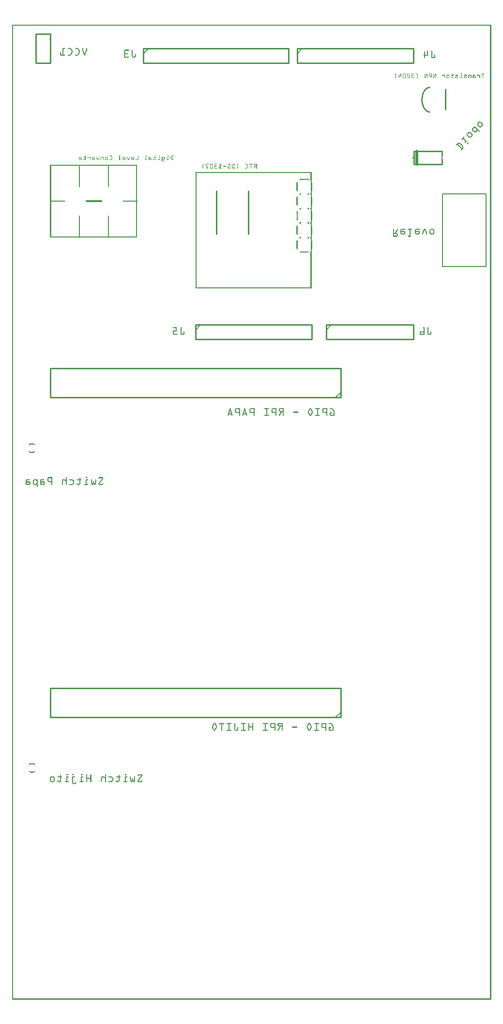
<source format=gbo>
G04 MADE WITH FRITZING*
G04 WWW.FRITZING.ORG*
G04 DOUBLE SIDED*
G04 HOLES PLATED*
G04 CONTOUR ON CENTER OF CONTOUR VECTOR*
%ASAXBY*%
%FSLAX23Y23*%
%MOIN*%
%OFA0B0*%
%SFA1.0B1.0*%
%ADD10C,0.010000*%
%ADD11C,0.005000*%
%ADD12C,0.020000*%
%ADD13C,0.008000*%
%ADD14C,0.012000*%
%ADD15R,0.001000X0.001000*%
%LNSILK0*%
G90*
G70*
G54D10*
X2262Y1942D02*
X262Y1942D01*
D02*
X262Y1942D02*
X262Y2142D01*
D02*
X262Y2142D02*
X2262Y2142D01*
D02*
X2262Y2142D02*
X2262Y1942D01*
G54D11*
D02*
X2227Y1942D02*
X2262Y1977D01*
G54D10*
D02*
X1262Y4642D02*
X2062Y4642D01*
D02*
X2062Y4642D02*
X2062Y4542D01*
D02*
X2062Y4542D02*
X1262Y4542D01*
D02*
X1262Y4542D02*
X1262Y4642D01*
G54D11*
D02*
X1297Y4642D02*
X1262Y4607D01*
G54D10*
D02*
X1962Y6542D02*
X2762Y6542D01*
D02*
X2762Y6542D02*
X2762Y6442D01*
D02*
X2762Y6442D02*
X1962Y6442D01*
D02*
X1962Y6442D02*
X1962Y6542D01*
G54D11*
D02*
X1997Y6542D02*
X1962Y6507D01*
G54D10*
D02*
X2262Y4142D02*
X262Y4142D01*
D02*
X262Y4142D02*
X262Y4342D01*
D02*
X262Y4342D02*
X2262Y4342D01*
D02*
X2262Y4342D02*
X2262Y4142D01*
G54D11*
D02*
X2227Y4142D02*
X2262Y4177D01*
G54D10*
D02*
X2162Y4642D02*
X2762Y4642D01*
D02*
X2762Y4642D02*
X2762Y4542D01*
D02*
X2762Y4542D02*
X2162Y4542D01*
D02*
X2162Y4542D02*
X2162Y4642D01*
G54D11*
D02*
X2197Y4642D02*
X2162Y4607D01*
G54D10*
D02*
X904Y6542D02*
X1904Y6542D01*
D02*
X1904Y6542D02*
X1904Y6442D01*
D02*
X1904Y6442D02*
X904Y6442D01*
D02*
X904Y6442D02*
X904Y6542D01*
G54D11*
D02*
X939Y6542D02*
X904Y6507D01*
G54D10*
D02*
X262Y6642D02*
X262Y6442D01*
D02*
X262Y6442D02*
X162Y6442D01*
D02*
X162Y6442D02*
X162Y6642D01*
D02*
X162Y6642D02*
X262Y6642D01*
D02*
X2983Y6122D02*
X2983Y6262D01*
D02*
X2766Y5747D02*
X2961Y5747D01*
D02*
X2961Y5837D02*
X2766Y5837D01*
D02*
X2766Y5837D02*
X2766Y5747D01*
G54D12*
D02*
X2786Y5837D02*
X2786Y5747D01*
G54D13*
D02*
X2063Y5167D02*
X2063Y5217D01*
D02*
X1963Y5417D02*
X1963Y5367D01*
D02*
X2063Y5367D02*
X2063Y5417D01*
D02*
X2063Y5267D02*
X2063Y5317D01*
D02*
X2063Y5467D02*
X2063Y5517D01*
D02*
X1988Y5642D02*
X2038Y5642D01*
D02*
X2063Y5567D02*
X2063Y5617D01*
D02*
X1988Y5142D02*
X2038Y5142D01*
G54D10*
D02*
X1407Y5562D02*
X1407Y5267D01*
D02*
X1627Y5562D02*
X1627Y5267D01*
G54D13*
D02*
X2962Y5042D02*
X3262Y5042D01*
D02*
X3262Y5042D02*
X3262Y5542D01*
D02*
X3262Y5542D02*
X2962Y5542D01*
D02*
X2962Y5542D02*
X2962Y5042D01*
D02*
X662Y5242D02*
X662Y5392D01*
D02*
X662Y5742D02*
X662Y5592D01*
D02*
X462Y5742D02*
X462Y5592D01*
D02*
X462Y5242D02*
X462Y5392D01*
D02*
X862Y5492D02*
X762Y5492D01*
G54D14*
D02*
X612Y5492D02*
X512Y5492D01*
G54D13*
D02*
X362Y5492D02*
X262Y5492D01*
G54D15*
X0Y6707D02*
X3299Y6707D01*
X0Y6706D02*
X3299Y6706D01*
X0Y6705D02*
X3299Y6705D01*
X0Y6704D02*
X3299Y6704D01*
X0Y6703D02*
X3299Y6703D01*
X0Y6702D02*
X3299Y6702D01*
X0Y6701D02*
X3299Y6701D01*
X0Y6700D02*
X3299Y6700D01*
X0Y6699D02*
X7Y6699D01*
X3292Y6699D02*
X3299Y6699D01*
X0Y6698D02*
X7Y6698D01*
X3292Y6698D02*
X3299Y6698D01*
X0Y6697D02*
X7Y6697D01*
X3292Y6697D02*
X3299Y6697D01*
X0Y6696D02*
X7Y6696D01*
X3292Y6696D02*
X3299Y6696D01*
X0Y6695D02*
X7Y6695D01*
X3292Y6695D02*
X3299Y6695D01*
X0Y6694D02*
X7Y6694D01*
X3292Y6694D02*
X3299Y6694D01*
X0Y6693D02*
X7Y6693D01*
X3292Y6693D02*
X3299Y6693D01*
X0Y6692D02*
X7Y6692D01*
X3292Y6692D02*
X3299Y6692D01*
X0Y6691D02*
X7Y6691D01*
X3292Y6691D02*
X3299Y6691D01*
X0Y6690D02*
X7Y6690D01*
X3292Y6690D02*
X3299Y6690D01*
X0Y6689D02*
X7Y6689D01*
X3292Y6689D02*
X3299Y6689D01*
X0Y6688D02*
X7Y6688D01*
X3292Y6688D02*
X3299Y6688D01*
X0Y6687D02*
X7Y6687D01*
X3292Y6687D02*
X3299Y6687D01*
X0Y6686D02*
X7Y6686D01*
X3292Y6686D02*
X3299Y6686D01*
X0Y6685D02*
X7Y6685D01*
X3292Y6685D02*
X3299Y6685D01*
X0Y6684D02*
X7Y6684D01*
X3292Y6684D02*
X3299Y6684D01*
X0Y6683D02*
X7Y6683D01*
X3292Y6683D02*
X3299Y6683D01*
X0Y6682D02*
X7Y6682D01*
X3292Y6682D02*
X3299Y6682D01*
X0Y6681D02*
X7Y6681D01*
X3292Y6681D02*
X3299Y6681D01*
X0Y6680D02*
X7Y6680D01*
X3292Y6680D02*
X3299Y6680D01*
X0Y6679D02*
X7Y6679D01*
X3292Y6679D02*
X3299Y6679D01*
X0Y6678D02*
X7Y6678D01*
X3292Y6678D02*
X3299Y6678D01*
X0Y6677D02*
X7Y6677D01*
X3292Y6677D02*
X3299Y6677D01*
X0Y6676D02*
X7Y6676D01*
X3292Y6676D02*
X3299Y6676D01*
X0Y6675D02*
X7Y6675D01*
X3292Y6675D02*
X3299Y6675D01*
X0Y6674D02*
X7Y6674D01*
X3292Y6674D02*
X3299Y6674D01*
X0Y6673D02*
X7Y6673D01*
X3292Y6673D02*
X3299Y6673D01*
X0Y6672D02*
X7Y6672D01*
X3292Y6672D02*
X3299Y6672D01*
X0Y6671D02*
X7Y6671D01*
X3292Y6671D02*
X3299Y6671D01*
X0Y6670D02*
X7Y6670D01*
X3292Y6670D02*
X3299Y6670D01*
X0Y6669D02*
X7Y6669D01*
X3292Y6669D02*
X3299Y6669D01*
X0Y6668D02*
X7Y6668D01*
X3292Y6668D02*
X3299Y6668D01*
X0Y6667D02*
X7Y6667D01*
X3292Y6667D02*
X3299Y6667D01*
X0Y6666D02*
X7Y6666D01*
X3292Y6666D02*
X3299Y6666D01*
X0Y6665D02*
X7Y6665D01*
X3292Y6665D02*
X3299Y6665D01*
X0Y6664D02*
X7Y6664D01*
X3292Y6664D02*
X3299Y6664D01*
X0Y6663D02*
X7Y6663D01*
X3292Y6663D02*
X3299Y6663D01*
X0Y6662D02*
X7Y6662D01*
X3292Y6662D02*
X3299Y6662D01*
X0Y6661D02*
X7Y6661D01*
X3292Y6661D02*
X3299Y6661D01*
X0Y6660D02*
X7Y6660D01*
X3292Y6660D02*
X3299Y6660D01*
X0Y6659D02*
X7Y6659D01*
X3292Y6659D02*
X3299Y6659D01*
X0Y6658D02*
X7Y6658D01*
X3292Y6658D02*
X3299Y6658D01*
X0Y6657D02*
X7Y6657D01*
X3292Y6657D02*
X3299Y6657D01*
X0Y6656D02*
X7Y6656D01*
X3292Y6656D02*
X3299Y6656D01*
X0Y6655D02*
X7Y6655D01*
X3292Y6655D02*
X3299Y6655D01*
X0Y6654D02*
X7Y6654D01*
X3292Y6654D02*
X3299Y6654D01*
X0Y6653D02*
X7Y6653D01*
X3292Y6653D02*
X3299Y6653D01*
X0Y6652D02*
X7Y6652D01*
X3292Y6652D02*
X3299Y6652D01*
X0Y6651D02*
X7Y6651D01*
X3292Y6651D02*
X3299Y6651D01*
X0Y6650D02*
X7Y6650D01*
X3292Y6650D02*
X3299Y6650D01*
X0Y6649D02*
X7Y6649D01*
X3292Y6649D02*
X3299Y6649D01*
X0Y6648D02*
X7Y6648D01*
X3292Y6648D02*
X3299Y6648D01*
X0Y6647D02*
X7Y6647D01*
X3292Y6647D02*
X3299Y6647D01*
X0Y6646D02*
X7Y6646D01*
X3292Y6646D02*
X3299Y6646D01*
X0Y6645D02*
X7Y6645D01*
X3292Y6645D02*
X3299Y6645D01*
X0Y6644D02*
X7Y6644D01*
X3292Y6644D02*
X3299Y6644D01*
X0Y6643D02*
X7Y6643D01*
X228Y6643D02*
X229Y6643D01*
X3292Y6643D02*
X3299Y6643D01*
X0Y6642D02*
X7Y6642D01*
X227Y6642D02*
X230Y6642D01*
X3292Y6642D02*
X3299Y6642D01*
X0Y6641D02*
X7Y6641D01*
X226Y6641D02*
X231Y6641D01*
X3292Y6641D02*
X3299Y6641D01*
X0Y6640D02*
X7Y6640D01*
X226Y6640D02*
X232Y6640D01*
X3292Y6640D02*
X3299Y6640D01*
X0Y6639D02*
X7Y6639D01*
X227Y6639D02*
X233Y6639D01*
X3292Y6639D02*
X3299Y6639D01*
X0Y6638D02*
X7Y6638D01*
X228Y6638D02*
X234Y6638D01*
X3292Y6638D02*
X3299Y6638D01*
X0Y6637D02*
X7Y6637D01*
X229Y6637D02*
X235Y6637D01*
X3292Y6637D02*
X3299Y6637D01*
X0Y6636D02*
X7Y6636D01*
X3292Y6636D02*
X3299Y6636D01*
X0Y6635D02*
X7Y6635D01*
X3292Y6635D02*
X3299Y6635D01*
X0Y6634D02*
X7Y6634D01*
X3292Y6634D02*
X3299Y6634D01*
X0Y6633D02*
X7Y6633D01*
X3292Y6633D02*
X3299Y6633D01*
X0Y6632D02*
X7Y6632D01*
X3292Y6632D02*
X3299Y6632D01*
X0Y6631D02*
X7Y6631D01*
X3292Y6631D02*
X3299Y6631D01*
X0Y6630D02*
X7Y6630D01*
X3292Y6630D02*
X3299Y6630D01*
X0Y6629D02*
X7Y6629D01*
X3292Y6629D02*
X3299Y6629D01*
X0Y6628D02*
X7Y6628D01*
X3292Y6628D02*
X3299Y6628D01*
X0Y6627D02*
X7Y6627D01*
X3292Y6627D02*
X3299Y6627D01*
X0Y6626D02*
X7Y6626D01*
X3292Y6626D02*
X3299Y6626D01*
X0Y6625D02*
X7Y6625D01*
X3292Y6625D02*
X3299Y6625D01*
X0Y6624D02*
X7Y6624D01*
X3292Y6624D02*
X3299Y6624D01*
X0Y6623D02*
X7Y6623D01*
X3292Y6623D02*
X3299Y6623D01*
X0Y6622D02*
X7Y6622D01*
X3292Y6622D02*
X3299Y6622D01*
X0Y6621D02*
X7Y6621D01*
X3292Y6621D02*
X3299Y6621D01*
X0Y6620D02*
X7Y6620D01*
X3292Y6620D02*
X3299Y6620D01*
X0Y6619D02*
X7Y6619D01*
X3292Y6619D02*
X3299Y6619D01*
X0Y6618D02*
X7Y6618D01*
X3292Y6618D02*
X3299Y6618D01*
X0Y6617D02*
X7Y6617D01*
X3292Y6617D02*
X3299Y6617D01*
X0Y6616D02*
X7Y6616D01*
X256Y6616D02*
X256Y6616D01*
X3292Y6616D02*
X3299Y6616D01*
X0Y6615D02*
X7Y6615D01*
X256Y6615D02*
X257Y6615D01*
X3292Y6615D02*
X3299Y6615D01*
X0Y6614D02*
X7Y6614D01*
X256Y6614D02*
X258Y6614D01*
X3292Y6614D02*
X3299Y6614D01*
X0Y6613D02*
X7Y6613D01*
X256Y6613D02*
X259Y6613D01*
X3292Y6613D02*
X3299Y6613D01*
X0Y6612D02*
X7Y6612D01*
X256Y6612D02*
X260Y6612D01*
X3292Y6612D02*
X3299Y6612D01*
X0Y6611D02*
X7Y6611D01*
X256Y6611D02*
X261Y6611D01*
X3292Y6611D02*
X3299Y6611D01*
X0Y6610D02*
X7Y6610D01*
X256Y6610D02*
X262Y6610D01*
X3292Y6610D02*
X3299Y6610D01*
X0Y6609D02*
X7Y6609D01*
X257Y6609D02*
X263Y6609D01*
X3292Y6609D02*
X3299Y6609D01*
X0Y6608D02*
X7Y6608D01*
X258Y6608D02*
X262Y6608D01*
X3292Y6608D02*
X3299Y6608D01*
X0Y6607D02*
X7Y6607D01*
X259Y6607D02*
X261Y6607D01*
X3292Y6607D02*
X3299Y6607D01*
X0Y6606D02*
X7Y6606D01*
X260Y6606D02*
X260Y6606D01*
X3292Y6606D02*
X3299Y6606D01*
X0Y6605D02*
X7Y6605D01*
X3292Y6605D02*
X3299Y6605D01*
X0Y6604D02*
X7Y6604D01*
X3292Y6604D02*
X3299Y6604D01*
X0Y6603D02*
X7Y6603D01*
X3292Y6603D02*
X3299Y6603D01*
X0Y6602D02*
X7Y6602D01*
X3292Y6602D02*
X3299Y6602D01*
X0Y6601D02*
X7Y6601D01*
X3292Y6601D02*
X3299Y6601D01*
X0Y6600D02*
X7Y6600D01*
X3292Y6600D02*
X3299Y6600D01*
X0Y6599D02*
X7Y6599D01*
X3292Y6599D02*
X3299Y6599D01*
X0Y6598D02*
X7Y6598D01*
X3292Y6598D02*
X3299Y6598D01*
X0Y6597D02*
X7Y6597D01*
X3292Y6597D02*
X3299Y6597D01*
X0Y6596D02*
X7Y6596D01*
X3292Y6596D02*
X3299Y6596D01*
X0Y6595D02*
X7Y6595D01*
X3292Y6595D02*
X3299Y6595D01*
X0Y6594D02*
X7Y6594D01*
X3292Y6594D02*
X3299Y6594D01*
X0Y6593D02*
X7Y6593D01*
X3292Y6593D02*
X3299Y6593D01*
X0Y6592D02*
X7Y6592D01*
X3292Y6592D02*
X3299Y6592D01*
X0Y6591D02*
X7Y6591D01*
X3292Y6591D02*
X3299Y6591D01*
X0Y6590D02*
X7Y6590D01*
X3292Y6590D02*
X3299Y6590D01*
X0Y6589D02*
X7Y6589D01*
X3292Y6589D02*
X3299Y6589D01*
X0Y6588D02*
X7Y6588D01*
X3292Y6588D02*
X3299Y6588D01*
X0Y6587D02*
X7Y6587D01*
X3292Y6587D02*
X3299Y6587D01*
X0Y6586D02*
X7Y6586D01*
X3292Y6586D02*
X3299Y6586D01*
X0Y6585D02*
X7Y6585D01*
X3292Y6585D02*
X3299Y6585D01*
X0Y6584D02*
X7Y6584D01*
X3292Y6584D02*
X3299Y6584D01*
X0Y6583D02*
X7Y6583D01*
X3292Y6583D02*
X3299Y6583D01*
X0Y6582D02*
X7Y6582D01*
X3292Y6582D02*
X3299Y6582D01*
X0Y6581D02*
X7Y6581D01*
X3292Y6581D02*
X3299Y6581D01*
X0Y6580D02*
X7Y6580D01*
X3292Y6580D02*
X3299Y6580D01*
X0Y6579D02*
X7Y6579D01*
X3292Y6579D02*
X3299Y6579D01*
X0Y6578D02*
X7Y6578D01*
X3292Y6578D02*
X3299Y6578D01*
X0Y6577D02*
X7Y6577D01*
X3292Y6577D02*
X3299Y6577D01*
X0Y6576D02*
X7Y6576D01*
X3292Y6576D02*
X3299Y6576D01*
X0Y6575D02*
X7Y6575D01*
X3292Y6575D02*
X3299Y6575D01*
X0Y6574D02*
X7Y6574D01*
X3292Y6574D02*
X3299Y6574D01*
X0Y6573D02*
X7Y6573D01*
X3292Y6573D02*
X3299Y6573D01*
X0Y6572D02*
X7Y6572D01*
X3292Y6572D02*
X3299Y6572D01*
X0Y6571D02*
X7Y6571D01*
X3292Y6571D02*
X3299Y6571D01*
X0Y6570D02*
X7Y6570D01*
X3292Y6570D02*
X3299Y6570D01*
X0Y6569D02*
X7Y6569D01*
X3292Y6569D02*
X3299Y6569D01*
X0Y6568D02*
X7Y6568D01*
X3292Y6568D02*
X3299Y6568D01*
X0Y6567D02*
X7Y6567D01*
X3292Y6567D02*
X3299Y6567D01*
X0Y6566D02*
X7Y6566D01*
X3292Y6566D02*
X3299Y6566D01*
X0Y6565D02*
X7Y6565D01*
X3292Y6565D02*
X3299Y6565D01*
X0Y6564D02*
X7Y6564D01*
X3292Y6564D02*
X3299Y6564D01*
X0Y6563D02*
X7Y6563D01*
X3292Y6563D02*
X3299Y6563D01*
X0Y6562D02*
X7Y6562D01*
X3292Y6562D02*
X3299Y6562D01*
X0Y6561D02*
X7Y6561D01*
X3292Y6561D02*
X3299Y6561D01*
X0Y6560D02*
X7Y6560D01*
X3292Y6560D02*
X3299Y6560D01*
X0Y6559D02*
X7Y6559D01*
X3292Y6559D02*
X3299Y6559D01*
X0Y6558D02*
X7Y6558D01*
X3292Y6558D02*
X3299Y6558D01*
X0Y6557D02*
X7Y6557D01*
X3292Y6557D02*
X3299Y6557D01*
X0Y6556D02*
X7Y6556D01*
X3292Y6556D02*
X3299Y6556D01*
X0Y6555D02*
X7Y6555D01*
X3292Y6555D02*
X3299Y6555D01*
X0Y6554D02*
X7Y6554D01*
X3292Y6554D02*
X3299Y6554D01*
X0Y6553D02*
X7Y6553D01*
X3292Y6553D02*
X3299Y6553D01*
X0Y6552D02*
X7Y6552D01*
X3292Y6552D02*
X3299Y6552D01*
X0Y6551D02*
X7Y6551D01*
X3292Y6551D02*
X3299Y6551D01*
X0Y6550D02*
X7Y6550D01*
X3292Y6550D02*
X3299Y6550D01*
X0Y6549D02*
X7Y6549D01*
X3292Y6549D02*
X3299Y6549D01*
X0Y6548D02*
X7Y6548D01*
X3292Y6548D02*
X3299Y6548D01*
X0Y6547D02*
X7Y6547D01*
X346Y6547D02*
X365Y6547D01*
X384Y6547D02*
X402Y6547D01*
X434Y6547D02*
X452Y6547D01*
X484Y6547D02*
X488Y6547D01*
X512Y6547D02*
X515Y6547D01*
X3292Y6547D02*
X3299Y6547D01*
X0Y6546D02*
X7Y6546D01*
X346Y6546D02*
X366Y6546D01*
X383Y6546D02*
X404Y6546D01*
X433Y6546D02*
X454Y6546D01*
X483Y6546D02*
X489Y6546D01*
X511Y6546D02*
X516Y6546D01*
X3292Y6546D02*
X3299Y6546D01*
X0Y6545D02*
X7Y6545D01*
X346Y6545D02*
X366Y6545D01*
X383Y6545D02*
X405Y6545D01*
X433Y6545D02*
X456Y6545D01*
X483Y6545D02*
X489Y6545D01*
X511Y6545D02*
X516Y6545D01*
X3292Y6545D02*
X3299Y6545D01*
X0Y6544D02*
X7Y6544D01*
X346Y6544D02*
X366Y6544D01*
X383Y6544D02*
X406Y6544D01*
X433Y6544D02*
X457Y6544D01*
X483Y6544D02*
X489Y6544D01*
X511Y6544D02*
X517Y6544D01*
X3292Y6544D02*
X3299Y6544D01*
X0Y6543D02*
X7Y6543D01*
X346Y6543D02*
X366Y6543D01*
X383Y6543D02*
X407Y6543D01*
X433Y6543D02*
X457Y6543D01*
X483Y6543D02*
X489Y6543D01*
X511Y6543D02*
X517Y6543D01*
X3292Y6543D02*
X3299Y6543D01*
X0Y6542D02*
X7Y6542D01*
X346Y6542D02*
X365Y6542D01*
X384Y6542D02*
X408Y6542D01*
X434Y6542D02*
X458Y6542D01*
X483Y6542D02*
X489Y6542D01*
X511Y6542D02*
X517Y6542D01*
X3292Y6542D02*
X3299Y6542D01*
X0Y6541D02*
X7Y6541D01*
X346Y6541D02*
X363Y6541D01*
X386Y6541D02*
X408Y6541D01*
X436Y6541D02*
X458Y6541D01*
X483Y6541D02*
X489Y6541D01*
X511Y6541D02*
X517Y6541D01*
X3292Y6541D02*
X3299Y6541D01*
X0Y6540D02*
X7Y6540D01*
X346Y6540D02*
X352Y6540D01*
X401Y6540D02*
X409Y6540D01*
X452Y6540D02*
X459Y6540D01*
X483Y6540D02*
X489Y6540D01*
X511Y6540D02*
X517Y6540D01*
X3292Y6540D02*
X3299Y6540D01*
X0Y6539D02*
X7Y6539D01*
X346Y6539D02*
X352Y6539D01*
X402Y6539D02*
X409Y6539D01*
X452Y6539D02*
X459Y6539D01*
X483Y6539D02*
X489Y6539D01*
X511Y6539D02*
X517Y6539D01*
X3292Y6539D02*
X3299Y6539D01*
X0Y6538D02*
X7Y6538D01*
X346Y6538D02*
X352Y6538D01*
X403Y6538D02*
X410Y6538D01*
X453Y6538D02*
X460Y6538D01*
X483Y6538D02*
X489Y6538D01*
X511Y6538D02*
X517Y6538D01*
X3292Y6538D02*
X3299Y6538D01*
X0Y6537D02*
X7Y6537D01*
X346Y6537D02*
X352Y6537D01*
X403Y6537D02*
X410Y6537D01*
X453Y6537D02*
X460Y6537D01*
X483Y6537D02*
X489Y6537D01*
X511Y6537D02*
X517Y6537D01*
X3292Y6537D02*
X3299Y6537D01*
X0Y6536D02*
X7Y6536D01*
X346Y6536D02*
X352Y6536D01*
X404Y6536D02*
X411Y6536D01*
X454Y6536D02*
X461Y6536D01*
X483Y6536D02*
X489Y6536D01*
X511Y6536D02*
X517Y6536D01*
X3292Y6536D02*
X3299Y6536D01*
X0Y6535D02*
X7Y6535D01*
X346Y6535D02*
X352Y6535D01*
X404Y6535D02*
X411Y6535D01*
X454Y6535D02*
X461Y6535D01*
X483Y6535D02*
X489Y6535D01*
X511Y6535D02*
X517Y6535D01*
X3292Y6535D02*
X3299Y6535D01*
X0Y6534D02*
X7Y6534D01*
X346Y6534D02*
X352Y6534D01*
X405Y6534D02*
X412Y6534D01*
X455Y6534D02*
X462Y6534D01*
X483Y6534D02*
X489Y6534D01*
X511Y6534D02*
X517Y6534D01*
X779Y6534D02*
X802Y6534D01*
X3292Y6534D02*
X3299Y6534D01*
X0Y6533D02*
X7Y6533D01*
X346Y6533D02*
X352Y6533D01*
X405Y6533D02*
X412Y6533D01*
X455Y6533D02*
X462Y6533D01*
X483Y6533D02*
X489Y6533D01*
X510Y6533D02*
X517Y6533D01*
X775Y6533D02*
X804Y6533D01*
X826Y6533D02*
X830Y6533D01*
X3292Y6533D02*
X3299Y6533D01*
X0Y6532D02*
X7Y6532D01*
X346Y6532D02*
X352Y6532D01*
X406Y6532D02*
X413Y6532D01*
X456Y6532D02*
X463Y6532D01*
X483Y6532D02*
X490Y6532D01*
X510Y6532D02*
X517Y6532D01*
X774Y6532D02*
X805Y6532D01*
X826Y6532D02*
X831Y6532D01*
X3292Y6532D02*
X3299Y6532D01*
X0Y6531D02*
X7Y6531D01*
X346Y6531D02*
X352Y6531D01*
X406Y6531D02*
X413Y6531D01*
X456Y6531D02*
X463Y6531D01*
X483Y6531D02*
X490Y6531D01*
X510Y6531D02*
X516Y6531D01*
X773Y6531D02*
X805Y6531D01*
X825Y6531D02*
X831Y6531D01*
X3292Y6531D02*
X3299Y6531D01*
X0Y6530D02*
X7Y6530D01*
X346Y6530D02*
X352Y6530D01*
X407Y6530D02*
X414Y6530D01*
X457Y6530D02*
X464Y6530D01*
X484Y6530D02*
X490Y6530D01*
X509Y6530D02*
X516Y6530D01*
X772Y6530D02*
X805Y6530D01*
X825Y6530D02*
X831Y6530D01*
X3292Y6530D02*
X3299Y6530D01*
X0Y6529D02*
X7Y6529D01*
X346Y6529D02*
X352Y6529D01*
X407Y6529D02*
X414Y6529D01*
X457Y6529D02*
X464Y6529D01*
X484Y6529D02*
X491Y6529D01*
X509Y6529D02*
X515Y6529D01*
X772Y6529D02*
X805Y6529D01*
X825Y6529D02*
X831Y6529D01*
X3292Y6529D02*
X3299Y6529D01*
X0Y6528D02*
X7Y6528D01*
X346Y6528D02*
X352Y6528D01*
X408Y6528D02*
X415Y6528D01*
X458Y6528D02*
X465Y6528D01*
X485Y6528D02*
X491Y6528D01*
X509Y6528D02*
X515Y6528D01*
X772Y6528D02*
X804Y6528D01*
X825Y6528D02*
X831Y6528D01*
X2860Y6528D02*
X2862Y6528D01*
X2888Y6528D02*
X2890Y6528D01*
X3292Y6528D02*
X3299Y6528D01*
X0Y6527D02*
X7Y6527D01*
X346Y6527D02*
X352Y6527D01*
X408Y6527D02*
X415Y6527D01*
X458Y6527D02*
X465Y6527D01*
X485Y6527D02*
X491Y6527D01*
X508Y6527D02*
X515Y6527D01*
X772Y6527D02*
X801Y6527D01*
X825Y6527D02*
X831Y6527D01*
X2859Y6527D02*
X2864Y6527D01*
X2887Y6527D02*
X2891Y6527D01*
X3292Y6527D02*
X3299Y6527D01*
X0Y6526D02*
X7Y6526D01*
X346Y6526D02*
X352Y6526D01*
X409Y6526D02*
X415Y6526D01*
X459Y6526D02*
X465Y6526D01*
X485Y6526D02*
X492Y6526D01*
X508Y6526D02*
X514Y6526D01*
X772Y6526D02*
X778Y6526D01*
X825Y6526D02*
X831Y6526D01*
X2858Y6526D02*
X2864Y6526D01*
X2886Y6526D02*
X2892Y6526D01*
X3292Y6526D02*
X3299Y6526D01*
X0Y6525D02*
X7Y6525D01*
X346Y6525D02*
X352Y6525D01*
X409Y6525D02*
X416Y6525D01*
X459Y6525D02*
X466Y6525D01*
X486Y6525D02*
X492Y6525D01*
X507Y6525D02*
X514Y6525D01*
X772Y6525D02*
X778Y6525D01*
X825Y6525D02*
X831Y6525D01*
X2858Y6525D02*
X2864Y6525D01*
X2886Y6525D02*
X2892Y6525D01*
X3292Y6525D02*
X3299Y6525D01*
X0Y6524D02*
X7Y6524D01*
X346Y6524D02*
X352Y6524D01*
X410Y6524D02*
X416Y6524D01*
X460Y6524D02*
X466Y6524D01*
X486Y6524D02*
X493Y6524D01*
X507Y6524D02*
X514Y6524D01*
X772Y6524D02*
X778Y6524D01*
X825Y6524D02*
X831Y6524D01*
X2858Y6524D02*
X2864Y6524D01*
X2886Y6524D02*
X2892Y6524D01*
X3292Y6524D02*
X3299Y6524D01*
X0Y6523D02*
X7Y6523D01*
X346Y6523D02*
X352Y6523D01*
X410Y6523D02*
X416Y6523D01*
X460Y6523D02*
X466Y6523D01*
X486Y6523D02*
X493Y6523D01*
X507Y6523D02*
X513Y6523D01*
X772Y6523D02*
X778Y6523D01*
X825Y6523D02*
X831Y6523D01*
X2858Y6523D02*
X2864Y6523D01*
X2886Y6523D02*
X2892Y6523D01*
X3292Y6523D02*
X3299Y6523D01*
X0Y6522D02*
X7Y6522D01*
X346Y6522D02*
X352Y6522D01*
X410Y6522D02*
X416Y6522D01*
X460Y6522D02*
X466Y6522D01*
X487Y6522D02*
X493Y6522D01*
X506Y6522D02*
X513Y6522D01*
X772Y6522D02*
X778Y6522D01*
X825Y6522D02*
X831Y6522D01*
X2839Y6522D02*
X2842Y6522D01*
X2858Y6522D02*
X2864Y6522D01*
X2886Y6522D02*
X2892Y6522D01*
X3292Y6522D02*
X3299Y6522D01*
X0Y6521D02*
X7Y6521D01*
X346Y6521D02*
X352Y6521D01*
X410Y6521D02*
X416Y6521D01*
X460Y6521D02*
X466Y6521D01*
X487Y6521D02*
X494Y6521D01*
X506Y6521D02*
X512Y6521D01*
X772Y6521D02*
X778Y6521D01*
X825Y6521D02*
X831Y6521D01*
X2838Y6521D02*
X2843Y6521D01*
X2858Y6521D02*
X2864Y6521D01*
X2886Y6521D02*
X2892Y6521D01*
X3292Y6521D02*
X3299Y6521D01*
X0Y6520D02*
X7Y6520D01*
X346Y6520D02*
X352Y6520D01*
X410Y6520D02*
X416Y6520D01*
X460Y6520D02*
X466Y6520D01*
X488Y6520D02*
X494Y6520D01*
X505Y6520D02*
X512Y6520D01*
X772Y6520D02*
X778Y6520D01*
X825Y6520D02*
X831Y6520D01*
X2838Y6520D02*
X2843Y6520D01*
X2858Y6520D02*
X2864Y6520D01*
X2886Y6520D02*
X2892Y6520D01*
X3292Y6520D02*
X3299Y6520D01*
X0Y6519D02*
X7Y6519D01*
X346Y6519D02*
X352Y6519D01*
X410Y6519D02*
X416Y6519D01*
X460Y6519D02*
X466Y6519D01*
X488Y6519D02*
X495Y6519D01*
X505Y6519D02*
X512Y6519D01*
X772Y6519D02*
X778Y6519D01*
X825Y6519D02*
X831Y6519D01*
X2838Y6519D02*
X2844Y6519D01*
X2858Y6519D02*
X2864Y6519D01*
X2886Y6519D02*
X2892Y6519D01*
X3292Y6519D02*
X3299Y6519D01*
X0Y6518D02*
X7Y6518D01*
X334Y6518D02*
X337Y6518D01*
X346Y6518D02*
X352Y6518D01*
X410Y6518D02*
X416Y6518D01*
X460Y6518D02*
X466Y6518D01*
X488Y6518D02*
X495Y6518D01*
X505Y6518D02*
X511Y6518D01*
X772Y6518D02*
X778Y6518D01*
X825Y6518D02*
X831Y6518D01*
X2838Y6518D02*
X2844Y6518D01*
X2858Y6518D02*
X2864Y6518D01*
X2886Y6518D02*
X2892Y6518D01*
X3292Y6518D02*
X3299Y6518D01*
X0Y6517D02*
X7Y6517D01*
X333Y6517D02*
X338Y6517D01*
X346Y6517D02*
X352Y6517D01*
X409Y6517D02*
X416Y6517D01*
X460Y6517D02*
X466Y6517D01*
X489Y6517D02*
X495Y6517D01*
X504Y6517D02*
X511Y6517D01*
X772Y6517D02*
X778Y6517D01*
X825Y6517D02*
X831Y6517D01*
X2838Y6517D02*
X2844Y6517D01*
X2858Y6517D02*
X2864Y6517D01*
X2886Y6517D02*
X2892Y6517D01*
X3292Y6517D02*
X3299Y6517D01*
X0Y6516D02*
X7Y6516D01*
X333Y6516D02*
X338Y6516D01*
X346Y6516D02*
X352Y6516D01*
X409Y6516D02*
X415Y6516D01*
X459Y6516D02*
X466Y6516D01*
X489Y6516D02*
X496Y6516D01*
X504Y6516D02*
X510Y6516D01*
X772Y6516D02*
X778Y6516D01*
X825Y6516D02*
X831Y6516D01*
X2838Y6516D02*
X2844Y6516D01*
X2858Y6516D02*
X2864Y6516D01*
X2886Y6516D02*
X2892Y6516D01*
X3292Y6516D02*
X3299Y6516D01*
X0Y6515D02*
X7Y6515D01*
X332Y6515D02*
X338Y6515D01*
X346Y6515D02*
X352Y6515D01*
X408Y6515D02*
X415Y6515D01*
X459Y6515D02*
X465Y6515D01*
X490Y6515D02*
X496Y6515D01*
X503Y6515D02*
X510Y6515D01*
X772Y6515D02*
X778Y6515D01*
X825Y6515D02*
X831Y6515D01*
X2838Y6515D02*
X2844Y6515D01*
X2858Y6515D02*
X2864Y6515D01*
X2886Y6515D02*
X2892Y6515D01*
X3292Y6515D02*
X3299Y6515D01*
X0Y6514D02*
X7Y6514D01*
X332Y6514D02*
X338Y6514D01*
X346Y6514D02*
X352Y6514D01*
X408Y6514D02*
X415Y6514D01*
X458Y6514D02*
X465Y6514D01*
X490Y6514D02*
X497Y6514D01*
X503Y6514D02*
X510Y6514D01*
X772Y6514D02*
X778Y6514D01*
X825Y6514D02*
X831Y6514D01*
X2838Y6514D02*
X2844Y6514D01*
X2858Y6514D02*
X2864Y6514D01*
X2886Y6514D02*
X2892Y6514D01*
X3292Y6514D02*
X3299Y6514D01*
X0Y6513D02*
X7Y6513D01*
X332Y6513D02*
X338Y6513D01*
X346Y6513D02*
X352Y6513D01*
X407Y6513D02*
X414Y6513D01*
X458Y6513D02*
X464Y6513D01*
X490Y6513D02*
X497Y6513D01*
X503Y6513D02*
X509Y6513D01*
X772Y6513D02*
X778Y6513D01*
X825Y6513D02*
X831Y6513D01*
X2838Y6513D02*
X2844Y6513D01*
X2858Y6513D02*
X2864Y6513D01*
X2886Y6513D02*
X2892Y6513D01*
X3292Y6513D02*
X3299Y6513D01*
X0Y6512D02*
X7Y6512D01*
X332Y6512D02*
X338Y6512D01*
X346Y6512D02*
X352Y6512D01*
X407Y6512D02*
X414Y6512D01*
X457Y6512D02*
X464Y6512D01*
X491Y6512D02*
X497Y6512D01*
X502Y6512D02*
X509Y6512D01*
X772Y6512D02*
X778Y6512D01*
X825Y6512D02*
X831Y6512D01*
X2838Y6512D02*
X2844Y6512D01*
X2858Y6512D02*
X2864Y6512D01*
X2886Y6512D02*
X2892Y6512D01*
X3292Y6512D02*
X3299Y6512D01*
X0Y6511D02*
X7Y6511D01*
X332Y6511D02*
X338Y6511D01*
X346Y6511D02*
X352Y6511D01*
X406Y6511D02*
X413Y6511D01*
X457Y6511D02*
X463Y6511D01*
X491Y6511D02*
X498Y6511D01*
X502Y6511D02*
X508Y6511D01*
X772Y6511D02*
X779Y6511D01*
X825Y6511D02*
X831Y6511D01*
X2838Y6511D02*
X2844Y6511D01*
X2858Y6511D02*
X2864Y6511D01*
X2886Y6511D02*
X2892Y6511D01*
X3292Y6511D02*
X3299Y6511D01*
X0Y6510D02*
X7Y6510D01*
X332Y6510D02*
X338Y6510D01*
X346Y6510D02*
X352Y6510D01*
X406Y6510D02*
X413Y6510D01*
X456Y6510D02*
X463Y6510D01*
X492Y6510D02*
X498Y6510D01*
X501Y6510D02*
X508Y6510D01*
X772Y6510D02*
X797Y6510D01*
X825Y6510D02*
X831Y6510D01*
X2838Y6510D02*
X2844Y6510D01*
X2858Y6510D02*
X2864Y6510D01*
X2886Y6510D02*
X2892Y6510D01*
X3292Y6510D02*
X3299Y6510D01*
X0Y6509D02*
X7Y6509D01*
X332Y6509D02*
X338Y6509D01*
X346Y6509D02*
X352Y6509D01*
X405Y6509D02*
X412Y6509D01*
X456Y6509D02*
X462Y6509D01*
X492Y6509D02*
X499Y6509D01*
X501Y6509D02*
X508Y6509D01*
X773Y6509D02*
X798Y6509D01*
X825Y6509D02*
X831Y6509D01*
X2838Y6509D02*
X2844Y6509D01*
X2858Y6509D02*
X2864Y6509D01*
X2886Y6509D02*
X2892Y6509D01*
X3292Y6509D02*
X3299Y6509D01*
X0Y6508D02*
X7Y6508D01*
X332Y6508D02*
X338Y6508D01*
X346Y6508D02*
X352Y6508D01*
X405Y6508D02*
X412Y6508D01*
X455Y6508D02*
X462Y6508D01*
X492Y6508D02*
X499Y6508D01*
X501Y6508D02*
X507Y6508D01*
X774Y6508D02*
X798Y6508D01*
X825Y6508D02*
X831Y6508D01*
X2838Y6508D02*
X2844Y6508D01*
X2858Y6508D02*
X2864Y6508D01*
X2886Y6508D02*
X2892Y6508D01*
X3292Y6508D02*
X3299Y6508D01*
X0Y6507D02*
X7Y6507D01*
X332Y6507D02*
X338Y6507D01*
X346Y6507D02*
X352Y6507D01*
X404Y6507D02*
X411Y6507D01*
X455Y6507D02*
X461Y6507D01*
X493Y6507D02*
X507Y6507D01*
X774Y6507D02*
X798Y6507D01*
X825Y6507D02*
X831Y6507D01*
X2838Y6507D02*
X2844Y6507D01*
X2858Y6507D02*
X2864Y6507D01*
X2886Y6507D02*
X2892Y6507D01*
X3292Y6507D02*
X3299Y6507D01*
X0Y6506D02*
X7Y6506D01*
X332Y6506D02*
X338Y6506D01*
X346Y6506D02*
X352Y6506D01*
X404Y6506D02*
X411Y6506D01*
X454Y6506D02*
X461Y6506D01*
X493Y6506D02*
X507Y6506D01*
X774Y6506D02*
X798Y6506D01*
X825Y6506D02*
X831Y6506D01*
X2838Y6506D02*
X2844Y6506D01*
X2858Y6506D02*
X2864Y6506D01*
X2886Y6506D02*
X2892Y6506D01*
X3292Y6506D02*
X3299Y6506D01*
X0Y6505D02*
X7Y6505D01*
X332Y6505D02*
X338Y6505D01*
X346Y6505D02*
X352Y6505D01*
X403Y6505D02*
X410Y6505D01*
X454Y6505D02*
X460Y6505D01*
X494Y6505D02*
X506Y6505D01*
X773Y6505D02*
X798Y6505D01*
X825Y6505D02*
X831Y6505D01*
X2838Y6505D02*
X2844Y6505D01*
X2858Y6505D02*
X2864Y6505D01*
X2886Y6505D02*
X2892Y6505D01*
X3292Y6505D02*
X3299Y6505D01*
X0Y6504D02*
X7Y6504D01*
X332Y6504D02*
X338Y6504D01*
X346Y6504D02*
X352Y6504D01*
X403Y6504D02*
X410Y6504D01*
X453Y6504D02*
X460Y6504D01*
X494Y6504D02*
X506Y6504D01*
X773Y6504D02*
X797Y6504D01*
X825Y6504D02*
X831Y6504D01*
X848Y6504D02*
X850Y6504D01*
X2838Y6504D02*
X2844Y6504D01*
X2858Y6504D02*
X2864Y6504D01*
X2886Y6504D02*
X2892Y6504D01*
X3292Y6504D02*
X3299Y6504D01*
X0Y6503D02*
X7Y6503D01*
X332Y6503D02*
X338Y6503D01*
X346Y6503D02*
X352Y6503D01*
X402Y6503D02*
X409Y6503D01*
X452Y6503D02*
X459Y6503D01*
X494Y6503D02*
X505Y6503D01*
X772Y6503D02*
X780Y6503D01*
X825Y6503D02*
X831Y6503D01*
X847Y6503D02*
X851Y6503D01*
X2838Y6503D02*
X2844Y6503D01*
X2858Y6503D02*
X2864Y6503D01*
X2886Y6503D02*
X2892Y6503D01*
X3292Y6503D02*
X3299Y6503D01*
X0Y6502D02*
X7Y6502D01*
X332Y6502D02*
X338Y6502D01*
X346Y6502D02*
X352Y6502D01*
X402Y6502D02*
X409Y6502D01*
X452Y6502D02*
X459Y6502D01*
X495Y6502D02*
X505Y6502D01*
X772Y6502D02*
X778Y6502D01*
X825Y6502D02*
X831Y6502D01*
X846Y6502D02*
X852Y6502D01*
X2838Y6502D02*
X2844Y6502D01*
X2858Y6502D02*
X2864Y6502D01*
X2886Y6502D02*
X2892Y6502D01*
X3292Y6502D02*
X3299Y6502D01*
X0Y6501D02*
X7Y6501D01*
X332Y6501D02*
X339Y6501D01*
X346Y6501D02*
X352Y6501D01*
X400Y6501D02*
X408Y6501D01*
X451Y6501D02*
X458Y6501D01*
X495Y6501D02*
X505Y6501D01*
X772Y6501D02*
X778Y6501D01*
X825Y6501D02*
X831Y6501D01*
X846Y6501D02*
X852Y6501D01*
X2838Y6501D02*
X2844Y6501D01*
X2858Y6501D02*
X2864Y6501D01*
X2886Y6501D02*
X2892Y6501D01*
X3292Y6501D02*
X3299Y6501D01*
X0Y6500D02*
X7Y6500D01*
X332Y6500D02*
X365Y6500D01*
X384Y6500D02*
X408Y6500D01*
X434Y6500D02*
X458Y6500D01*
X495Y6500D02*
X504Y6500D01*
X772Y6500D02*
X778Y6500D01*
X825Y6500D02*
X831Y6500D01*
X846Y6500D02*
X852Y6500D01*
X2838Y6500D02*
X2844Y6500D01*
X2858Y6500D02*
X2864Y6500D01*
X2886Y6500D02*
X2892Y6500D01*
X3292Y6500D02*
X3299Y6500D01*
X0Y6499D02*
X7Y6499D01*
X332Y6499D02*
X365Y6499D01*
X383Y6499D02*
X407Y6499D01*
X433Y6499D02*
X457Y6499D01*
X496Y6499D02*
X504Y6499D01*
X772Y6499D02*
X778Y6499D01*
X825Y6499D02*
X831Y6499D01*
X846Y6499D02*
X852Y6499D01*
X2837Y6499D02*
X2864Y6499D01*
X2886Y6499D02*
X2892Y6499D01*
X3292Y6499D02*
X3299Y6499D01*
X0Y6498D02*
X7Y6498D01*
X332Y6498D02*
X366Y6498D01*
X383Y6498D02*
X406Y6498D01*
X433Y6498D02*
X457Y6498D01*
X496Y6498D02*
X503Y6498D01*
X772Y6498D02*
X778Y6498D01*
X825Y6498D02*
X831Y6498D01*
X846Y6498D02*
X852Y6498D01*
X2835Y6498D02*
X2864Y6498D01*
X2886Y6498D02*
X2892Y6498D01*
X2908Y6498D02*
X2912Y6498D01*
X3292Y6498D02*
X3299Y6498D01*
X0Y6497D02*
X7Y6497D01*
X332Y6497D02*
X366Y6497D01*
X383Y6497D02*
X406Y6497D01*
X433Y6497D02*
X456Y6497D01*
X497Y6497D02*
X503Y6497D01*
X772Y6497D02*
X778Y6497D01*
X825Y6497D02*
X831Y6497D01*
X846Y6497D02*
X852Y6497D01*
X2834Y6497D02*
X2864Y6497D01*
X2886Y6497D02*
X2892Y6497D01*
X2907Y6497D02*
X2912Y6497D01*
X3292Y6497D02*
X3299Y6497D01*
X0Y6496D02*
X7Y6496D01*
X333Y6496D02*
X366Y6496D01*
X383Y6496D02*
X404Y6496D01*
X433Y6496D02*
X455Y6496D01*
X497Y6496D02*
X503Y6496D01*
X772Y6496D02*
X778Y6496D01*
X825Y6496D02*
X831Y6496D01*
X846Y6496D02*
X852Y6496D01*
X2834Y6496D02*
X2864Y6496D01*
X2886Y6496D02*
X2892Y6496D01*
X2907Y6496D02*
X2913Y6496D01*
X3292Y6496D02*
X3299Y6496D01*
X0Y6495D02*
X7Y6495D01*
X333Y6495D02*
X365Y6495D01*
X384Y6495D02*
X403Y6495D01*
X434Y6495D02*
X453Y6495D01*
X498Y6495D02*
X502Y6495D01*
X772Y6495D02*
X778Y6495D01*
X825Y6495D02*
X831Y6495D01*
X846Y6495D02*
X852Y6495D01*
X2834Y6495D02*
X2864Y6495D01*
X2886Y6495D02*
X2892Y6495D01*
X2907Y6495D02*
X2913Y6495D01*
X3292Y6495D02*
X3299Y6495D01*
X0Y6494D02*
X7Y6494D01*
X335Y6494D02*
X364Y6494D01*
X385Y6494D02*
X400Y6494D01*
X435Y6494D02*
X450Y6494D01*
X499Y6494D02*
X501Y6494D01*
X772Y6494D02*
X778Y6494D01*
X825Y6494D02*
X831Y6494D01*
X846Y6494D02*
X852Y6494D01*
X2834Y6494D02*
X2864Y6494D01*
X2886Y6494D02*
X2892Y6494D01*
X2907Y6494D02*
X2913Y6494D01*
X3292Y6494D02*
X3299Y6494D01*
X0Y6493D02*
X7Y6493D01*
X772Y6493D02*
X778Y6493D01*
X825Y6493D02*
X831Y6493D01*
X846Y6493D02*
X852Y6493D01*
X2835Y6493D02*
X2864Y6493D01*
X2886Y6493D02*
X2892Y6493D01*
X2907Y6493D02*
X2913Y6493D01*
X3292Y6493D02*
X3299Y6493D01*
X0Y6492D02*
X7Y6492D01*
X772Y6492D02*
X778Y6492D01*
X825Y6492D02*
X831Y6492D01*
X846Y6492D02*
X852Y6492D01*
X2837Y6492D02*
X2864Y6492D01*
X2886Y6492D02*
X2892Y6492D01*
X2907Y6492D02*
X2913Y6492D01*
X3292Y6492D02*
X3299Y6492D01*
X0Y6491D02*
X7Y6491D01*
X772Y6491D02*
X778Y6491D01*
X825Y6491D02*
X831Y6491D01*
X846Y6491D02*
X852Y6491D01*
X2838Y6491D02*
X2844Y6491D01*
X2886Y6491D02*
X2892Y6491D01*
X2907Y6491D02*
X2913Y6491D01*
X3292Y6491D02*
X3299Y6491D01*
X0Y6490D02*
X7Y6490D01*
X772Y6490D02*
X778Y6490D01*
X825Y6490D02*
X831Y6490D01*
X846Y6490D02*
X852Y6490D01*
X2838Y6490D02*
X2844Y6490D01*
X2886Y6490D02*
X2892Y6490D01*
X2907Y6490D02*
X2913Y6490D01*
X3292Y6490D02*
X3299Y6490D01*
X0Y6489D02*
X7Y6489D01*
X772Y6489D02*
X778Y6489D01*
X825Y6489D02*
X832Y6489D01*
X846Y6489D02*
X852Y6489D01*
X2838Y6489D02*
X2844Y6489D01*
X2886Y6489D02*
X2892Y6489D01*
X2907Y6489D02*
X2913Y6489D01*
X3292Y6489D02*
X3299Y6489D01*
X0Y6488D02*
X7Y6488D01*
X772Y6488D02*
X778Y6488D01*
X826Y6488D02*
X832Y6488D01*
X845Y6488D02*
X852Y6488D01*
X2838Y6488D02*
X2844Y6488D01*
X2886Y6488D02*
X2892Y6488D01*
X2907Y6488D02*
X2913Y6488D01*
X3292Y6488D02*
X3299Y6488D01*
X0Y6487D02*
X7Y6487D01*
X772Y6487D02*
X778Y6487D01*
X826Y6487D02*
X834Y6487D01*
X843Y6487D02*
X851Y6487D01*
X2838Y6487D02*
X2844Y6487D01*
X2886Y6487D02*
X2892Y6487D01*
X2907Y6487D02*
X2913Y6487D01*
X3292Y6487D02*
X3299Y6487D01*
X0Y6486D02*
X7Y6486D01*
X772Y6486D02*
X804Y6486D01*
X826Y6486D02*
X851Y6486D01*
X2838Y6486D02*
X2844Y6486D01*
X2886Y6486D02*
X2892Y6486D01*
X2907Y6486D02*
X2913Y6486D01*
X3292Y6486D02*
X3299Y6486D01*
X0Y6485D02*
X7Y6485D01*
X772Y6485D02*
X805Y6485D01*
X827Y6485D02*
X851Y6485D01*
X2838Y6485D02*
X2844Y6485D01*
X2886Y6485D02*
X2892Y6485D01*
X2907Y6485D02*
X2913Y6485D01*
X3292Y6485D02*
X3299Y6485D01*
X0Y6484D02*
X7Y6484D01*
X772Y6484D02*
X805Y6484D01*
X828Y6484D02*
X850Y6484D01*
X2838Y6484D02*
X2844Y6484D01*
X2886Y6484D02*
X2892Y6484D01*
X2907Y6484D02*
X2913Y6484D01*
X3292Y6484D02*
X3299Y6484D01*
X0Y6483D02*
X7Y6483D01*
X773Y6483D02*
X805Y6483D01*
X828Y6483D02*
X849Y6483D01*
X2838Y6483D02*
X2844Y6483D01*
X2886Y6483D02*
X2893Y6483D01*
X2906Y6483D02*
X2913Y6483D01*
X3292Y6483D02*
X3299Y6483D01*
X0Y6482D02*
X7Y6482D01*
X774Y6482D02*
X805Y6482D01*
X830Y6482D02*
X848Y6482D01*
X2838Y6482D02*
X2844Y6482D01*
X2886Y6482D02*
X2894Y6482D01*
X2905Y6482D02*
X2912Y6482D01*
X3292Y6482D02*
X3299Y6482D01*
X0Y6481D02*
X7Y6481D01*
X775Y6481D02*
X804Y6481D01*
X831Y6481D02*
X846Y6481D01*
X2838Y6481D02*
X2844Y6481D01*
X2887Y6481D02*
X2912Y6481D01*
X3292Y6481D02*
X3299Y6481D01*
X0Y6480D02*
X7Y6480D01*
X777Y6480D02*
X803Y6480D01*
X834Y6480D02*
X843Y6480D01*
X2838Y6480D02*
X2844Y6480D01*
X2887Y6480D02*
X2912Y6480D01*
X3292Y6480D02*
X3299Y6480D01*
X0Y6479D02*
X7Y6479D01*
X2838Y6479D02*
X2844Y6479D01*
X2888Y6479D02*
X2911Y6479D01*
X3292Y6479D02*
X3299Y6479D01*
X0Y6478D02*
X7Y6478D01*
X2838Y6478D02*
X2844Y6478D01*
X2889Y6478D02*
X2910Y6478D01*
X3292Y6478D02*
X3299Y6478D01*
X0Y6477D02*
X7Y6477D01*
X2838Y6477D02*
X2843Y6477D01*
X2890Y6477D02*
X2909Y6477D01*
X3292Y6477D02*
X3299Y6477D01*
X0Y6476D02*
X7Y6476D01*
X2838Y6476D02*
X2843Y6476D01*
X2891Y6476D02*
X2908Y6476D01*
X3292Y6476D02*
X3299Y6476D01*
X0Y6475D02*
X7Y6475D01*
X2839Y6475D02*
X2842Y6475D01*
X2893Y6475D02*
X2906Y6475D01*
X3292Y6475D02*
X3299Y6475D01*
X0Y6474D02*
X7Y6474D01*
X3292Y6474D02*
X3299Y6474D01*
X0Y6473D02*
X7Y6473D01*
X3292Y6473D02*
X3299Y6473D01*
X0Y6472D02*
X7Y6472D01*
X3292Y6472D02*
X3299Y6472D01*
X0Y6471D02*
X7Y6471D01*
X3292Y6471D02*
X3299Y6471D01*
X0Y6470D02*
X7Y6470D01*
X3292Y6470D02*
X3299Y6470D01*
X0Y6469D02*
X7Y6469D01*
X3292Y6469D02*
X3299Y6469D01*
X0Y6468D02*
X7Y6468D01*
X3292Y6468D02*
X3299Y6468D01*
X0Y6467D02*
X7Y6467D01*
X3292Y6467D02*
X3299Y6467D01*
X0Y6466D02*
X7Y6466D01*
X3292Y6466D02*
X3299Y6466D01*
X0Y6465D02*
X7Y6465D01*
X3292Y6465D02*
X3299Y6465D01*
X0Y6464D02*
X7Y6464D01*
X3292Y6464D02*
X3299Y6464D01*
X0Y6463D02*
X7Y6463D01*
X3292Y6463D02*
X3299Y6463D01*
X0Y6462D02*
X7Y6462D01*
X3292Y6462D02*
X3299Y6462D01*
X0Y6461D02*
X7Y6461D01*
X3292Y6461D02*
X3299Y6461D01*
X0Y6460D02*
X7Y6460D01*
X3292Y6460D02*
X3299Y6460D01*
X0Y6459D02*
X7Y6459D01*
X3292Y6459D02*
X3299Y6459D01*
X0Y6458D02*
X7Y6458D01*
X3292Y6458D02*
X3299Y6458D01*
X0Y6457D02*
X7Y6457D01*
X3292Y6457D02*
X3299Y6457D01*
X0Y6456D02*
X7Y6456D01*
X3292Y6456D02*
X3299Y6456D01*
X0Y6455D02*
X7Y6455D01*
X3292Y6455D02*
X3299Y6455D01*
X0Y6454D02*
X7Y6454D01*
X3292Y6454D02*
X3299Y6454D01*
X0Y6453D02*
X7Y6453D01*
X3292Y6453D02*
X3299Y6453D01*
X0Y6452D02*
X7Y6452D01*
X3292Y6452D02*
X3299Y6452D01*
X0Y6451D02*
X7Y6451D01*
X3292Y6451D02*
X3299Y6451D01*
X0Y6450D02*
X7Y6450D01*
X3292Y6450D02*
X3299Y6450D01*
X0Y6449D02*
X7Y6449D01*
X3292Y6449D02*
X3299Y6449D01*
X0Y6448D02*
X7Y6448D01*
X3292Y6448D02*
X3299Y6448D01*
X0Y6447D02*
X7Y6447D01*
X3292Y6447D02*
X3299Y6447D01*
X0Y6446D02*
X7Y6446D01*
X3292Y6446D02*
X3299Y6446D01*
X0Y6445D02*
X7Y6445D01*
X3292Y6445D02*
X3299Y6445D01*
X0Y6444D02*
X7Y6444D01*
X3292Y6444D02*
X3299Y6444D01*
X0Y6443D02*
X7Y6443D01*
X3292Y6443D02*
X3299Y6443D01*
X0Y6442D02*
X7Y6442D01*
X3292Y6442D02*
X3299Y6442D01*
X0Y6441D02*
X7Y6441D01*
X3292Y6441D02*
X3299Y6441D01*
X0Y6440D02*
X7Y6440D01*
X3292Y6440D02*
X3299Y6440D01*
X0Y6439D02*
X7Y6439D01*
X3292Y6439D02*
X3299Y6439D01*
X0Y6438D02*
X7Y6438D01*
X3292Y6438D02*
X3299Y6438D01*
X0Y6437D02*
X7Y6437D01*
X3292Y6437D02*
X3299Y6437D01*
X0Y6436D02*
X7Y6436D01*
X3292Y6436D02*
X3299Y6436D01*
X0Y6435D02*
X7Y6435D01*
X3292Y6435D02*
X3299Y6435D01*
X0Y6434D02*
X7Y6434D01*
X3292Y6434D02*
X3299Y6434D01*
X0Y6433D02*
X7Y6433D01*
X3292Y6433D02*
X3299Y6433D01*
X0Y6432D02*
X7Y6432D01*
X3292Y6432D02*
X3299Y6432D01*
X0Y6431D02*
X7Y6431D01*
X3292Y6431D02*
X3299Y6431D01*
X0Y6430D02*
X7Y6430D01*
X3292Y6430D02*
X3299Y6430D01*
X0Y6429D02*
X7Y6429D01*
X3292Y6429D02*
X3299Y6429D01*
X0Y6428D02*
X7Y6428D01*
X3292Y6428D02*
X3299Y6428D01*
X0Y6427D02*
X7Y6427D01*
X3292Y6427D02*
X3299Y6427D01*
X0Y6426D02*
X7Y6426D01*
X3292Y6426D02*
X3299Y6426D01*
X0Y6425D02*
X7Y6425D01*
X3292Y6425D02*
X3299Y6425D01*
X0Y6424D02*
X7Y6424D01*
X3292Y6424D02*
X3299Y6424D01*
X0Y6423D02*
X7Y6423D01*
X3292Y6423D02*
X3299Y6423D01*
X0Y6422D02*
X7Y6422D01*
X3292Y6422D02*
X3299Y6422D01*
X0Y6421D02*
X7Y6421D01*
X3292Y6421D02*
X3299Y6421D01*
X0Y6420D02*
X7Y6420D01*
X3292Y6420D02*
X3299Y6420D01*
X0Y6419D02*
X7Y6419D01*
X3292Y6419D02*
X3299Y6419D01*
X0Y6418D02*
X7Y6418D01*
X3292Y6418D02*
X3299Y6418D01*
X0Y6417D02*
X7Y6417D01*
X3292Y6417D02*
X3299Y6417D01*
X0Y6416D02*
X7Y6416D01*
X3292Y6416D02*
X3299Y6416D01*
X0Y6415D02*
X7Y6415D01*
X3292Y6415D02*
X3299Y6415D01*
X0Y6414D02*
X7Y6414D01*
X3292Y6414D02*
X3299Y6414D01*
X0Y6413D02*
X7Y6413D01*
X3292Y6413D02*
X3299Y6413D01*
X0Y6412D02*
X7Y6412D01*
X3292Y6412D02*
X3299Y6412D01*
X0Y6411D02*
X7Y6411D01*
X3292Y6411D02*
X3299Y6411D01*
X0Y6410D02*
X7Y6410D01*
X3292Y6410D02*
X3299Y6410D01*
X0Y6409D02*
X7Y6409D01*
X3292Y6409D02*
X3299Y6409D01*
X0Y6408D02*
X7Y6408D01*
X3292Y6408D02*
X3299Y6408D01*
X0Y6407D02*
X7Y6407D01*
X3292Y6407D02*
X3299Y6407D01*
X0Y6406D02*
X7Y6406D01*
X3292Y6406D02*
X3299Y6406D01*
X0Y6405D02*
X7Y6405D01*
X3292Y6405D02*
X3299Y6405D01*
X0Y6404D02*
X7Y6404D01*
X3292Y6404D02*
X3299Y6404D01*
X0Y6403D02*
X7Y6403D01*
X3292Y6403D02*
X3299Y6403D01*
X0Y6402D02*
X7Y6402D01*
X3292Y6402D02*
X3299Y6402D01*
X0Y6401D02*
X7Y6401D01*
X3292Y6401D02*
X3299Y6401D01*
X0Y6400D02*
X7Y6400D01*
X3292Y6400D02*
X3299Y6400D01*
X0Y6399D02*
X7Y6399D01*
X3292Y6399D02*
X3299Y6399D01*
X0Y6398D02*
X7Y6398D01*
X3292Y6398D02*
X3299Y6398D01*
X0Y6397D02*
X7Y6397D01*
X3292Y6397D02*
X3299Y6397D01*
X0Y6396D02*
X7Y6396D01*
X3292Y6396D02*
X3299Y6396D01*
X0Y6395D02*
X7Y6395D01*
X3292Y6395D02*
X3299Y6395D01*
X0Y6394D02*
X7Y6394D01*
X3292Y6394D02*
X3299Y6394D01*
X0Y6393D02*
X7Y6393D01*
X3292Y6393D02*
X3299Y6393D01*
X0Y6392D02*
X7Y6392D01*
X3292Y6392D02*
X3299Y6392D01*
X0Y6391D02*
X7Y6391D01*
X3292Y6391D02*
X3299Y6391D01*
X0Y6390D02*
X7Y6390D01*
X3292Y6390D02*
X3299Y6390D01*
X0Y6389D02*
X7Y6389D01*
X3292Y6389D02*
X3299Y6389D01*
X0Y6388D02*
X7Y6388D01*
X3292Y6388D02*
X3299Y6388D01*
X0Y6387D02*
X7Y6387D01*
X3292Y6387D02*
X3299Y6387D01*
X0Y6386D02*
X7Y6386D01*
X3292Y6386D02*
X3299Y6386D01*
X0Y6385D02*
X7Y6385D01*
X3292Y6385D02*
X3299Y6385D01*
X0Y6384D02*
X7Y6384D01*
X3292Y6384D02*
X3299Y6384D01*
X0Y6383D02*
X7Y6383D01*
X3292Y6383D02*
X3299Y6383D01*
X0Y6382D02*
X7Y6382D01*
X3292Y6382D02*
X3299Y6382D01*
X0Y6381D02*
X7Y6381D01*
X3292Y6381D02*
X3299Y6381D01*
X0Y6380D02*
X7Y6380D01*
X3292Y6380D02*
X3299Y6380D01*
X0Y6379D02*
X7Y6379D01*
X3292Y6379D02*
X3299Y6379D01*
X0Y6378D02*
X7Y6378D01*
X3292Y6378D02*
X3299Y6378D01*
X0Y6377D02*
X7Y6377D01*
X3292Y6377D02*
X3299Y6377D01*
X0Y6376D02*
X7Y6376D01*
X3292Y6376D02*
X3299Y6376D01*
X0Y6375D02*
X7Y6375D01*
X3292Y6375D02*
X3299Y6375D01*
X0Y6374D02*
X7Y6374D01*
X3292Y6374D02*
X3299Y6374D01*
X0Y6373D02*
X7Y6373D01*
X3292Y6373D02*
X3299Y6373D01*
X0Y6372D02*
X7Y6372D01*
X3090Y6372D02*
X3095Y6372D01*
X3292Y6372D02*
X3299Y6372D01*
X0Y6371D02*
X7Y6371D01*
X3090Y6371D02*
X3095Y6371D01*
X3292Y6371D02*
X3299Y6371D01*
X0Y6370D02*
X7Y6370D01*
X2643Y6370D02*
X2645Y6370D01*
X2676Y6370D02*
X2678Y6370D01*
X2692Y6370D02*
X2708Y6370D01*
X2722Y6370D02*
X2739Y6370D01*
X2752Y6370D02*
X2770Y6370D01*
X2785Y6370D02*
X2787Y6370D01*
X2841Y6370D02*
X2843Y6370D01*
X2855Y6370D02*
X2860Y6370D01*
X2874Y6370D02*
X2890Y6370D01*
X2901Y6370D02*
X2904Y6370D01*
X2916Y6370D02*
X2921Y6370D01*
X3090Y6370D02*
X3095Y6370D01*
X3232Y6370D02*
X3252Y6370D01*
X3292Y6370D02*
X3299Y6370D01*
X0Y6369D02*
X7Y6369D01*
X2642Y6369D02*
X2645Y6369D01*
X2675Y6369D02*
X2679Y6369D01*
X2691Y6369D02*
X2709Y6369D01*
X2721Y6369D02*
X2740Y6369D01*
X2751Y6369D02*
X2770Y6369D01*
X2785Y6369D02*
X2788Y6369D01*
X2841Y6369D02*
X2844Y6369D01*
X2855Y6369D02*
X2860Y6369D01*
X2873Y6369D02*
X2890Y6369D01*
X2901Y6369D02*
X2904Y6369D01*
X2915Y6369D02*
X2921Y6369D01*
X3035Y6369D02*
X3036Y6369D01*
X3090Y6369D02*
X3095Y6369D01*
X3232Y6369D02*
X3252Y6369D01*
X3292Y6369D02*
X3299Y6369D01*
X0Y6368D02*
X7Y6368D01*
X2641Y6368D02*
X2645Y6368D01*
X2675Y6368D02*
X2679Y6368D01*
X2690Y6368D02*
X2710Y6368D01*
X2720Y6368D02*
X2740Y6368D01*
X2750Y6368D02*
X2770Y6368D01*
X2785Y6368D02*
X2789Y6368D01*
X2841Y6368D02*
X2844Y6368D01*
X2854Y6368D02*
X2860Y6368D01*
X2872Y6368D02*
X2890Y6368D01*
X2901Y6368D02*
X2904Y6368D01*
X2915Y6368D02*
X2921Y6368D01*
X3034Y6368D02*
X3037Y6368D01*
X3090Y6368D02*
X3095Y6368D01*
X3232Y6368D02*
X3252Y6368D01*
X3292Y6368D02*
X3299Y6368D01*
X0Y6367D02*
X7Y6367D01*
X2640Y6367D02*
X2645Y6367D01*
X2664Y6367D02*
X2665Y6367D01*
X2675Y6367D02*
X2679Y6367D01*
X2690Y6367D02*
X2710Y6367D01*
X2720Y6367D02*
X2739Y6367D01*
X2750Y6367D02*
X2769Y6367D01*
X2785Y6367D02*
X2790Y6367D01*
X2841Y6367D02*
X2844Y6367D01*
X2854Y6367D02*
X2860Y6367D01*
X2871Y6367D02*
X2890Y6367D01*
X2901Y6367D02*
X2904Y6367D01*
X2914Y6367D02*
X2921Y6367D01*
X3034Y6367D02*
X3037Y6367D01*
X3091Y6367D02*
X3094Y6367D01*
X3232Y6367D02*
X3252Y6367D01*
X3292Y6367D02*
X3299Y6367D01*
X0Y6366D02*
X7Y6366D01*
X2639Y6366D02*
X2644Y6366D01*
X2663Y6366D02*
X2666Y6366D01*
X2675Y6366D02*
X2679Y6366D01*
X2690Y6366D02*
X2693Y6366D01*
X2707Y6366D02*
X2710Y6366D01*
X2720Y6366D02*
X2723Y6366D01*
X2750Y6366D02*
X2753Y6366D01*
X2786Y6366D02*
X2791Y6366D01*
X2841Y6366D02*
X2844Y6366D01*
X2854Y6366D02*
X2860Y6366D01*
X2871Y6366D02*
X2875Y6366D01*
X2887Y6366D02*
X2890Y6366D01*
X2901Y6366D02*
X2904Y6366D01*
X2914Y6366D02*
X2921Y6366D01*
X3034Y6366D02*
X3037Y6366D01*
X3232Y6366D02*
X3235Y6366D01*
X3240Y6366D02*
X3244Y6366D01*
X3249Y6366D02*
X3252Y6366D01*
X3292Y6366D02*
X3299Y6366D01*
X0Y6365D02*
X7Y6365D01*
X2639Y6365D02*
X2643Y6365D01*
X2663Y6365D02*
X2666Y6365D01*
X2675Y6365D02*
X2679Y6365D01*
X2690Y6365D02*
X2693Y6365D01*
X2707Y6365D02*
X2710Y6365D01*
X2720Y6365D02*
X2723Y6365D01*
X2750Y6365D02*
X2753Y6365D01*
X2787Y6365D02*
X2791Y6365D01*
X2841Y6365D02*
X2844Y6365D01*
X2853Y6365D02*
X2860Y6365D01*
X2871Y6365D02*
X2874Y6365D01*
X2887Y6365D02*
X2890Y6365D01*
X2901Y6365D02*
X2904Y6365D01*
X2913Y6365D02*
X2921Y6365D01*
X3034Y6365D02*
X3037Y6365D01*
X3232Y6365D02*
X3235Y6365D01*
X3240Y6365D02*
X3244Y6365D01*
X3249Y6365D02*
X3252Y6365D01*
X3292Y6365D02*
X3299Y6365D01*
X0Y6364D02*
X7Y6364D01*
X2638Y6364D02*
X2642Y6364D01*
X2663Y6364D02*
X2666Y6364D01*
X2675Y6364D02*
X2679Y6364D01*
X2690Y6364D02*
X2693Y6364D01*
X2707Y6364D02*
X2710Y6364D01*
X2720Y6364D02*
X2723Y6364D01*
X2750Y6364D02*
X2753Y6364D01*
X2788Y6364D02*
X2792Y6364D01*
X2841Y6364D02*
X2844Y6364D01*
X2853Y6364D02*
X2860Y6364D01*
X2871Y6364D02*
X2874Y6364D01*
X2887Y6364D02*
X2890Y6364D01*
X2901Y6364D02*
X2904Y6364D01*
X2913Y6364D02*
X2921Y6364D01*
X3034Y6364D02*
X3037Y6364D01*
X3233Y6364D02*
X3235Y6364D01*
X3240Y6364D02*
X3244Y6364D01*
X3249Y6364D02*
X3251Y6364D01*
X3292Y6364D02*
X3299Y6364D01*
X0Y6363D02*
X7Y6363D01*
X2637Y6363D02*
X2641Y6363D01*
X2663Y6363D02*
X2666Y6363D01*
X2675Y6363D02*
X2679Y6363D01*
X2690Y6363D02*
X2693Y6363D01*
X2707Y6363D02*
X2710Y6363D01*
X2720Y6363D02*
X2723Y6363D01*
X2750Y6363D02*
X2753Y6363D01*
X2789Y6363D02*
X2793Y6363D01*
X2841Y6363D02*
X2844Y6363D01*
X2852Y6363D02*
X2860Y6363D01*
X2871Y6363D02*
X2874Y6363D01*
X2887Y6363D02*
X2890Y6363D01*
X2901Y6363D02*
X2904Y6363D01*
X2913Y6363D02*
X2921Y6363D01*
X3034Y6363D02*
X3037Y6363D01*
X3240Y6363D02*
X3244Y6363D01*
X3292Y6363D02*
X3299Y6363D01*
X0Y6362D02*
X7Y6362D01*
X2637Y6362D02*
X2641Y6362D01*
X2663Y6362D02*
X2666Y6362D01*
X2675Y6362D02*
X2679Y6362D01*
X2690Y6362D02*
X2693Y6362D01*
X2707Y6362D02*
X2710Y6362D01*
X2720Y6362D02*
X2723Y6362D01*
X2750Y6362D02*
X2753Y6362D01*
X2789Y6362D02*
X2793Y6362D01*
X2841Y6362D02*
X2844Y6362D01*
X2852Y6362D02*
X2855Y6362D01*
X2857Y6362D02*
X2860Y6362D01*
X2871Y6362D02*
X2874Y6362D01*
X2887Y6362D02*
X2890Y6362D01*
X2901Y6362D02*
X2904Y6362D01*
X2912Y6362D02*
X2921Y6362D01*
X2966Y6362D02*
X2971Y6362D01*
X2979Y6362D02*
X2979Y6362D01*
X2998Y6362D02*
X3004Y6362D01*
X3025Y6362D02*
X3040Y6362D01*
X3056Y6362D02*
X3066Y6362D01*
X3091Y6362D02*
X3098Y6362D01*
X3116Y6362D02*
X3126Y6362D01*
X3147Y6362D02*
X3151Y6362D01*
X3160Y6362D02*
X3160Y6362D01*
X3177Y6362D02*
X3186Y6362D01*
X3207Y6362D02*
X3212Y6362D01*
X3220Y6362D02*
X3220Y6362D01*
X3240Y6362D02*
X3244Y6362D01*
X3292Y6362D02*
X3299Y6362D01*
X0Y6361D02*
X7Y6361D01*
X2636Y6361D02*
X2640Y6361D01*
X2663Y6361D02*
X2666Y6361D01*
X2675Y6361D02*
X2679Y6361D01*
X2690Y6361D02*
X2693Y6361D01*
X2707Y6361D02*
X2710Y6361D01*
X2720Y6361D02*
X2723Y6361D01*
X2750Y6361D02*
X2753Y6361D01*
X2790Y6361D02*
X2794Y6361D01*
X2841Y6361D02*
X2844Y6361D01*
X2851Y6361D02*
X2855Y6361D01*
X2857Y6361D02*
X2860Y6361D01*
X2871Y6361D02*
X2874Y6361D01*
X2887Y6361D02*
X2890Y6361D01*
X2901Y6361D02*
X2904Y6361D01*
X2912Y6361D02*
X2915Y6361D01*
X2917Y6361D02*
X2921Y6361D01*
X2964Y6361D02*
X2973Y6361D01*
X2978Y6361D02*
X2981Y6361D01*
X2995Y6361D02*
X3007Y6361D01*
X3024Y6361D02*
X3041Y6361D01*
X3054Y6361D02*
X3068Y6361D01*
X3090Y6361D02*
X3099Y6361D01*
X3114Y6361D02*
X3129Y6361D01*
X3145Y6361D02*
X3154Y6361D01*
X3159Y6361D02*
X3161Y6361D01*
X3175Y6361D02*
X3187Y6361D01*
X3205Y6361D02*
X3214Y6361D01*
X3219Y6361D02*
X3221Y6361D01*
X3240Y6361D02*
X3244Y6361D01*
X3292Y6361D02*
X3299Y6361D01*
X0Y6360D02*
X7Y6360D01*
X2636Y6360D02*
X2639Y6360D01*
X2663Y6360D02*
X2666Y6360D01*
X2675Y6360D02*
X2679Y6360D01*
X2690Y6360D02*
X2693Y6360D01*
X2707Y6360D02*
X2710Y6360D01*
X2720Y6360D02*
X2723Y6360D01*
X2750Y6360D02*
X2753Y6360D01*
X2790Y6360D02*
X2794Y6360D01*
X2841Y6360D02*
X2844Y6360D01*
X2851Y6360D02*
X2855Y6360D01*
X2857Y6360D02*
X2860Y6360D01*
X2871Y6360D02*
X2874Y6360D01*
X2887Y6360D02*
X2890Y6360D01*
X2901Y6360D02*
X2904Y6360D01*
X2911Y6360D02*
X2915Y6360D01*
X2917Y6360D02*
X2921Y6360D01*
X2963Y6360D02*
X2974Y6360D01*
X2978Y6360D02*
X2981Y6360D01*
X2994Y6360D02*
X3008Y6360D01*
X3023Y6360D02*
X3041Y6360D01*
X3053Y6360D02*
X3070Y6360D01*
X3090Y6360D02*
X3099Y6360D01*
X3113Y6360D02*
X3130Y6360D01*
X3144Y6360D02*
X3155Y6360D01*
X3158Y6360D02*
X3161Y6360D01*
X3174Y6360D02*
X3187Y6360D01*
X3204Y6360D02*
X3215Y6360D01*
X3219Y6360D02*
X3222Y6360D01*
X3240Y6360D02*
X3244Y6360D01*
X3292Y6360D02*
X3299Y6360D01*
X0Y6359D02*
X7Y6359D01*
X2636Y6359D02*
X2639Y6359D01*
X2663Y6359D02*
X2666Y6359D01*
X2675Y6359D02*
X2679Y6359D01*
X2690Y6359D02*
X2693Y6359D01*
X2707Y6359D02*
X2710Y6359D01*
X2720Y6359D02*
X2723Y6359D01*
X2750Y6359D02*
X2753Y6359D01*
X2791Y6359D02*
X2794Y6359D01*
X2841Y6359D02*
X2844Y6359D01*
X2851Y6359D02*
X2854Y6359D01*
X2857Y6359D02*
X2860Y6359D01*
X2871Y6359D02*
X2874Y6359D01*
X2887Y6359D02*
X2890Y6359D01*
X2901Y6359D02*
X2904Y6359D01*
X2911Y6359D02*
X2914Y6359D01*
X2917Y6359D02*
X2921Y6359D01*
X2962Y6359D02*
X2975Y6359D01*
X2978Y6359D02*
X2981Y6359D01*
X2993Y6359D02*
X3009Y6359D01*
X3024Y6359D02*
X3041Y6359D01*
X3052Y6359D02*
X3070Y6359D01*
X3090Y6359D02*
X3099Y6359D01*
X3112Y6359D02*
X3130Y6359D01*
X3143Y6359D02*
X3162Y6359D01*
X3173Y6359D02*
X3187Y6359D01*
X3203Y6359D02*
X3216Y6359D01*
X3219Y6359D02*
X3222Y6359D01*
X3240Y6359D02*
X3244Y6359D01*
X3292Y6359D02*
X3299Y6359D01*
X0Y6358D02*
X7Y6358D01*
X2636Y6358D02*
X2639Y6358D01*
X2663Y6358D02*
X2666Y6358D01*
X2675Y6358D02*
X2679Y6358D01*
X2690Y6358D02*
X2693Y6358D01*
X2707Y6358D02*
X2710Y6358D01*
X2720Y6358D02*
X2723Y6358D01*
X2750Y6358D02*
X2754Y6358D01*
X2791Y6358D02*
X2794Y6358D01*
X2841Y6358D02*
X2844Y6358D01*
X2850Y6358D02*
X2854Y6358D01*
X2857Y6358D02*
X2860Y6358D01*
X2871Y6358D02*
X2874Y6358D01*
X2887Y6358D02*
X2890Y6358D01*
X2901Y6358D02*
X2904Y6358D01*
X2910Y6358D02*
X2914Y6358D01*
X2917Y6358D02*
X2921Y6358D01*
X2961Y6358D02*
X2981Y6358D01*
X2992Y6358D02*
X3010Y6358D01*
X3025Y6358D02*
X3039Y6358D01*
X3052Y6358D02*
X3070Y6358D01*
X3090Y6358D02*
X3097Y6358D01*
X3112Y6358D02*
X3131Y6358D01*
X3143Y6358D02*
X3162Y6358D01*
X3173Y6358D02*
X3186Y6358D01*
X3202Y6358D02*
X3222Y6358D01*
X3240Y6358D02*
X3244Y6358D01*
X3292Y6358D02*
X3299Y6358D01*
X0Y6357D02*
X7Y6357D01*
X2636Y6357D02*
X2639Y6357D01*
X2663Y6357D02*
X2666Y6357D01*
X2675Y6357D02*
X2679Y6357D01*
X2690Y6357D02*
X2693Y6357D01*
X2707Y6357D02*
X2710Y6357D01*
X2720Y6357D02*
X2724Y6357D01*
X2751Y6357D02*
X2755Y6357D01*
X2791Y6357D02*
X2794Y6357D01*
X2841Y6357D02*
X2844Y6357D01*
X2850Y6357D02*
X2853Y6357D01*
X2857Y6357D02*
X2860Y6357D01*
X2871Y6357D02*
X2874Y6357D01*
X2887Y6357D02*
X2890Y6357D01*
X2901Y6357D02*
X2904Y6357D01*
X2910Y6357D02*
X2914Y6357D01*
X2917Y6357D02*
X2921Y6357D01*
X2961Y6357D02*
X2965Y6357D01*
X2972Y6357D02*
X2981Y6357D01*
X2992Y6357D02*
X2996Y6357D01*
X3006Y6357D02*
X3010Y6357D01*
X3034Y6357D02*
X3037Y6357D01*
X3052Y6357D02*
X3055Y6357D01*
X3067Y6357D02*
X3071Y6357D01*
X3090Y6357D02*
X3093Y6357D01*
X3113Y6357D02*
X3115Y6357D01*
X3128Y6357D02*
X3131Y6357D01*
X3142Y6357D02*
X3146Y6357D01*
X3153Y6357D02*
X3162Y6357D01*
X3173Y6357D02*
X3176Y6357D01*
X3202Y6357D02*
X3206Y6357D01*
X3213Y6357D02*
X3222Y6357D01*
X3240Y6357D02*
X3244Y6357D01*
X3292Y6357D02*
X3299Y6357D01*
X0Y6356D02*
X7Y6356D01*
X2636Y6356D02*
X2639Y6356D01*
X2663Y6356D02*
X2666Y6356D01*
X2675Y6356D02*
X2679Y6356D01*
X2690Y6356D02*
X2693Y6356D01*
X2707Y6356D02*
X2710Y6356D01*
X2720Y6356D02*
X2738Y6356D01*
X2751Y6356D02*
X2765Y6356D01*
X2791Y6356D02*
X2794Y6356D01*
X2841Y6356D02*
X2844Y6356D01*
X2849Y6356D02*
X2853Y6356D01*
X2857Y6356D02*
X2860Y6356D01*
X2871Y6356D02*
X2874Y6356D01*
X2887Y6356D02*
X2890Y6356D01*
X2901Y6356D02*
X2904Y6356D01*
X2909Y6356D02*
X2913Y6356D01*
X2917Y6356D02*
X2921Y6356D01*
X2961Y6356D02*
X2964Y6356D01*
X2973Y6356D02*
X2981Y6356D01*
X2991Y6356D02*
X2995Y6356D01*
X3007Y6356D02*
X3011Y6356D01*
X3034Y6356D02*
X3037Y6356D01*
X3067Y6356D02*
X3071Y6356D01*
X3090Y6356D02*
X3093Y6356D01*
X3127Y6356D02*
X3131Y6356D01*
X3142Y6356D02*
X3146Y6356D01*
X3155Y6356D02*
X3162Y6356D01*
X3172Y6356D02*
X3176Y6356D01*
X3202Y6356D02*
X3205Y6356D01*
X3214Y6356D02*
X3222Y6356D01*
X3240Y6356D02*
X3244Y6356D01*
X3292Y6356D02*
X3299Y6356D01*
X0Y6355D02*
X7Y6355D01*
X2636Y6355D02*
X2639Y6355D01*
X2663Y6355D02*
X2666Y6355D01*
X2675Y6355D02*
X2679Y6355D01*
X2690Y6355D02*
X2693Y6355D01*
X2707Y6355D02*
X2710Y6355D01*
X2721Y6355D02*
X2739Y6355D01*
X2752Y6355D02*
X2766Y6355D01*
X2791Y6355D02*
X2794Y6355D01*
X2841Y6355D02*
X2844Y6355D01*
X2849Y6355D02*
X2852Y6355D01*
X2857Y6355D02*
X2860Y6355D01*
X2871Y6355D02*
X2890Y6355D01*
X2901Y6355D02*
X2904Y6355D01*
X2909Y6355D02*
X2913Y6355D01*
X2917Y6355D02*
X2921Y6355D01*
X2961Y6355D02*
X2964Y6355D01*
X2974Y6355D02*
X2981Y6355D01*
X2991Y6355D02*
X2994Y6355D01*
X3008Y6355D02*
X3011Y6355D01*
X3034Y6355D02*
X3037Y6355D01*
X3065Y6355D02*
X3070Y6355D01*
X3090Y6355D02*
X3093Y6355D01*
X3125Y6355D02*
X3131Y6355D01*
X3142Y6355D02*
X3145Y6355D01*
X3156Y6355D02*
X3162Y6355D01*
X3172Y6355D02*
X3176Y6355D01*
X3202Y6355D02*
X3205Y6355D01*
X3215Y6355D02*
X3222Y6355D01*
X3240Y6355D02*
X3244Y6355D01*
X3292Y6355D02*
X3299Y6355D01*
X0Y6354D02*
X7Y6354D01*
X2636Y6354D02*
X2639Y6354D01*
X2663Y6354D02*
X2666Y6354D01*
X2675Y6354D02*
X2679Y6354D01*
X2690Y6354D02*
X2693Y6354D01*
X2707Y6354D02*
X2710Y6354D01*
X2721Y6354D02*
X2740Y6354D01*
X2751Y6354D02*
X2766Y6354D01*
X2791Y6354D02*
X2794Y6354D01*
X2841Y6354D02*
X2844Y6354D01*
X2848Y6354D02*
X2852Y6354D01*
X2857Y6354D02*
X2860Y6354D01*
X2872Y6354D02*
X2890Y6354D01*
X2901Y6354D02*
X2904Y6354D01*
X2909Y6354D02*
X2912Y6354D01*
X2917Y6354D02*
X2921Y6354D01*
X2961Y6354D02*
X2964Y6354D01*
X2975Y6354D02*
X2981Y6354D01*
X2991Y6354D02*
X2994Y6354D01*
X3008Y6354D02*
X3011Y6354D01*
X3034Y6354D02*
X3037Y6354D01*
X3063Y6354D02*
X3070Y6354D01*
X3090Y6354D02*
X3093Y6354D01*
X3123Y6354D02*
X3130Y6354D01*
X3142Y6354D02*
X3145Y6354D01*
X3158Y6354D02*
X3162Y6354D01*
X3172Y6354D02*
X3176Y6354D01*
X3202Y6354D02*
X3205Y6354D01*
X3216Y6354D02*
X3222Y6354D01*
X3240Y6354D02*
X3244Y6354D01*
X3292Y6354D02*
X3299Y6354D01*
X0Y6353D02*
X7Y6353D01*
X2636Y6353D02*
X2639Y6353D01*
X2662Y6353D02*
X2679Y6353D01*
X2690Y6353D02*
X2693Y6353D01*
X2707Y6353D02*
X2710Y6353D01*
X2723Y6353D02*
X2740Y6353D01*
X2751Y6353D02*
X2765Y6353D01*
X2791Y6353D02*
X2794Y6353D01*
X2841Y6353D02*
X2844Y6353D01*
X2848Y6353D02*
X2852Y6353D01*
X2857Y6353D02*
X2860Y6353D01*
X2872Y6353D02*
X2890Y6353D01*
X2901Y6353D02*
X2904Y6353D01*
X2908Y6353D02*
X2912Y6353D01*
X2917Y6353D02*
X2921Y6353D01*
X2962Y6353D02*
X2963Y6353D01*
X2976Y6353D02*
X2981Y6353D01*
X2991Y6353D02*
X2994Y6353D01*
X3008Y6353D02*
X3011Y6353D01*
X3034Y6353D02*
X3037Y6353D01*
X3061Y6353D02*
X3069Y6353D01*
X3090Y6353D02*
X3093Y6353D01*
X3121Y6353D02*
X3129Y6353D01*
X3142Y6353D02*
X3145Y6353D01*
X3158Y6353D02*
X3162Y6353D01*
X3172Y6353D02*
X3187Y6353D01*
X3203Y6353D02*
X3204Y6353D01*
X3217Y6353D02*
X3222Y6353D01*
X3240Y6353D02*
X3244Y6353D01*
X3292Y6353D02*
X3299Y6353D01*
X0Y6352D02*
X7Y6352D01*
X2636Y6352D02*
X2639Y6352D01*
X2661Y6352D02*
X2679Y6352D01*
X2690Y6352D02*
X2693Y6352D01*
X2707Y6352D02*
X2710Y6352D01*
X2737Y6352D02*
X2740Y6352D01*
X2750Y6352D02*
X2754Y6352D01*
X2791Y6352D02*
X2794Y6352D01*
X2841Y6352D02*
X2844Y6352D01*
X2847Y6352D02*
X2851Y6352D01*
X2857Y6352D02*
X2860Y6352D01*
X2874Y6352D02*
X2890Y6352D01*
X2901Y6352D02*
X2904Y6352D01*
X2908Y6352D02*
X2911Y6352D01*
X2917Y6352D02*
X2921Y6352D01*
X2977Y6352D02*
X2981Y6352D01*
X2991Y6352D02*
X2994Y6352D01*
X3008Y6352D02*
X3011Y6352D01*
X3034Y6352D02*
X3037Y6352D01*
X3058Y6352D02*
X3068Y6352D01*
X3090Y6352D02*
X3093Y6352D01*
X3118Y6352D02*
X3128Y6352D01*
X3142Y6352D02*
X3145Y6352D01*
X3158Y6352D02*
X3162Y6352D01*
X3172Y6352D02*
X3189Y6352D01*
X3218Y6352D02*
X3222Y6352D01*
X3240Y6352D02*
X3244Y6352D01*
X3292Y6352D02*
X3299Y6352D01*
X0Y6351D02*
X7Y6351D01*
X2636Y6351D02*
X2639Y6351D01*
X2661Y6351D02*
X2679Y6351D01*
X2690Y6351D02*
X2693Y6351D01*
X2707Y6351D02*
X2710Y6351D01*
X2737Y6351D02*
X2740Y6351D01*
X2750Y6351D02*
X2754Y6351D01*
X2791Y6351D02*
X2794Y6351D01*
X2841Y6351D02*
X2844Y6351D01*
X2847Y6351D02*
X2851Y6351D01*
X2857Y6351D02*
X2860Y6351D01*
X2876Y6351D02*
X2890Y6351D01*
X2901Y6351D02*
X2904Y6351D01*
X2907Y6351D02*
X2911Y6351D01*
X2917Y6351D02*
X2921Y6351D01*
X2978Y6351D02*
X2981Y6351D01*
X2991Y6351D02*
X2994Y6351D01*
X3008Y6351D02*
X3011Y6351D01*
X3034Y6351D02*
X3037Y6351D01*
X3056Y6351D02*
X3065Y6351D01*
X3090Y6351D02*
X3093Y6351D01*
X3116Y6351D02*
X3126Y6351D01*
X3142Y6351D02*
X3145Y6351D01*
X3158Y6351D02*
X3162Y6351D01*
X3172Y6351D02*
X3190Y6351D01*
X3219Y6351D02*
X3222Y6351D01*
X3240Y6351D02*
X3244Y6351D01*
X3292Y6351D02*
X3299Y6351D01*
X0Y6350D02*
X7Y6350D01*
X2636Y6350D02*
X2639Y6350D01*
X2661Y6350D02*
X2679Y6350D01*
X2690Y6350D02*
X2693Y6350D01*
X2707Y6350D02*
X2710Y6350D01*
X2737Y6350D02*
X2740Y6350D01*
X2750Y6350D02*
X2753Y6350D01*
X2791Y6350D02*
X2794Y6350D01*
X2841Y6350D02*
X2844Y6350D01*
X2847Y6350D02*
X2850Y6350D01*
X2857Y6350D02*
X2860Y6350D01*
X2887Y6350D02*
X2890Y6350D01*
X2901Y6350D02*
X2904Y6350D01*
X2907Y6350D02*
X2910Y6350D01*
X2917Y6350D02*
X2921Y6350D01*
X2978Y6350D02*
X2981Y6350D01*
X2991Y6350D02*
X2994Y6350D01*
X3008Y6350D02*
X3011Y6350D01*
X3034Y6350D02*
X3037Y6350D01*
X3054Y6350D02*
X3063Y6350D01*
X3090Y6350D02*
X3093Y6350D01*
X3114Y6350D02*
X3123Y6350D01*
X3142Y6350D02*
X3145Y6350D01*
X3158Y6350D02*
X3162Y6350D01*
X3172Y6350D02*
X3191Y6350D01*
X3219Y6350D02*
X3222Y6350D01*
X3240Y6350D02*
X3244Y6350D01*
X3292Y6350D02*
X3299Y6350D01*
X0Y6349D02*
X7Y6349D01*
X2636Y6349D02*
X2640Y6349D01*
X2663Y6349D02*
X2667Y6349D01*
X2690Y6349D02*
X2693Y6349D01*
X2707Y6349D02*
X2710Y6349D01*
X2737Y6349D02*
X2740Y6349D01*
X2750Y6349D02*
X2753Y6349D01*
X2790Y6349D02*
X2794Y6349D01*
X2841Y6349D02*
X2844Y6349D01*
X2846Y6349D02*
X2850Y6349D01*
X2857Y6349D02*
X2860Y6349D01*
X2887Y6349D02*
X2890Y6349D01*
X2901Y6349D02*
X2904Y6349D01*
X2906Y6349D02*
X2910Y6349D01*
X2917Y6349D02*
X2921Y6349D01*
X2978Y6349D02*
X2981Y6349D01*
X2991Y6349D02*
X2994Y6349D01*
X3008Y6349D02*
X3011Y6349D01*
X3034Y6349D02*
X3037Y6349D01*
X3053Y6349D02*
X3061Y6349D01*
X3090Y6349D02*
X3093Y6349D01*
X3113Y6349D02*
X3121Y6349D01*
X3142Y6349D02*
X3145Y6349D01*
X3158Y6349D02*
X3162Y6349D01*
X3172Y6349D02*
X3177Y6349D01*
X3187Y6349D02*
X3191Y6349D01*
X3219Y6349D02*
X3222Y6349D01*
X3240Y6349D02*
X3244Y6349D01*
X3292Y6349D02*
X3299Y6349D01*
X0Y6348D02*
X7Y6348D01*
X2636Y6348D02*
X2640Y6348D01*
X2663Y6348D02*
X2666Y6348D01*
X2690Y6348D02*
X2693Y6348D01*
X2707Y6348D02*
X2710Y6348D01*
X2737Y6348D02*
X2740Y6348D01*
X2750Y6348D02*
X2753Y6348D01*
X2790Y6348D02*
X2793Y6348D01*
X2841Y6348D02*
X2844Y6348D01*
X2846Y6348D02*
X2849Y6348D01*
X2857Y6348D02*
X2860Y6348D01*
X2887Y6348D02*
X2890Y6348D01*
X2901Y6348D02*
X2904Y6348D01*
X2906Y6348D02*
X2910Y6348D01*
X2917Y6348D02*
X2921Y6348D01*
X2978Y6348D02*
X2981Y6348D01*
X2991Y6348D02*
X2994Y6348D01*
X3008Y6348D02*
X3011Y6348D01*
X3034Y6348D02*
X3037Y6348D01*
X3052Y6348D02*
X3059Y6348D01*
X3090Y6348D02*
X3093Y6348D01*
X3113Y6348D02*
X3119Y6348D01*
X3142Y6348D02*
X3145Y6348D01*
X3158Y6348D02*
X3162Y6348D01*
X3172Y6348D02*
X3176Y6348D01*
X3188Y6348D02*
X3192Y6348D01*
X3219Y6348D02*
X3222Y6348D01*
X3240Y6348D02*
X3244Y6348D01*
X3292Y6348D02*
X3299Y6348D01*
X0Y6347D02*
X7Y6347D01*
X2637Y6347D02*
X2641Y6347D01*
X2663Y6347D02*
X2666Y6347D01*
X2690Y6347D02*
X2693Y6347D01*
X2707Y6347D02*
X2710Y6347D01*
X2737Y6347D02*
X2740Y6347D01*
X2750Y6347D02*
X2753Y6347D01*
X2789Y6347D02*
X2793Y6347D01*
X2841Y6347D02*
X2849Y6347D01*
X2857Y6347D02*
X2860Y6347D01*
X2887Y6347D02*
X2890Y6347D01*
X2901Y6347D02*
X2909Y6347D01*
X2917Y6347D02*
X2921Y6347D01*
X2978Y6347D02*
X2981Y6347D01*
X2991Y6347D02*
X2994Y6347D01*
X3008Y6347D02*
X3011Y6347D01*
X3034Y6347D02*
X3037Y6347D01*
X3052Y6347D02*
X3056Y6347D01*
X3090Y6347D02*
X3093Y6347D01*
X3112Y6347D02*
X3116Y6347D01*
X3142Y6347D02*
X3145Y6347D01*
X3158Y6347D02*
X3162Y6347D01*
X3172Y6347D02*
X3175Y6347D01*
X3188Y6347D02*
X3192Y6347D01*
X3219Y6347D02*
X3222Y6347D01*
X3240Y6347D02*
X3244Y6347D01*
X3292Y6347D02*
X3299Y6347D01*
X0Y6346D02*
X7Y6346D01*
X2638Y6346D02*
X2642Y6346D01*
X2663Y6346D02*
X2666Y6346D01*
X2690Y6346D02*
X2693Y6346D01*
X2707Y6346D02*
X2710Y6346D01*
X2737Y6346D02*
X2740Y6346D01*
X2750Y6346D02*
X2753Y6346D01*
X2788Y6346D02*
X2792Y6346D01*
X2841Y6346D02*
X2848Y6346D01*
X2857Y6346D02*
X2860Y6346D01*
X2887Y6346D02*
X2890Y6346D01*
X2901Y6346D02*
X2909Y6346D01*
X2917Y6346D02*
X2921Y6346D01*
X2978Y6346D02*
X2981Y6346D01*
X2991Y6346D02*
X2994Y6346D01*
X3008Y6346D02*
X3011Y6346D01*
X3023Y6346D02*
X3023Y6346D01*
X3034Y6346D02*
X3037Y6346D01*
X3052Y6346D02*
X3055Y6346D01*
X3090Y6346D02*
X3093Y6346D01*
X3112Y6346D02*
X3115Y6346D01*
X3142Y6346D02*
X3145Y6346D01*
X3158Y6346D02*
X3162Y6346D01*
X3172Y6346D02*
X3175Y6346D01*
X3188Y6346D02*
X3192Y6346D01*
X3219Y6346D02*
X3222Y6346D01*
X3240Y6346D02*
X3244Y6346D01*
X3292Y6346D02*
X3299Y6346D01*
X0Y6345D02*
X7Y6345D01*
X2638Y6345D02*
X2643Y6345D01*
X2663Y6345D02*
X2666Y6345D01*
X2690Y6345D02*
X2693Y6345D01*
X2707Y6345D02*
X2710Y6345D01*
X2737Y6345D02*
X2740Y6345D01*
X2750Y6345D02*
X2753Y6345D01*
X2787Y6345D02*
X2792Y6345D01*
X2841Y6345D02*
X2848Y6345D01*
X2857Y6345D02*
X2860Y6345D01*
X2887Y6345D02*
X2890Y6345D01*
X2901Y6345D02*
X2908Y6345D01*
X2917Y6345D02*
X2921Y6345D01*
X2978Y6345D02*
X2981Y6345D01*
X2991Y6345D02*
X2995Y6345D01*
X3007Y6345D02*
X3011Y6345D01*
X3022Y6345D02*
X3024Y6345D01*
X3034Y6345D02*
X3037Y6345D01*
X3051Y6345D02*
X3055Y6345D01*
X3090Y6345D02*
X3093Y6345D01*
X3112Y6345D02*
X3115Y6345D01*
X3142Y6345D02*
X3145Y6345D01*
X3158Y6345D02*
X3162Y6345D01*
X3172Y6345D02*
X3176Y6345D01*
X3188Y6345D02*
X3192Y6345D01*
X3219Y6345D02*
X3222Y6345D01*
X3240Y6345D02*
X3244Y6345D01*
X3292Y6345D02*
X3299Y6345D01*
X0Y6344D02*
X7Y6344D01*
X2639Y6344D02*
X2643Y6344D01*
X2663Y6344D02*
X2666Y6344D01*
X2690Y6344D02*
X2693Y6344D01*
X2707Y6344D02*
X2710Y6344D01*
X2737Y6344D02*
X2740Y6344D01*
X2750Y6344D02*
X2753Y6344D01*
X2787Y6344D02*
X2791Y6344D01*
X2841Y6344D02*
X2848Y6344D01*
X2857Y6344D02*
X2860Y6344D01*
X2887Y6344D02*
X2890Y6344D01*
X2901Y6344D02*
X2908Y6344D01*
X2917Y6344D02*
X2921Y6344D01*
X2978Y6344D02*
X2981Y6344D01*
X2992Y6344D02*
X2996Y6344D01*
X3007Y6344D02*
X3011Y6344D01*
X3021Y6344D02*
X3025Y6344D01*
X3034Y6344D02*
X3037Y6344D01*
X3052Y6344D02*
X3055Y6344D01*
X3069Y6344D02*
X3070Y6344D01*
X3090Y6344D02*
X3093Y6344D01*
X3112Y6344D02*
X3115Y6344D01*
X3129Y6344D02*
X3131Y6344D01*
X3142Y6344D02*
X3145Y6344D01*
X3158Y6344D02*
X3162Y6344D01*
X3172Y6344D02*
X3178Y6344D01*
X3188Y6344D02*
X3192Y6344D01*
X3219Y6344D02*
X3222Y6344D01*
X3240Y6344D02*
X3244Y6344D01*
X3292Y6344D02*
X3299Y6344D01*
X0Y6343D02*
X7Y6343D01*
X2640Y6343D02*
X2644Y6343D01*
X2663Y6343D02*
X2666Y6343D01*
X2690Y6343D02*
X2693Y6343D01*
X2706Y6343D02*
X2710Y6343D01*
X2737Y6343D02*
X2740Y6343D01*
X2750Y6343D02*
X2754Y6343D01*
X2786Y6343D02*
X2790Y6343D01*
X2841Y6343D02*
X2847Y6343D01*
X2857Y6343D02*
X2860Y6343D01*
X2887Y6343D02*
X2890Y6343D01*
X2901Y6343D02*
X2907Y6343D01*
X2917Y6343D02*
X2921Y6343D01*
X2978Y6343D02*
X2981Y6343D01*
X2992Y6343D02*
X2997Y6343D01*
X3005Y6343D02*
X3010Y6343D01*
X3022Y6343D02*
X3026Y6343D01*
X3033Y6343D02*
X3037Y6343D01*
X3052Y6343D02*
X3056Y6343D01*
X3067Y6343D02*
X3071Y6343D01*
X3090Y6343D02*
X3093Y6343D01*
X3112Y6343D02*
X3116Y6343D01*
X3127Y6343D02*
X3131Y6343D01*
X3142Y6343D02*
X3145Y6343D01*
X3158Y6343D02*
X3162Y6343D01*
X3172Y6343D02*
X3179Y6343D01*
X3187Y6343D02*
X3191Y6343D01*
X3219Y6343D02*
X3222Y6343D01*
X3240Y6343D02*
X3244Y6343D01*
X3292Y6343D02*
X3299Y6343D01*
X0Y6342D02*
X7Y6342D01*
X2641Y6342D02*
X2645Y6342D01*
X2663Y6342D02*
X2666Y6342D01*
X2690Y6342D02*
X2710Y6342D01*
X2721Y6342D02*
X2740Y6342D01*
X2750Y6342D02*
X2769Y6342D01*
X2785Y6342D02*
X2789Y6342D01*
X2841Y6342D02*
X2847Y6342D01*
X2857Y6342D02*
X2860Y6342D01*
X2887Y6342D02*
X2890Y6342D01*
X2901Y6342D02*
X2907Y6342D01*
X2917Y6342D02*
X2921Y6342D01*
X2978Y6342D02*
X2981Y6342D01*
X2993Y6342D02*
X3009Y6342D01*
X3022Y6342D02*
X3036Y6342D01*
X3052Y6342D02*
X3071Y6342D01*
X3084Y6342D02*
X3099Y6342D01*
X3112Y6342D02*
X3131Y6342D01*
X3142Y6342D02*
X3145Y6342D01*
X3158Y6342D02*
X3162Y6342D01*
X3172Y6342D02*
X3191Y6342D01*
X3219Y6342D02*
X3222Y6342D01*
X3240Y6342D02*
X3244Y6342D01*
X3292Y6342D02*
X3299Y6342D01*
X0Y6341D02*
X7Y6341D01*
X2641Y6341D02*
X2645Y6341D01*
X2663Y6341D02*
X2666Y6341D01*
X2690Y6341D02*
X2709Y6341D01*
X2720Y6341D02*
X2740Y6341D01*
X2751Y6341D02*
X2770Y6341D01*
X2785Y6341D02*
X2789Y6341D01*
X2841Y6341D02*
X2846Y6341D01*
X2857Y6341D02*
X2860Y6341D01*
X2887Y6341D02*
X2890Y6341D01*
X2901Y6341D02*
X2907Y6341D01*
X2917Y6341D02*
X2921Y6341D01*
X2978Y6341D02*
X2981Y6341D01*
X2994Y6341D02*
X3008Y6341D01*
X3023Y6341D02*
X3036Y6341D01*
X3053Y6341D02*
X3071Y6341D01*
X3084Y6341D02*
X3099Y6341D01*
X3113Y6341D02*
X3131Y6341D01*
X3142Y6341D02*
X3145Y6341D01*
X3158Y6341D02*
X3162Y6341D01*
X3172Y6341D02*
X3190Y6341D01*
X3219Y6341D02*
X3222Y6341D01*
X3240Y6341D02*
X3244Y6341D01*
X3292Y6341D02*
X3299Y6341D01*
X0Y6340D02*
X7Y6340D01*
X2642Y6340D02*
X2645Y6340D01*
X2663Y6340D02*
X2666Y6340D01*
X2691Y6340D02*
X2709Y6340D01*
X2720Y6340D02*
X2740Y6340D01*
X2751Y6340D02*
X2770Y6340D01*
X2785Y6340D02*
X2788Y6340D01*
X2841Y6340D02*
X2846Y6340D01*
X2857Y6340D02*
X2860Y6340D01*
X2887Y6340D02*
X2890Y6340D01*
X2901Y6340D02*
X2906Y6340D01*
X2917Y6340D02*
X2920Y6340D01*
X2978Y6340D02*
X2981Y6340D01*
X2995Y6340D02*
X3007Y6340D01*
X3024Y6340D02*
X3035Y6340D01*
X3054Y6340D02*
X3069Y6340D01*
X3084Y6340D02*
X3099Y6340D01*
X3114Y6340D02*
X3130Y6340D01*
X3142Y6340D02*
X3145Y6340D01*
X3158Y6340D02*
X3161Y6340D01*
X3172Y6340D02*
X3175Y6340D01*
X3177Y6340D02*
X3189Y6340D01*
X3219Y6340D02*
X3222Y6340D01*
X3241Y6340D02*
X3243Y6340D01*
X3292Y6340D02*
X3299Y6340D01*
X0Y6339D02*
X7Y6339D01*
X2643Y6339D02*
X2645Y6339D01*
X2664Y6339D02*
X2665Y6339D01*
X2692Y6339D02*
X2707Y6339D01*
X2721Y6339D02*
X2740Y6339D01*
X2753Y6339D02*
X2769Y6339D01*
X2785Y6339D02*
X2787Y6339D01*
X2841Y6339D02*
X2845Y6339D01*
X2858Y6339D02*
X2860Y6339D01*
X2888Y6339D02*
X2890Y6339D01*
X2901Y6339D02*
X2906Y6339D01*
X2918Y6339D02*
X2920Y6339D01*
X2978Y6339D02*
X2980Y6339D01*
X2997Y6339D02*
X3006Y6339D01*
X3025Y6339D02*
X3033Y6339D01*
X3055Y6339D02*
X3068Y6339D01*
X3084Y6339D02*
X3098Y6339D01*
X3116Y6339D02*
X3128Y6339D01*
X3143Y6339D02*
X3144Y6339D01*
X3159Y6339D02*
X3161Y6339D01*
X3173Y6339D02*
X3174Y6339D01*
X3179Y6339D02*
X3188Y6339D01*
X3219Y6339D02*
X3221Y6339D01*
X3241Y6339D02*
X3243Y6339D01*
X3292Y6339D02*
X3299Y6339D01*
X0Y6338D02*
X7Y6338D01*
X3292Y6338D02*
X3299Y6338D01*
X0Y6337D02*
X7Y6337D01*
X3292Y6337D02*
X3299Y6337D01*
X0Y6336D02*
X7Y6336D01*
X3292Y6336D02*
X3299Y6336D01*
X0Y6335D02*
X7Y6335D01*
X3292Y6335D02*
X3299Y6335D01*
X0Y6334D02*
X7Y6334D01*
X3292Y6334D02*
X3299Y6334D01*
X0Y6333D02*
X7Y6333D01*
X3292Y6333D02*
X3299Y6333D01*
X0Y6332D02*
X7Y6332D01*
X3292Y6332D02*
X3299Y6332D01*
X0Y6331D02*
X7Y6331D01*
X3292Y6331D02*
X3299Y6331D01*
X0Y6330D02*
X7Y6330D01*
X3292Y6330D02*
X3299Y6330D01*
X0Y6329D02*
X7Y6329D01*
X3292Y6329D02*
X3299Y6329D01*
X0Y6328D02*
X7Y6328D01*
X3292Y6328D02*
X3299Y6328D01*
X0Y6327D02*
X7Y6327D01*
X3292Y6327D02*
X3299Y6327D01*
X0Y6326D02*
X7Y6326D01*
X3292Y6326D02*
X3299Y6326D01*
X0Y6325D02*
X7Y6325D01*
X3292Y6325D02*
X3299Y6325D01*
X0Y6324D02*
X7Y6324D01*
X3292Y6324D02*
X3299Y6324D01*
X0Y6323D02*
X7Y6323D01*
X3292Y6323D02*
X3299Y6323D01*
X0Y6322D02*
X7Y6322D01*
X3292Y6322D02*
X3299Y6322D01*
X0Y6321D02*
X7Y6321D01*
X3292Y6321D02*
X3299Y6321D01*
X0Y6320D02*
X7Y6320D01*
X3292Y6320D02*
X3299Y6320D01*
X0Y6319D02*
X7Y6319D01*
X3292Y6319D02*
X3299Y6319D01*
X0Y6318D02*
X7Y6318D01*
X3292Y6318D02*
X3299Y6318D01*
X0Y6317D02*
X7Y6317D01*
X3292Y6317D02*
X3299Y6317D01*
X0Y6316D02*
X7Y6316D01*
X3292Y6316D02*
X3299Y6316D01*
X0Y6315D02*
X7Y6315D01*
X3292Y6315D02*
X3299Y6315D01*
X0Y6314D02*
X7Y6314D01*
X3292Y6314D02*
X3299Y6314D01*
X0Y6313D02*
X7Y6313D01*
X3292Y6313D02*
X3299Y6313D01*
X0Y6312D02*
X7Y6312D01*
X3292Y6312D02*
X3299Y6312D01*
X0Y6311D02*
X7Y6311D01*
X3292Y6311D02*
X3299Y6311D01*
X0Y6310D02*
X7Y6310D01*
X3292Y6310D02*
X3299Y6310D01*
X0Y6309D02*
X7Y6309D01*
X3292Y6309D02*
X3299Y6309D01*
X0Y6308D02*
X7Y6308D01*
X3292Y6308D02*
X3299Y6308D01*
X0Y6307D02*
X7Y6307D01*
X3292Y6307D02*
X3299Y6307D01*
X0Y6306D02*
X7Y6306D01*
X3292Y6306D02*
X3299Y6306D01*
X0Y6305D02*
X7Y6305D01*
X3292Y6305D02*
X3299Y6305D01*
X0Y6304D02*
X7Y6304D01*
X3292Y6304D02*
X3299Y6304D01*
X0Y6303D02*
X7Y6303D01*
X3292Y6303D02*
X3299Y6303D01*
X0Y6302D02*
X7Y6302D01*
X3292Y6302D02*
X3299Y6302D01*
X0Y6301D02*
X7Y6301D01*
X3292Y6301D02*
X3299Y6301D01*
X0Y6300D02*
X7Y6300D01*
X3292Y6300D02*
X3299Y6300D01*
X0Y6299D02*
X7Y6299D01*
X3292Y6299D02*
X3299Y6299D01*
X0Y6298D02*
X7Y6298D01*
X3292Y6298D02*
X3299Y6298D01*
X0Y6297D02*
X7Y6297D01*
X3292Y6297D02*
X3299Y6297D01*
X0Y6296D02*
X7Y6296D01*
X3292Y6296D02*
X3299Y6296D01*
X0Y6295D02*
X7Y6295D01*
X3292Y6295D02*
X3299Y6295D01*
X0Y6294D02*
X7Y6294D01*
X3292Y6294D02*
X3299Y6294D01*
X0Y6293D02*
X7Y6293D01*
X3292Y6293D02*
X3299Y6293D01*
X0Y6292D02*
X7Y6292D01*
X3292Y6292D02*
X3299Y6292D01*
X0Y6291D02*
X7Y6291D01*
X3292Y6291D02*
X3299Y6291D01*
X0Y6290D02*
X7Y6290D01*
X3292Y6290D02*
X3299Y6290D01*
X0Y6289D02*
X7Y6289D01*
X3292Y6289D02*
X3299Y6289D01*
X0Y6288D02*
X7Y6288D01*
X3292Y6288D02*
X3299Y6288D01*
X0Y6287D02*
X7Y6287D01*
X3292Y6287D02*
X3299Y6287D01*
X0Y6286D02*
X7Y6286D01*
X3292Y6286D02*
X3299Y6286D01*
X0Y6285D02*
X7Y6285D01*
X3292Y6285D02*
X3299Y6285D01*
X0Y6284D02*
X7Y6284D01*
X3292Y6284D02*
X3299Y6284D01*
X0Y6283D02*
X7Y6283D01*
X3292Y6283D02*
X3299Y6283D01*
X0Y6282D02*
X7Y6282D01*
X3292Y6282D02*
X3299Y6282D01*
X0Y6281D02*
X7Y6281D01*
X3292Y6281D02*
X3299Y6281D01*
X0Y6280D02*
X7Y6280D01*
X2874Y6280D02*
X2876Y6280D01*
X3292Y6280D02*
X3299Y6280D01*
X0Y6279D02*
X7Y6279D01*
X2868Y6279D02*
X2878Y6279D01*
X3292Y6279D02*
X3299Y6279D01*
X0Y6278D02*
X7Y6278D01*
X2864Y6278D02*
X2878Y6278D01*
X3292Y6278D02*
X3299Y6278D01*
X0Y6277D02*
X7Y6277D01*
X2862Y6277D02*
X2879Y6277D01*
X3292Y6277D02*
X3299Y6277D01*
X0Y6276D02*
X7Y6276D01*
X2859Y6276D02*
X2879Y6276D01*
X3292Y6276D02*
X3299Y6276D01*
X0Y6275D02*
X7Y6275D01*
X2858Y6275D02*
X2880Y6275D01*
X3292Y6275D02*
X3299Y6275D01*
X0Y6274D02*
X7Y6274D01*
X2856Y6274D02*
X2880Y6274D01*
X3292Y6274D02*
X3299Y6274D01*
X0Y6273D02*
X7Y6273D01*
X2854Y6273D02*
X2880Y6273D01*
X3292Y6273D02*
X3299Y6273D01*
X0Y6272D02*
X7Y6272D01*
X2853Y6272D02*
X2879Y6272D01*
X3292Y6272D02*
X3299Y6272D01*
X0Y6271D02*
X7Y6271D01*
X2852Y6271D02*
X2878Y6271D01*
X3292Y6271D02*
X3299Y6271D01*
X0Y6270D02*
X7Y6270D01*
X2850Y6270D02*
X2874Y6270D01*
X3292Y6270D02*
X3299Y6270D01*
X0Y6269D02*
X7Y6269D01*
X2849Y6269D02*
X2868Y6269D01*
X3292Y6269D02*
X3299Y6269D01*
X0Y6268D02*
X7Y6268D01*
X2848Y6268D02*
X2865Y6268D01*
X3292Y6268D02*
X3299Y6268D01*
X0Y6267D02*
X7Y6267D01*
X2847Y6267D02*
X2862Y6267D01*
X3292Y6267D02*
X3299Y6267D01*
X0Y6266D02*
X7Y6266D01*
X2846Y6266D02*
X2860Y6266D01*
X3292Y6266D02*
X3299Y6266D01*
X0Y6265D02*
X7Y6265D01*
X2845Y6265D02*
X2859Y6265D01*
X3292Y6265D02*
X3299Y6265D01*
X0Y6264D02*
X7Y6264D01*
X2844Y6264D02*
X2857Y6264D01*
X3292Y6264D02*
X3299Y6264D01*
X0Y6263D02*
X7Y6263D01*
X2843Y6263D02*
X2856Y6263D01*
X3292Y6263D02*
X3299Y6263D01*
X0Y6262D02*
X7Y6262D01*
X2842Y6262D02*
X2854Y6262D01*
X3292Y6262D02*
X3299Y6262D01*
X0Y6261D02*
X7Y6261D01*
X2841Y6261D02*
X2853Y6261D01*
X3292Y6261D02*
X3299Y6261D01*
X0Y6260D02*
X7Y6260D01*
X2841Y6260D02*
X2852Y6260D01*
X3292Y6260D02*
X3299Y6260D01*
X0Y6259D02*
X7Y6259D01*
X2840Y6259D02*
X2851Y6259D01*
X3292Y6259D02*
X3299Y6259D01*
X0Y6258D02*
X7Y6258D01*
X2839Y6258D02*
X2850Y6258D01*
X3292Y6258D02*
X3299Y6258D01*
X0Y6257D02*
X7Y6257D01*
X2838Y6257D02*
X2849Y6257D01*
X3292Y6257D02*
X3299Y6257D01*
X0Y6256D02*
X7Y6256D01*
X2838Y6256D02*
X2848Y6256D01*
X3292Y6256D02*
X3299Y6256D01*
X0Y6255D02*
X7Y6255D01*
X2837Y6255D02*
X2847Y6255D01*
X3292Y6255D02*
X3299Y6255D01*
X0Y6254D02*
X7Y6254D01*
X2836Y6254D02*
X2847Y6254D01*
X3292Y6254D02*
X3299Y6254D01*
X0Y6253D02*
X7Y6253D01*
X2836Y6253D02*
X2846Y6253D01*
X3292Y6253D02*
X3299Y6253D01*
X0Y6252D02*
X7Y6252D01*
X2835Y6252D02*
X2845Y6252D01*
X3292Y6252D02*
X3299Y6252D01*
X0Y6251D02*
X7Y6251D01*
X2834Y6251D02*
X2844Y6251D01*
X3292Y6251D02*
X3299Y6251D01*
X0Y6250D02*
X7Y6250D01*
X2834Y6250D02*
X2844Y6250D01*
X3292Y6250D02*
X3299Y6250D01*
X0Y6249D02*
X7Y6249D01*
X2833Y6249D02*
X2843Y6249D01*
X3292Y6249D02*
X3299Y6249D01*
X0Y6248D02*
X7Y6248D01*
X2833Y6248D02*
X2842Y6248D01*
X3292Y6248D02*
X3299Y6248D01*
X0Y6247D02*
X7Y6247D01*
X2832Y6247D02*
X2842Y6247D01*
X3292Y6247D02*
X3299Y6247D01*
X0Y6246D02*
X7Y6246D01*
X2832Y6246D02*
X2841Y6246D01*
X3292Y6246D02*
X3299Y6246D01*
X0Y6245D02*
X7Y6245D01*
X2831Y6245D02*
X2841Y6245D01*
X3292Y6245D02*
X3299Y6245D01*
X0Y6244D02*
X7Y6244D01*
X2831Y6244D02*
X2840Y6244D01*
X3292Y6244D02*
X3299Y6244D01*
X0Y6243D02*
X7Y6243D01*
X2830Y6243D02*
X2840Y6243D01*
X3292Y6243D02*
X3299Y6243D01*
X0Y6242D02*
X7Y6242D01*
X2830Y6242D02*
X2839Y6242D01*
X3292Y6242D02*
X3299Y6242D01*
X0Y6241D02*
X7Y6241D01*
X2829Y6241D02*
X2838Y6241D01*
X3292Y6241D02*
X3299Y6241D01*
X0Y6240D02*
X7Y6240D01*
X2829Y6240D02*
X2838Y6240D01*
X3292Y6240D02*
X3299Y6240D01*
X0Y6239D02*
X7Y6239D01*
X2828Y6239D02*
X2838Y6239D01*
X3292Y6239D02*
X3299Y6239D01*
X0Y6238D02*
X7Y6238D01*
X2828Y6238D02*
X2837Y6238D01*
X3292Y6238D02*
X3299Y6238D01*
X0Y6237D02*
X7Y6237D01*
X2828Y6237D02*
X2837Y6237D01*
X3292Y6237D02*
X3299Y6237D01*
X0Y6236D02*
X7Y6236D01*
X2827Y6236D02*
X2836Y6236D01*
X3292Y6236D02*
X3299Y6236D01*
X0Y6235D02*
X7Y6235D01*
X2827Y6235D02*
X2836Y6235D01*
X3292Y6235D02*
X3299Y6235D01*
X0Y6234D02*
X7Y6234D01*
X2826Y6234D02*
X2835Y6234D01*
X3292Y6234D02*
X3299Y6234D01*
X0Y6233D02*
X7Y6233D01*
X2826Y6233D02*
X2835Y6233D01*
X3292Y6233D02*
X3299Y6233D01*
X0Y6232D02*
X7Y6232D01*
X2826Y6232D02*
X2835Y6232D01*
X3292Y6232D02*
X3299Y6232D01*
X0Y6231D02*
X7Y6231D01*
X2825Y6231D02*
X2834Y6231D01*
X3292Y6231D02*
X3299Y6231D01*
X0Y6230D02*
X7Y6230D01*
X2825Y6230D02*
X2834Y6230D01*
X3292Y6230D02*
X3299Y6230D01*
X0Y6229D02*
X7Y6229D01*
X2825Y6229D02*
X2834Y6229D01*
X3292Y6229D02*
X3299Y6229D01*
X0Y6228D02*
X7Y6228D01*
X2824Y6228D02*
X2833Y6228D01*
X3292Y6228D02*
X3299Y6228D01*
X0Y6227D02*
X7Y6227D01*
X2824Y6227D02*
X2833Y6227D01*
X3292Y6227D02*
X3299Y6227D01*
X0Y6226D02*
X7Y6226D01*
X2824Y6226D02*
X2833Y6226D01*
X3292Y6226D02*
X3299Y6226D01*
X0Y6225D02*
X7Y6225D01*
X2823Y6225D02*
X2832Y6225D01*
X3292Y6225D02*
X3299Y6225D01*
X0Y6224D02*
X7Y6224D01*
X2823Y6224D02*
X2832Y6224D01*
X3292Y6224D02*
X3299Y6224D01*
X0Y6223D02*
X7Y6223D01*
X2823Y6223D02*
X2832Y6223D01*
X3292Y6223D02*
X3299Y6223D01*
X0Y6222D02*
X7Y6222D01*
X2823Y6222D02*
X2832Y6222D01*
X3292Y6222D02*
X3299Y6222D01*
X0Y6221D02*
X7Y6221D01*
X2823Y6221D02*
X2831Y6221D01*
X3292Y6221D02*
X3299Y6221D01*
X0Y6220D02*
X7Y6220D01*
X2822Y6220D02*
X2831Y6220D01*
X3292Y6220D02*
X3299Y6220D01*
X0Y6219D02*
X7Y6219D01*
X2822Y6219D02*
X2831Y6219D01*
X3292Y6219D02*
X3299Y6219D01*
X0Y6218D02*
X7Y6218D01*
X2822Y6218D02*
X2831Y6218D01*
X3292Y6218D02*
X3299Y6218D01*
X0Y6217D02*
X7Y6217D01*
X2822Y6217D02*
X2831Y6217D01*
X3292Y6217D02*
X3299Y6217D01*
X0Y6216D02*
X7Y6216D01*
X2821Y6216D02*
X2830Y6216D01*
X3292Y6216D02*
X3299Y6216D01*
X0Y6215D02*
X7Y6215D01*
X2821Y6215D02*
X2830Y6215D01*
X3292Y6215D02*
X3299Y6215D01*
X0Y6214D02*
X7Y6214D01*
X2821Y6214D02*
X2830Y6214D01*
X3292Y6214D02*
X3299Y6214D01*
X0Y6213D02*
X7Y6213D01*
X2821Y6213D02*
X2830Y6213D01*
X3292Y6213D02*
X3299Y6213D01*
X0Y6212D02*
X7Y6212D01*
X2821Y6212D02*
X2830Y6212D01*
X3292Y6212D02*
X3299Y6212D01*
X0Y6211D02*
X7Y6211D01*
X2821Y6211D02*
X2829Y6211D01*
X3292Y6211D02*
X3299Y6211D01*
X0Y6210D02*
X7Y6210D01*
X2820Y6210D02*
X2829Y6210D01*
X3292Y6210D02*
X3299Y6210D01*
X0Y6209D02*
X7Y6209D01*
X2820Y6209D02*
X2829Y6209D01*
X3292Y6209D02*
X3299Y6209D01*
X0Y6208D02*
X7Y6208D01*
X2820Y6208D02*
X2829Y6208D01*
X3292Y6208D02*
X3299Y6208D01*
X0Y6207D02*
X7Y6207D01*
X2820Y6207D02*
X2829Y6207D01*
X3292Y6207D02*
X3299Y6207D01*
X0Y6206D02*
X7Y6206D01*
X2820Y6206D02*
X2829Y6206D01*
X3292Y6206D02*
X3299Y6206D01*
X0Y6205D02*
X7Y6205D01*
X2820Y6205D02*
X2829Y6205D01*
X3292Y6205D02*
X3299Y6205D01*
X0Y6204D02*
X7Y6204D01*
X2820Y6204D02*
X2829Y6204D01*
X3292Y6204D02*
X3299Y6204D01*
X0Y6203D02*
X7Y6203D01*
X2820Y6203D02*
X2828Y6203D01*
X3292Y6203D02*
X3299Y6203D01*
X0Y6202D02*
X7Y6202D01*
X2819Y6202D02*
X2828Y6202D01*
X3292Y6202D02*
X3299Y6202D01*
X0Y6201D02*
X7Y6201D01*
X2819Y6201D02*
X2828Y6201D01*
X3292Y6201D02*
X3299Y6201D01*
X0Y6200D02*
X7Y6200D01*
X2819Y6200D02*
X2828Y6200D01*
X3292Y6200D02*
X3299Y6200D01*
X0Y6199D02*
X7Y6199D01*
X2819Y6199D02*
X2828Y6199D01*
X3292Y6199D02*
X3299Y6199D01*
X0Y6198D02*
X7Y6198D01*
X2819Y6198D02*
X2828Y6198D01*
X3292Y6198D02*
X3299Y6198D01*
X0Y6197D02*
X7Y6197D01*
X2819Y6197D02*
X2828Y6197D01*
X3292Y6197D02*
X3299Y6197D01*
X0Y6196D02*
X7Y6196D01*
X2819Y6196D02*
X2828Y6196D01*
X3292Y6196D02*
X3299Y6196D01*
X0Y6195D02*
X7Y6195D01*
X2819Y6195D02*
X2828Y6195D01*
X3292Y6195D02*
X3299Y6195D01*
X0Y6194D02*
X7Y6194D01*
X2819Y6194D02*
X2828Y6194D01*
X3292Y6194D02*
X3299Y6194D01*
X0Y6193D02*
X7Y6193D01*
X2819Y6193D02*
X2828Y6193D01*
X3292Y6193D02*
X3299Y6193D01*
X0Y6192D02*
X7Y6192D01*
X2819Y6192D02*
X2828Y6192D01*
X3292Y6192D02*
X3299Y6192D01*
X0Y6191D02*
X7Y6191D01*
X2819Y6191D02*
X2828Y6191D01*
X3292Y6191D02*
X3299Y6191D01*
X0Y6190D02*
X7Y6190D01*
X2819Y6190D02*
X2828Y6190D01*
X3292Y6190D02*
X3299Y6190D01*
X0Y6189D02*
X7Y6189D01*
X2819Y6189D02*
X2828Y6189D01*
X3292Y6189D02*
X3299Y6189D01*
X0Y6188D02*
X7Y6188D01*
X2819Y6188D02*
X2828Y6188D01*
X3292Y6188D02*
X3299Y6188D01*
X0Y6187D02*
X7Y6187D01*
X2819Y6187D02*
X2828Y6187D01*
X3292Y6187D02*
X3299Y6187D01*
X0Y6186D02*
X7Y6186D01*
X2819Y6186D02*
X2828Y6186D01*
X3292Y6186D02*
X3299Y6186D01*
X0Y6185D02*
X7Y6185D01*
X2819Y6185D02*
X2828Y6185D01*
X3292Y6185D02*
X3299Y6185D01*
X0Y6184D02*
X7Y6184D01*
X2819Y6184D02*
X2828Y6184D01*
X3292Y6184D02*
X3299Y6184D01*
X0Y6183D02*
X7Y6183D01*
X2819Y6183D02*
X2828Y6183D01*
X3292Y6183D02*
X3299Y6183D01*
X0Y6182D02*
X7Y6182D01*
X2819Y6182D02*
X2828Y6182D01*
X3292Y6182D02*
X3299Y6182D01*
X0Y6181D02*
X7Y6181D01*
X2819Y6181D02*
X2828Y6181D01*
X3292Y6181D02*
X3299Y6181D01*
X0Y6180D02*
X7Y6180D01*
X2819Y6180D02*
X2828Y6180D01*
X3292Y6180D02*
X3299Y6180D01*
X0Y6179D02*
X7Y6179D01*
X2819Y6179D02*
X2828Y6179D01*
X3292Y6179D02*
X3299Y6179D01*
X0Y6178D02*
X7Y6178D01*
X2819Y6178D02*
X2828Y6178D01*
X3292Y6178D02*
X3299Y6178D01*
X0Y6177D02*
X7Y6177D01*
X2820Y6177D02*
X2829Y6177D01*
X3292Y6177D02*
X3299Y6177D01*
X0Y6176D02*
X7Y6176D01*
X2820Y6176D02*
X2829Y6176D01*
X3292Y6176D02*
X3299Y6176D01*
X0Y6175D02*
X7Y6175D01*
X2820Y6175D02*
X2829Y6175D01*
X3292Y6175D02*
X3299Y6175D01*
X0Y6174D02*
X7Y6174D01*
X2820Y6174D02*
X2829Y6174D01*
X3292Y6174D02*
X3299Y6174D01*
X0Y6173D02*
X7Y6173D01*
X2820Y6173D02*
X2829Y6173D01*
X3292Y6173D02*
X3299Y6173D01*
X0Y6172D02*
X7Y6172D01*
X2820Y6172D02*
X2829Y6172D01*
X3292Y6172D02*
X3299Y6172D01*
X0Y6171D02*
X7Y6171D01*
X2820Y6171D02*
X2829Y6171D01*
X3292Y6171D02*
X3299Y6171D01*
X0Y6170D02*
X7Y6170D01*
X2820Y6170D02*
X2829Y6170D01*
X3292Y6170D02*
X3299Y6170D01*
X0Y6169D02*
X7Y6169D01*
X2821Y6169D02*
X2830Y6169D01*
X3292Y6169D02*
X3299Y6169D01*
X0Y6168D02*
X7Y6168D01*
X2821Y6168D02*
X2830Y6168D01*
X3292Y6168D02*
X3299Y6168D01*
X0Y6167D02*
X7Y6167D01*
X2821Y6167D02*
X2830Y6167D01*
X3292Y6167D02*
X3299Y6167D01*
X0Y6166D02*
X7Y6166D01*
X2821Y6166D02*
X2830Y6166D01*
X3292Y6166D02*
X3299Y6166D01*
X0Y6165D02*
X7Y6165D01*
X2821Y6165D02*
X2830Y6165D01*
X3292Y6165D02*
X3299Y6165D01*
X0Y6164D02*
X7Y6164D01*
X2821Y6164D02*
X2830Y6164D01*
X3292Y6164D02*
X3299Y6164D01*
X0Y6163D02*
X7Y6163D01*
X2822Y6163D02*
X2831Y6163D01*
X3292Y6163D02*
X3299Y6163D01*
X0Y6162D02*
X7Y6162D01*
X2822Y6162D02*
X2831Y6162D01*
X3292Y6162D02*
X3299Y6162D01*
X0Y6161D02*
X7Y6161D01*
X2822Y6161D02*
X2831Y6161D01*
X3292Y6161D02*
X3299Y6161D01*
X0Y6160D02*
X7Y6160D01*
X2822Y6160D02*
X2831Y6160D01*
X3292Y6160D02*
X3299Y6160D01*
X0Y6159D02*
X7Y6159D01*
X2823Y6159D02*
X2832Y6159D01*
X3292Y6159D02*
X3299Y6159D01*
X0Y6158D02*
X7Y6158D01*
X2823Y6158D02*
X2832Y6158D01*
X3292Y6158D02*
X3299Y6158D01*
X0Y6157D02*
X7Y6157D01*
X2823Y6157D02*
X2832Y6157D01*
X3292Y6157D02*
X3299Y6157D01*
X0Y6156D02*
X7Y6156D01*
X2823Y6156D02*
X2832Y6156D01*
X3292Y6156D02*
X3299Y6156D01*
X0Y6155D02*
X7Y6155D01*
X2824Y6155D02*
X2833Y6155D01*
X3292Y6155D02*
X3299Y6155D01*
X0Y6154D02*
X7Y6154D01*
X2824Y6154D02*
X2833Y6154D01*
X3292Y6154D02*
X3299Y6154D01*
X0Y6153D02*
X7Y6153D01*
X2824Y6153D02*
X2833Y6153D01*
X3292Y6153D02*
X3299Y6153D01*
X0Y6152D02*
X7Y6152D01*
X2825Y6152D02*
X2833Y6152D01*
X3292Y6152D02*
X3299Y6152D01*
X0Y6151D02*
X7Y6151D01*
X2825Y6151D02*
X2834Y6151D01*
X3292Y6151D02*
X3299Y6151D01*
X0Y6150D02*
X7Y6150D01*
X2825Y6150D02*
X2834Y6150D01*
X3292Y6150D02*
X3299Y6150D01*
X0Y6149D02*
X7Y6149D01*
X2825Y6149D02*
X2835Y6149D01*
X3292Y6149D02*
X3299Y6149D01*
X0Y6148D02*
X7Y6148D01*
X2826Y6148D02*
X2835Y6148D01*
X3292Y6148D02*
X3299Y6148D01*
X0Y6147D02*
X7Y6147D01*
X2826Y6147D02*
X2835Y6147D01*
X3292Y6147D02*
X3299Y6147D01*
X0Y6146D02*
X7Y6146D01*
X2827Y6146D02*
X2836Y6146D01*
X3292Y6146D02*
X3299Y6146D01*
X0Y6145D02*
X7Y6145D01*
X2827Y6145D02*
X2836Y6145D01*
X3292Y6145D02*
X3299Y6145D01*
X0Y6144D02*
X7Y6144D01*
X2827Y6144D02*
X2836Y6144D01*
X3292Y6144D02*
X3299Y6144D01*
X0Y6143D02*
X7Y6143D01*
X2828Y6143D02*
X2837Y6143D01*
X3292Y6143D02*
X3299Y6143D01*
X0Y6142D02*
X7Y6142D01*
X2828Y6142D02*
X2837Y6142D01*
X3292Y6142D02*
X3299Y6142D01*
X0Y6141D02*
X7Y6141D01*
X2829Y6141D02*
X2838Y6141D01*
X3292Y6141D02*
X3299Y6141D01*
X0Y6140D02*
X7Y6140D01*
X2829Y6140D02*
X2838Y6140D01*
X3292Y6140D02*
X3299Y6140D01*
X0Y6139D02*
X7Y6139D01*
X2829Y6139D02*
X2839Y6139D01*
X3292Y6139D02*
X3299Y6139D01*
X0Y6138D02*
X7Y6138D01*
X2830Y6138D02*
X2839Y6138D01*
X3292Y6138D02*
X3299Y6138D01*
X0Y6137D02*
X7Y6137D01*
X2830Y6137D02*
X2840Y6137D01*
X3292Y6137D02*
X3299Y6137D01*
X0Y6136D02*
X7Y6136D01*
X2831Y6136D02*
X2840Y6136D01*
X3292Y6136D02*
X3299Y6136D01*
X0Y6135D02*
X7Y6135D01*
X2831Y6135D02*
X2841Y6135D01*
X3292Y6135D02*
X3299Y6135D01*
X0Y6134D02*
X7Y6134D01*
X2832Y6134D02*
X2841Y6134D01*
X3292Y6134D02*
X3299Y6134D01*
X0Y6133D02*
X7Y6133D01*
X2832Y6133D02*
X2842Y6133D01*
X3292Y6133D02*
X3299Y6133D01*
X0Y6132D02*
X7Y6132D01*
X2833Y6132D02*
X2843Y6132D01*
X3292Y6132D02*
X3299Y6132D01*
X0Y6131D02*
X7Y6131D01*
X2834Y6131D02*
X2843Y6131D01*
X3292Y6131D02*
X3299Y6131D01*
X0Y6130D02*
X7Y6130D01*
X2834Y6130D02*
X2844Y6130D01*
X3292Y6130D02*
X3299Y6130D01*
X0Y6129D02*
X7Y6129D01*
X2835Y6129D02*
X2845Y6129D01*
X3292Y6129D02*
X3299Y6129D01*
X0Y6128D02*
X7Y6128D01*
X2835Y6128D02*
X2845Y6128D01*
X3292Y6128D02*
X3299Y6128D01*
X0Y6127D02*
X7Y6127D01*
X2836Y6127D02*
X2846Y6127D01*
X3292Y6127D02*
X3299Y6127D01*
X0Y6126D02*
X7Y6126D01*
X2837Y6126D02*
X2847Y6126D01*
X3292Y6126D02*
X3299Y6126D01*
X0Y6125D02*
X7Y6125D01*
X2837Y6125D02*
X2848Y6125D01*
X3292Y6125D02*
X3299Y6125D01*
X0Y6124D02*
X7Y6124D01*
X2838Y6124D02*
X2849Y6124D01*
X3292Y6124D02*
X3299Y6124D01*
X0Y6123D02*
X7Y6123D01*
X2839Y6123D02*
X2850Y6123D01*
X3292Y6123D02*
X3299Y6123D01*
X0Y6122D02*
X7Y6122D01*
X2839Y6122D02*
X2851Y6122D01*
X3292Y6122D02*
X3299Y6122D01*
X0Y6121D02*
X7Y6121D01*
X2840Y6121D02*
X2852Y6121D01*
X3292Y6121D02*
X3299Y6121D01*
X0Y6120D02*
X7Y6120D01*
X2841Y6120D02*
X2853Y6120D01*
X3292Y6120D02*
X3299Y6120D01*
X0Y6119D02*
X7Y6119D01*
X2842Y6119D02*
X2854Y6119D01*
X3292Y6119D02*
X3299Y6119D01*
X0Y6118D02*
X7Y6118D01*
X2843Y6118D02*
X2855Y6118D01*
X3292Y6118D02*
X3299Y6118D01*
X0Y6117D02*
X7Y6117D01*
X2843Y6117D02*
X2856Y6117D01*
X3292Y6117D02*
X3299Y6117D01*
X0Y6116D02*
X7Y6116D01*
X2844Y6116D02*
X2858Y6116D01*
X3292Y6116D02*
X3299Y6116D01*
X0Y6115D02*
X7Y6115D01*
X2845Y6115D02*
X2859Y6115D01*
X3292Y6115D02*
X3299Y6115D01*
X0Y6114D02*
X7Y6114D01*
X2846Y6114D02*
X2861Y6114D01*
X3292Y6114D02*
X3299Y6114D01*
X0Y6113D02*
X7Y6113D01*
X2847Y6113D02*
X2863Y6113D01*
X3292Y6113D02*
X3299Y6113D01*
X0Y6112D02*
X7Y6112D01*
X2848Y6112D02*
X2866Y6112D01*
X3292Y6112D02*
X3299Y6112D01*
X0Y6111D02*
X7Y6111D01*
X2850Y6111D02*
X2870Y6111D01*
X3292Y6111D02*
X3299Y6111D01*
X0Y6110D02*
X7Y6110D01*
X2851Y6110D02*
X2877Y6110D01*
X3292Y6110D02*
X3299Y6110D01*
X0Y6109D02*
X7Y6109D01*
X2852Y6109D02*
X2878Y6109D01*
X3292Y6109D02*
X3299Y6109D01*
X0Y6108D02*
X7Y6108D01*
X2854Y6108D02*
X2879Y6108D01*
X3292Y6108D02*
X3299Y6108D01*
X0Y6107D02*
X7Y6107D01*
X2855Y6107D02*
X2878Y6107D01*
X3292Y6107D02*
X3299Y6107D01*
X0Y6106D02*
X7Y6106D01*
X2857Y6106D02*
X2878Y6106D01*
X3292Y6106D02*
X3299Y6106D01*
X0Y6105D02*
X7Y6105D01*
X2858Y6105D02*
X2877Y6105D01*
X3292Y6105D02*
X3299Y6105D01*
X0Y6104D02*
X7Y6104D01*
X2861Y6104D02*
X2877Y6104D01*
X3292Y6104D02*
X3299Y6104D01*
X0Y6103D02*
X7Y6103D01*
X2863Y6103D02*
X2877Y6103D01*
X3292Y6103D02*
X3299Y6103D01*
X0Y6102D02*
X7Y6102D01*
X2866Y6102D02*
X2877Y6102D01*
X3292Y6102D02*
X3299Y6102D01*
X0Y6101D02*
X7Y6101D01*
X2870Y6101D02*
X2876Y6101D01*
X3292Y6101D02*
X3299Y6101D01*
X0Y6100D02*
X7Y6100D01*
X3292Y6100D02*
X3299Y6100D01*
X0Y6099D02*
X7Y6099D01*
X3292Y6099D02*
X3299Y6099D01*
X0Y6098D02*
X7Y6098D01*
X3292Y6098D02*
X3299Y6098D01*
X0Y6097D02*
X7Y6097D01*
X3292Y6097D02*
X3299Y6097D01*
X0Y6096D02*
X7Y6096D01*
X3292Y6096D02*
X3299Y6096D01*
X0Y6095D02*
X7Y6095D01*
X3292Y6095D02*
X3299Y6095D01*
X0Y6094D02*
X7Y6094D01*
X3292Y6094D02*
X3299Y6094D01*
X0Y6093D02*
X7Y6093D01*
X3292Y6093D02*
X3299Y6093D01*
X0Y6092D02*
X7Y6092D01*
X3292Y6092D02*
X3299Y6092D01*
X0Y6091D02*
X7Y6091D01*
X3292Y6091D02*
X3299Y6091D01*
X0Y6090D02*
X7Y6090D01*
X3292Y6090D02*
X3299Y6090D01*
X0Y6089D02*
X7Y6089D01*
X3292Y6089D02*
X3299Y6089D01*
X0Y6088D02*
X7Y6088D01*
X3292Y6088D02*
X3299Y6088D01*
X0Y6087D02*
X7Y6087D01*
X3292Y6087D02*
X3299Y6087D01*
X0Y6086D02*
X7Y6086D01*
X3292Y6086D02*
X3299Y6086D01*
X0Y6085D02*
X7Y6085D01*
X3292Y6085D02*
X3299Y6085D01*
X0Y6084D02*
X7Y6084D01*
X3292Y6084D02*
X3299Y6084D01*
X0Y6083D02*
X7Y6083D01*
X3292Y6083D02*
X3299Y6083D01*
X0Y6082D02*
X7Y6082D01*
X3292Y6082D02*
X3299Y6082D01*
X0Y6081D02*
X7Y6081D01*
X3292Y6081D02*
X3299Y6081D01*
X0Y6080D02*
X7Y6080D01*
X3292Y6080D02*
X3299Y6080D01*
X0Y6079D02*
X7Y6079D01*
X3292Y6079D02*
X3299Y6079D01*
X0Y6078D02*
X7Y6078D01*
X3292Y6078D02*
X3299Y6078D01*
X0Y6077D02*
X7Y6077D01*
X3292Y6077D02*
X3299Y6077D01*
X0Y6076D02*
X7Y6076D01*
X3292Y6076D02*
X3299Y6076D01*
X0Y6075D02*
X7Y6075D01*
X3292Y6075D02*
X3299Y6075D01*
X0Y6074D02*
X7Y6074D01*
X3292Y6074D02*
X3299Y6074D01*
X0Y6073D02*
X7Y6073D01*
X3292Y6073D02*
X3299Y6073D01*
X0Y6072D02*
X7Y6072D01*
X3292Y6072D02*
X3299Y6072D01*
X0Y6071D02*
X7Y6071D01*
X3292Y6071D02*
X3299Y6071D01*
X0Y6070D02*
X7Y6070D01*
X3292Y6070D02*
X3299Y6070D01*
X0Y6069D02*
X7Y6069D01*
X3292Y6069D02*
X3299Y6069D01*
X0Y6068D02*
X7Y6068D01*
X3292Y6068D02*
X3299Y6068D01*
X0Y6067D02*
X7Y6067D01*
X3292Y6067D02*
X3299Y6067D01*
X0Y6066D02*
X7Y6066D01*
X3292Y6066D02*
X3299Y6066D01*
X0Y6065D02*
X7Y6065D01*
X3292Y6065D02*
X3299Y6065D01*
X0Y6064D02*
X7Y6064D01*
X3292Y6064D02*
X3299Y6064D01*
X0Y6063D02*
X7Y6063D01*
X3292Y6063D02*
X3299Y6063D01*
X0Y6062D02*
X7Y6062D01*
X3292Y6062D02*
X3299Y6062D01*
X0Y6061D02*
X7Y6061D01*
X3292Y6061D02*
X3299Y6061D01*
X0Y6060D02*
X7Y6060D01*
X3292Y6060D02*
X3299Y6060D01*
X0Y6059D02*
X7Y6059D01*
X3292Y6059D02*
X3299Y6059D01*
X0Y6058D02*
X7Y6058D01*
X3292Y6058D02*
X3299Y6058D01*
X0Y6057D02*
X7Y6057D01*
X3292Y6057D02*
X3299Y6057D01*
X0Y6056D02*
X7Y6056D01*
X3292Y6056D02*
X3299Y6056D01*
X0Y6055D02*
X7Y6055D01*
X3292Y6055D02*
X3299Y6055D01*
X0Y6054D02*
X7Y6054D01*
X3292Y6054D02*
X3299Y6054D01*
X0Y6053D02*
X7Y6053D01*
X3292Y6053D02*
X3299Y6053D01*
X0Y6052D02*
X7Y6052D01*
X3292Y6052D02*
X3299Y6052D01*
X0Y6051D02*
X7Y6051D01*
X3292Y6051D02*
X3299Y6051D01*
X0Y6050D02*
X7Y6050D01*
X3292Y6050D02*
X3299Y6050D01*
X0Y6049D02*
X7Y6049D01*
X3292Y6049D02*
X3299Y6049D01*
X0Y6048D02*
X7Y6048D01*
X3292Y6048D02*
X3299Y6048D01*
X0Y6047D02*
X7Y6047D01*
X3292Y6047D02*
X3299Y6047D01*
X0Y6046D02*
X7Y6046D01*
X3292Y6046D02*
X3299Y6046D01*
X0Y6045D02*
X7Y6045D01*
X3292Y6045D02*
X3299Y6045D01*
X0Y6044D02*
X7Y6044D01*
X3292Y6044D02*
X3299Y6044D01*
X0Y6043D02*
X7Y6043D01*
X3292Y6043D02*
X3299Y6043D01*
X0Y6042D02*
X7Y6042D01*
X3292Y6042D02*
X3299Y6042D01*
X0Y6041D02*
X7Y6041D01*
X3292Y6041D02*
X3299Y6041D01*
X0Y6040D02*
X7Y6040D01*
X3220Y6040D02*
X3223Y6040D01*
X3292Y6040D02*
X3299Y6040D01*
X0Y6039D02*
X7Y6039D01*
X3215Y6039D02*
X3227Y6039D01*
X3292Y6039D02*
X3299Y6039D01*
X0Y6038D02*
X7Y6038D01*
X3213Y6038D02*
X3228Y6038D01*
X3292Y6038D02*
X3299Y6038D01*
X0Y6037D02*
X7Y6037D01*
X3212Y6037D02*
X3229Y6037D01*
X3292Y6037D02*
X3299Y6037D01*
X0Y6036D02*
X7Y6036D01*
X3211Y6036D02*
X3230Y6036D01*
X3292Y6036D02*
X3299Y6036D01*
X0Y6035D02*
X7Y6035D01*
X3210Y6035D02*
X3231Y6035D01*
X3292Y6035D02*
X3299Y6035D01*
X0Y6034D02*
X7Y6034D01*
X3209Y6034D02*
X3232Y6034D01*
X3292Y6034D02*
X3299Y6034D01*
X0Y6033D02*
X7Y6033D01*
X3208Y6033D02*
X3219Y6033D01*
X3224Y6033D02*
X3233Y6033D01*
X3292Y6033D02*
X3299Y6033D01*
X0Y6032D02*
X7Y6032D01*
X3207Y6032D02*
X3216Y6032D01*
X3225Y6032D02*
X3234Y6032D01*
X3292Y6032D02*
X3299Y6032D01*
X0Y6031D02*
X7Y6031D01*
X3206Y6031D02*
X3215Y6031D01*
X3226Y6031D02*
X3235Y6031D01*
X3292Y6031D02*
X3299Y6031D01*
X0Y6030D02*
X7Y6030D01*
X3205Y6030D02*
X3214Y6030D01*
X3227Y6030D02*
X3236Y6030D01*
X3292Y6030D02*
X3299Y6030D01*
X0Y6029D02*
X7Y6029D01*
X3205Y6029D02*
X3213Y6029D01*
X3228Y6029D02*
X3237Y6029D01*
X3292Y6029D02*
X3299Y6029D01*
X0Y6028D02*
X7Y6028D01*
X3204Y6028D02*
X3212Y6028D01*
X3229Y6028D02*
X3238Y6028D01*
X3292Y6028D02*
X3299Y6028D01*
X0Y6027D02*
X7Y6027D01*
X3204Y6027D02*
X3211Y6027D01*
X3230Y6027D02*
X3239Y6027D01*
X3292Y6027D02*
X3299Y6027D01*
X0Y6026D02*
X7Y6026D01*
X3203Y6026D02*
X3210Y6026D01*
X3231Y6026D02*
X3240Y6026D01*
X3292Y6026D02*
X3299Y6026D01*
X0Y6025D02*
X7Y6025D01*
X3203Y6025D02*
X3209Y6025D01*
X3232Y6025D02*
X3241Y6025D01*
X3292Y6025D02*
X3299Y6025D01*
X0Y6024D02*
X7Y6024D01*
X3203Y6024D02*
X3209Y6024D01*
X3233Y6024D02*
X3241Y6024D01*
X3292Y6024D02*
X3299Y6024D01*
X0Y6023D02*
X7Y6023D01*
X3203Y6023D02*
X3209Y6023D01*
X3234Y6023D02*
X3242Y6023D01*
X3292Y6023D02*
X3299Y6023D01*
X0Y6022D02*
X7Y6022D01*
X3203Y6022D02*
X3209Y6022D01*
X3235Y6022D02*
X3242Y6022D01*
X3292Y6022D02*
X3299Y6022D01*
X0Y6021D02*
X7Y6021D01*
X3203Y6021D02*
X3209Y6021D01*
X3236Y6021D02*
X3242Y6021D01*
X3292Y6021D02*
X3299Y6021D01*
X0Y6020D02*
X7Y6020D01*
X3203Y6020D02*
X3209Y6020D01*
X3236Y6020D02*
X3242Y6020D01*
X3292Y6020D02*
X3299Y6020D01*
X0Y6019D02*
X7Y6019D01*
X3203Y6019D02*
X3209Y6019D01*
X3236Y6019D02*
X3242Y6019D01*
X3292Y6019D02*
X3299Y6019D01*
X0Y6018D02*
X7Y6018D01*
X3203Y6018D02*
X3209Y6018D01*
X3236Y6018D02*
X3242Y6018D01*
X3292Y6018D02*
X3299Y6018D01*
X0Y6017D02*
X7Y6017D01*
X3203Y6017D02*
X3210Y6017D01*
X3236Y6017D02*
X3242Y6017D01*
X3292Y6017D02*
X3299Y6017D01*
X0Y6016D02*
X7Y6016D01*
X3203Y6016D02*
X3211Y6016D01*
X3236Y6016D02*
X3242Y6016D01*
X3292Y6016D02*
X3299Y6016D01*
X0Y6015D02*
X7Y6015D01*
X3204Y6015D02*
X3212Y6015D01*
X3236Y6015D02*
X3242Y6015D01*
X3292Y6015D02*
X3299Y6015D01*
X0Y6014D02*
X7Y6014D01*
X3205Y6014D02*
X3213Y6014D01*
X3235Y6014D02*
X3242Y6014D01*
X3292Y6014D02*
X3299Y6014D01*
X0Y6013D02*
X7Y6013D01*
X3205Y6013D02*
X3214Y6013D01*
X3234Y6013D02*
X3241Y6013D01*
X3292Y6013D02*
X3299Y6013D01*
X0Y6012D02*
X7Y6012D01*
X3206Y6012D02*
X3215Y6012D01*
X3233Y6012D02*
X3241Y6012D01*
X3292Y6012D02*
X3299Y6012D01*
X0Y6011D02*
X7Y6011D01*
X3207Y6011D02*
X3216Y6011D01*
X3232Y6011D02*
X3240Y6011D01*
X3292Y6011D02*
X3299Y6011D01*
X0Y6010D02*
X7Y6010D01*
X3208Y6010D02*
X3217Y6010D01*
X3231Y6010D02*
X3240Y6010D01*
X3292Y6010D02*
X3299Y6010D01*
X0Y6009D02*
X7Y6009D01*
X3185Y6009D02*
X3185Y6009D01*
X3209Y6009D02*
X3218Y6009D01*
X3230Y6009D02*
X3239Y6009D01*
X3292Y6009D02*
X3299Y6009D01*
X0Y6008D02*
X7Y6008D01*
X3183Y6008D02*
X3187Y6008D01*
X3210Y6008D02*
X3219Y6008D01*
X3229Y6008D02*
X3238Y6008D01*
X3292Y6008D02*
X3299Y6008D01*
X0Y6007D02*
X7Y6007D01*
X3183Y6007D02*
X3188Y6007D01*
X3211Y6007D02*
X3221Y6007D01*
X3228Y6007D02*
X3237Y6007D01*
X3292Y6007D02*
X3299Y6007D01*
X0Y6006D02*
X7Y6006D01*
X3182Y6006D02*
X3189Y6006D01*
X3212Y6006D02*
X3236Y6006D01*
X3292Y6006D02*
X3299Y6006D01*
X0Y6005D02*
X7Y6005D01*
X3182Y6005D02*
X3190Y6005D01*
X3213Y6005D02*
X3235Y6005D01*
X3292Y6005D02*
X3299Y6005D01*
X0Y6004D02*
X7Y6004D01*
X3183Y6004D02*
X3191Y6004D01*
X3214Y6004D02*
X3234Y6004D01*
X3292Y6004D02*
X3299Y6004D01*
X0Y6003D02*
X7Y6003D01*
X3183Y6003D02*
X3192Y6003D01*
X3215Y6003D02*
X3233Y6003D01*
X3292Y6003D02*
X3299Y6003D01*
X0Y6002D02*
X7Y6002D01*
X3180Y6002D02*
X3193Y6002D01*
X3216Y6002D02*
X3232Y6002D01*
X3292Y6002D02*
X3299Y6002D01*
X0Y6001D02*
X7Y6001D01*
X3177Y6001D02*
X3194Y6001D01*
X3218Y6001D02*
X3230Y6001D01*
X3292Y6001D02*
X3299Y6001D01*
X0Y6000D02*
X7Y6000D01*
X3175Y6000D02*
X3195Y6000D01*
X3220Y6000D02*
X3227Y6000D01*
X3292Y6000D02*
X3299Y6000D01*
X0Y5999D02*
X7Y5999D01*
X3174Y5999D02*
X3196Y5999D01*
X3292Y5999D02*
X3299Y5999D01*
X0Y5998D02*
X7Y5998D01*
X3173Y5998D02*
X3197Y5998D01*
X3292Y5998D02*
X3299Y5998D01*
X0Y5997D02*
X7Y5997D01*
X3172Y5997D02*
X3198Y5997D01*
X3292Y5997D02*
X3299Y5997D01*
X0Y5996D02*
X7Y5996D01*
X3171Y5996D02*
X3199Y5996D01*
X3292Y5996D02*
X3299Y5996D01*
X0Y5995D02*
X7Y5995D01*
X3170Y5995D02*
X3181Y5995D01*
X3191Y5995D02*
X3200Y5995D01*
X3292Y5995D02*
X3299Y5995D01*
X0Y5994D02*
X7Y5994D01*
X3169Y5994D02*
X3178Y5994D01*
X3192Y5994D02*
X3201Y5994D01*
X3292Y5994D02*
X3299Y5994D01*
X0Y5993D02*
X7Y5993D01*
X3169Y5993D02*
X3177Y5993D01*
X3193Y5993D02*
X3202Y5993D01*
X3292Y5993D02*
X3299Y5993D01*
X0Y5992D02*
X7Y5992D01*
X3168Y5992D02*
X3176Y5992D01*
X3194Y5992D02*
X3203Y5992D01*
X3292Y5992D02*
X3299Y5992D01*
X0Y5991D02*
X7Y5991D01*
X3168Y5991D02*
X3175Y5991D01*
X3195Y5991D02*
X3204Y5991D01*
X3292Y5991D02*
X3299Y5991D01*
X0Y5990D02*
X7Y5990D01*
X3168Y5990D02*
X3174Y5990D01*
X3196Y5990D02*
X3205Y5990D01*
X3292Y5990D02*
X3299Y5990D01*
X0Y5989D02*
X7Y5989D01*
X3167Y5989D02*
X3174Y5989D01*
X3197Y5989D02*
X3206Y5989D01*
X3292Y5989D02*
X3299Y5989D01*
X0Y5988D02*
X7Y5988D01*
X3167Y5988D02*
X3173Y5988D01*
X3198Y5988D02*
X3207Y5988D01*
X3292Y5988D02*
X3299Y5988D01*
X0Y5987D02*
X7Y5987D01*
X3167Y5987D02*
X3173Y5987D01*
X3198Y5987D02*
X3208Y5987D01*
X3292Y5987D02*
X3299Y5987D01*
X0Y5986D02*
X7Y5986D01*
X3167Y5986D02*
X3173Y5986D01*
X3199Y5986D02*
X3209Y5986D01*
X3292Y5986D02*
X3299Y5986D01*
X0Y5985D02*
X7Y5985D01*
X3167Y5985D02*
X3173Y5985D01*
X3198Y5985D02*
X3210Y5985D01*
X3292Y5985D02*
X3299Y5985D01*
X0Y5984D02*
X7Y5984D01*
X3167Y5984D02*
X3173Y5984D01*
X3198Y5984D02*
X3211Y5984D01*
X3292Y5984D02*
X3299Y5984D01*
X0Y5983D02*
X7Y5983D01*
X3167Y5983D02*
X3174Y5983D01*
X3198Y5983D02*
X3212Y5983D01*
X3292Y5983D02*
X3299Y5983D01*
X0Y5982D02*
X7Y5982D01*
X3167Y5982D02*
X3174Y5982D01*
X3198Y5982D02*
X3213Y5982D01*
X3292Y5982D02*
X3299Y5982D01*
X0Y5981D02*
X7Y5981D01*
X3168Y5981D02*
X3175Y5981D01*
X3198Y5981D02*
X3214Y5981D01*
X3292Y5981D02*
X3299Y5981D01*
X0Y5980D02*
X7Y5980D01*
X3168Y5980D02*
X3176Y5980D01*
X3198Y5980D02*
X3204Y5980D01*
X3206Y5980D02*
X3215Y5980D01*
X3292Y5980D02*
X3299Y5980D01*
X0Y5979D02*
X7Y5979D01*
X3169Y5979D02*
X3177Y5979D01*
X3198Y5979D02*
X3204Y5979D01*
X3207Y5979D02*
X3216Y5979D01*
X3292Y5979D02*
X3299Y5979D01*
X0Y5978D02*
X7Y5978D01*
X3169Y5978D02*
X3178Y5978D01*
X3198Y5978D02*
X3204Y5978D01*
X3208Y5978D02*
X3217Y5978D01*
X3292Y5978D02*
X3299Y5978D01*
X0Y5977D02*
X7Y5977D01*
X3170Y5977D02*
X3179Y5977D01*
X3198Y5977D02*
X3204Y5977D01*
X3209Y5977D02*
X3218Y5977D01*
X3292Y5977D02*
X3299Y5977D01*
X0Y5976D02*
X7Y5976D01*
X3171Y5976D02*
X3180Y5976D01*
X3197Y5976D02*
X3204Y5976D01*
X3210Y5976D02*
X3219Y5976D01*
X3292Y5976D02*
X3299Y5976D01*
X0Y5975D02*
X7Y5975D01*
X3172Y5975D02*
X3181Y5975D01*
X3196Y5975D02*
X3203Y5975D01*
X3211Y5975D02*
X3220Y5975D01*
X3292Y5975D02*
X3299Y5975D01*
X0Y5974D02*
X7Y5974D01*
X3173Y5974D02*
X3182Y5974D01*
X3195Y5974D02*
X3203Y5974D01*
X3212Y5974D02*
X3221Y5974D01*
X3292Y5974D02*
X3299Y5974D01*
X0Y5973D02*
X7Y5973D01*
X3174Y5973D02*
X3183Y5973D01*
X3194Y5973D02*
X3202Y5973D01*
X3213Y5973D02*
X3221Y5973D01*
X3292Y5973D02*
X3299Y5973D01*
X0Y5972D02*
X7Y5972D01*
X3175Y5972D02*
X3184Y5972D01*
X3193Y5972D02*
X3202Y5972D01*
X3214Y5972D02*
X3221Y5972D01*
X3292Y5972D02*
X3299Y5972D01*
X0Y5971D02*
X7Y5971D01*
X3176Y5971D02*
X3201Y5971D01*
X3215Y5971D02*
X3221Y5971D01*
X3292Y5971D02*
X3299Y5971D01*
X0Y5970D02*
X7Y5970D01*
X3177Y5970D02*
X3200Y5970D01*
X3216Y5970D02*
X3221Y5970D01*
X3292Y5970D02*
X3299Y5970D01*
X0Y5969D02*
X7Y5969D01*
X3149Y5969D02*
X3152Y5969D01*
X3178Y5969D02*
X3199Y5969D01*
X3218Y5969D02*
X3219Y5969D01*
X3292Y5969D02*
X3299Y5969D01*
X0Y5968D02*
X7Y5968D01*
X3144Y5968D02*
X3156Y5968D01*
X3179Y5968D02*
X3198Y5968D01*
X3292Y5968D02*
X3299Y5968D01*
X0Y5967D02*
X7Y5967D01*
X3142Y5967D02*
X3157Y5967D01*
X3180Y5967D02*
X3197Y5967D01*
X3292Y5967D02*
X3299Y5967D01*
X0Y5966D02*
X7Y5966D01*
X3141Y5966D02*
X3158Y5966D01*
X3182Y5966D02*
X3196Y5966D01*
X3292Y5966D02*
X3299Y5966D01*
X0Y5965D02*
X7Y5965D01*
X3140Y5965D02*
X3159Y5965D01*
X3183Y5965D02*
X3194Y5965D01*
X3292Y5965D02*
X3299Y5965D01*
X0Y5964D02*
X7Y5964D01*
X3139Y5964D02*
X3160Y5964D01*
X3292Y5964D02*
X3299Y5964D01*
X0Y5963D02*
X7Y5963D01*
X3138Y5963D02*
X3161Y5963D01*
X3292Y5963D02*
X3299Y5963D01*
X0Y5962D02*
X7Y5962D01*
X3137Y5962D02*
X3148Y5962D01*
X3153Y5962D02*
X3162Y5962D01*
X3292Y5962D02*
X3299Y5962D01*
X0Y5961D02*
X7Y5961D01*
X3136Y5961D02*
X3145Y5961D01*
X3154Y5961D02*
X3163Y5961D01*
X3292Y5961D02*
X3299Y5961D01*
X0Y5960D02*
X7Y5960D01*
X3135Y5960D02*
X3144Y5960D01*
X3155Y5960D02*
X3164Y5960D01*
X3292Y5960D02*
X3299Y5960D01*
X0Y5959D02*
X7Y5959D01*
X3134Y5959D02*
X3143Y5959D01*
X3156Y5959D02*
X3165Y5959D01*
X3292Y5959D02*
X3299Y5959D01*
X0Y5958D02*
X7Y5958D01*
X3134Y5958D02*
X3142Y5958D01*
X3157Y5958D02*
X3166Y5958D01*
X3292Y5958D02*
X3299Y5958D01*
X0Y5957D02*
X7Y5957D01*
X3133Y5957D02*
X3141Y5957D01*
X3158Y5957D02*
X3167Y5957D01*
X3292Y5957D02*
X3299Y5957D01*
X0Y5956D02*
X7Y5956D01*
X3133Y5956D02*
X3140Y5956D01*
X3159Y5956D02*
X3168Y5956D01*
X3292Y5956D02*
X3299Y5956D01*
X0Y5955D02*
X7Y5955D01*
X3132Y5955D02*
X3139Y5955D01*
X3160Y5955D02*
X3169Y5955D01*
X3292Y5955D02*
X3299Y5955D01*
X0Y5954D02*
X7Y5954D01*
X3132Y5954D02*
X3138Y5954D01*
X3161Y5954D02*
X3170Y5954D01*
X3292Y5954D02*
X3299Y5954D01*
X0Y5953D02*
X7Y5953D01*
X3132Y5953D02*
X3138Y5953D01*
X3162Y5953D02*
X3170Y5953D01*
X3292Y5953D02*
X3299Y5953D01*
X0Y5952D02*
X7Y5952D01*
X3132Y5952D02*
X3138Y5952D01*
X3163Y5952D02*
X3171Y5952D01*
X3292Y5952D02*
X3299Y5952D01*
X0Y5951D02*
X7Y5951D01*
X3132Y5951D02*
X3138Y5951D01*
X3164Y5951D02*
X3171Y5951D01*
X3292Y5951D02*
X3299Y5951D01*
X0Y5950D02*
X7Y5950D01*
X3132Y5950D02*
X3138Y5950D01*
X3165Y5950D02*
X3171Y5950D01*
X3292Y5950D02*
X3299Y5950D01*
X0Y5949D02*
X7Y5949D01*
X3132Y5949D02*
X3138Y5949D01*
X3165Y5949D02*
X3171Y5949D01*
X3292Y5949D02*
X3299Y5949D01*
X0Y5948D02*
X7Y5948D01*
X3132Y5948D02*
X3138Y5948D01*
X3165Y5948D02*
X3171Y5948D01*
X3292Y5948D02*
X3299Y5948D01*
X0Y5947D02*
X7Y5947D01*
X3132Y5947D02*
X3138Y5947D01*
X3165Y5947D02*
X3171Y5947D01*
X3292Y5947D02*
X3299Y5947D01*
X0Y5946D02*
X7Y5946D01*
X3132Y5946D02*
X3139Y5946D01*
X3165Y5946D02*
X3171Y5946D01*
X3292Y5946D02*
X3299Y5946D01*
X0Y5945D02*
X7Y5945D01*
X3132Y5945D02*
X3140Y5945D01*
X3165Y5945D02*
X3171Y5945D01*
X3292Y5945D02*
X3299Y5945D01*
X0Y5944D02*
X7Y5944D01*
X3133Y5944D02*
X3141Y5944D01*
X3165Y5944D02*
X3171Y5944D01*
X3292Y5944D02*
X3299Y5944D01*
X0Y5943D02*
X7Y5943D01*
X3134Y5943D02*
X3142Y5943D01*
X3164Y5943D02*
X3171Y5943D01*
X3292Y5943D02*
X3299Y5943D01*
X0Y5942D02*
X7Y5942D01*
X3134Y5942D02*
X3143Y5942D01*
X3163Y5942D02*
X3170Y5942D01*
X3292Y5942D02*
X3299Y5942D01*
X0Y5941D02*
X7Y5941D01*
X3135Y5941D02*
X3144Y5941D01*
X3162Y5941D02*
X3170Y5941D01*
X3292Y5941D02*
X3299Y5941D01*
X0Y5940D02*
X7Y5940D01*
X3136Y5940D02*
X3145Y5940D01*
X3161Y5940D02*
X3169Y5940D01*
X3292Y5940D02*
X3299Y5940D01*
X0Y5939D02*
X7Y5939D01*
X3137Y5939D02*
X3146Y5939D01*
X3160Y5939D02*
X3169Y5939D01*
X3292Y5939D02*
X3299Y5939D01*
X0Y5938D02*
X7Y5938D01*
X3138Y5938D02*
X3147Y5938D01*
X3159Y5938D02*
X3168Y5938D01*
X3292Y5938D02*
X3299Y5938D01*
X0Y5937D02*
X7Y5937D01*
X3139Y5937D02*
X3148Y5937D01*
X3158Y5937D02*
X3167Y5937D01*
X3292Y5937D02*
X3299Y5937D01*
X0Y5936D02*
X7Y5936D01*
X3140Y5936D02*
X3150Y5936D01*
X3157Y5936D02*
X3166Y5936D01*
X3292Y5936D02*
X3299Y5936D01*
X0Y5935D02*
X7Y5935D01*
X3110Y5935D02*
X3113Y5935D01*
X3141Y5935D02*
X3165Y5935D01*
X3292Y5935D02*
X3299Y5935D01*
X0Y5934D02*
X7Y5934D01*
X3109Y5934D02*
X3114Y5934D01*
X3142Y5934D02*
X3164Y5934D01*
X3292Y5934D02*
X3299Y5934D01*
X0Y5933D02*
X7Y5933D01*
X3108Y5933D02*
X3115Y5933D01*
X3143Y5933D02*
X3163Y5933D01*
X3292Y5933D02*
X3299Y5933D01*
X0Y5932D02*
X7Y5932D01*
X3107Y5932D02*
X3115Y5932D01*
X3144Y5932D02*
X3162Y5932D01*
X3292Y5932D02*
X3299Y5932D01*
X0Y5931D02*
X7Y5931D01*
X3106Y5931D02*
X3114Y5931D01*
X3145Y5931D02*
X3161Y5931D01*
X3292Y5931D02*
X3299Y5931D01*
X0Y5930D02*
X7Y5930D01*
X3105Y5930D02*
X3114Y5930D01*
X3147Y5930D02*
X3159Y5930D01*
X3292Y5930D02*
X3299Y5930D01*
X0Y5929D02*
X7Y5929D01*
X3104Y5929D02*
X3113Y5929D01*
X3149Y5929D02*
X3156Y5929D01*
X3292Y5929D02*
X3299Y5929D01*
X0Y5928D02*
X7Y5928D01*
X3103Y5928D02*
X3112Y5928D01*
X3292Y5928D02*
X3299Y5928D01*
X0Y5927D02*
X7Y5927D01*
X3102Y5927D02*
X3111Y5927D01*
X3292Y5927D02*
X3299Y5927D01*
X0Y5926D02*
X7Y5926D01*
X3101Y5926D02*
X3110Y5926D01*
X3292Y5926D02*
X3299Y5926D01*
X0Y5925D02*
X7Y5925D01*
X3100Y5925D02*
X3109Y5925D01*
X3292Y5925D02*
X3299Y5925D01*
X0Y5924D02*
X7Y5924D01*
X3099Y5924D02*
X3110Y5924D01*
X3292Y5924D02*
X3299Y5924D01*
X0Y5923D02*
X7Y5923D01*
X3098Y5923D02*
X3111Y5923D01*
X3292Y5923D02*
X3299Y5923D01*
X0Y5922D02*
X7Y5922D01*
X3097Y5922D02*
X3112Y5922D01*
X3292Y5922D02*
X3299Y5922D01*
X0Y5921D02*
X7Y5921D01*
X3096Y5921D02*
X3113Y5921D01*
X3292Y5921D02*
X3299Y5921D01*
X0Y5920D02*
X7Y5920D01*
X3095Y5920D02*
X3114Y5920D01*
X3292Y5920D02*
X3299Y5920D01*
X0Y5919D02*
X7Y5919D01*
X3094Y5919D02*
X3103Y5919D01*
X3106Y5919D02*
X3115Y5919D01*
X3292Y5919D02*
X3299Y5919D01*
X0Y5918D02*
X7Y5918D01*
X3094Y5918D02*
X3102Y5918D01*
X3107Y5918D02*
X3116Y5918D01*
X3292Y5918D02*
X3299Y5918D01*
X0Y5917D02*
X7Y5917D01*
X3094Y5917D02*
X3101Y5917D01*
X3108Y5917D02*
X3117Y5917D01*
X3292Y5917D02*
X3299Y5917D01*
X0Y5916D02*
X7Y5916D01*
X3094Y5916D02*
X3100Y5916D01*
X3109Y5916D02*
X3118Y5916D01*
X3292Y5916D02*
X3299Y5916D01*
X0Y5915D02*
X7Y5915D01*
X3095Y5915D02*
X3099Y5915D01*
X3110Y5915D02*
X3119Y5915D01*
X3292Y5915D02*
X3299Y5915D01*
X0Y5914D02*
X7Y5914D01*
X3111Y5914D02*
X3120Y5914D01*
X3292Y5914D02*
X3299Y5914D01*
X0Y5913D02*
X7Y5913D01*
X3112Y5913D02*
X3121Y5913D01*
X3292Y5913D02*
X3299Y5913D01*
X0Y5912D02*
X7Y5912D01*
X3113Y5912D02*
X3122Y5912D01*
X3292Y5912D02*
X3299Y5912D01*
X0Y5911D02*
X7Y5911D01*
X3114Y5911D02*
X3123Y5911D01*
X3292Y5911D02*
X3299Y5911D01*
X0Y5910D02*
X7Y5910D01*
X3115Y5910D02*
X3124Y5910D01*
X3292Y5910D02*
X3299Y5910D01*
X0Y5909D02*
X7Y5909D01*
X3116Y5909D02*
X3125Y5909D01*
X3292Y5909D02*
X3299Y5909D01*
X0Y5908D02*
X7Y5908D01*
X3117Y5908D02*
X3126Y5908D01*
X3292Y5908D02*
X3299Y5908D01*
X0Y5907D02*
X7Y5907D01*
X3118Y5907D02*
X3127Y5907D01*
X3292Y5907D02*
X3299Y5907D01*
X0Y5906D02*
X7Y5906D01*
X3119Y5906D02*
X3128Y5906D01*
X3292Y5906D02*
X3299Y5906D01*
X0Y5905D02*
X7Y5905D01*
X3120Y5905D02*
X3129Y5905D01*
X3292Y5905D02*
X3299Y5905D01*
X0Y5904D02*
X7Y5904D01*
X3121Y5904D02*
X3130Y5904D01*
X3292Y5904D02*
X3299Y5904D01*
X0Y5903D02*
X7Y5903D01*
X3122Y5903D02*
X3130Y5903D01*
X3292Y5903D02*
X3299Y5903D01*
X0Y5902D02*
X7Y5902D01*
X3123Y5902D02*
X3130Y5902D01*
X3292Y5902D02*
X3299Y5902D01*
X0Y5901D02*
X7Y5901D01*
X3122Y5901D02*
X3130Y5901D01*
X3292Y5901D02*
X3299Y5901D01*
X0Y5900D02*
X7Y5900D01*
X3121Y5900D02*
X3130Y5900D01*
X3292Y5900D02*
X3299Y5900D01*
X0Y5899D02*
X7Y5899D01*
X3120Y5899D02*
X3129Y5899D01*
X3292Y5899D02*
X3299Y5899D01*
X0Y5898D02*
X7Y5898D01*
X3119Y5898D02*
X3128Y5898D01*
X3292Y5898D02*
X3299Y5898D01*
X0Y5897D02*
X7Y5897D01*
X3118Y5897D02*
X3127Y5897D01*
X3292Y5897D02*
X3299Y5897D01*
X0Y5896D02*
X7Y5896D01*
X3117Y5896D02*
X3126Y5896D01*
X3292Y5896D02*
X3299Y5896D01*
X0Y5895D02*
X7Y5895D01*
X3117Y5895D02*
X3125Y5895D01*
X3292Y5895D02*
X3299Y5895D01*
X0Y5894D02*
X7Y5894D01*
X3071Y5894D02*
X3075Y5894D01*
X3117Y5894D02*
X3124Y5894D01*
X3136Y5894D02*
X3140Y5894D01*
X3292Y5894D02*
X3299Y5894D01*
X0Y5893D02*
X7Y5893D01*
X3069Y5893D02*
X3078Y5893D01*
X3117Y5893D02*
X3123Y5893D01*
X3135Y5893D02*
X3141Y5893D01*
X3292Y5893D02*
X3299Y5893D01*
X0Y5892D02*
X7Y5892D01*
X3067Y5892D02*
X3081Y5892D01*
X3118Y5892D02*
X3122Y5892D01*
X3134Y5892D02*
X3142Y5892D01*
X3292Y5892D02*
X3299Y5892D01*
X0Y5891D02*
X7Y5891D01*
X3066Y5891D02*
X3084Y5891D01*
X3133Y5891D02*
X3142Y5891D01*
X3292Y5891D02*
X3299Y5891D01*
X0Y5890D02*
X7Y5890D01*
X3065Y5890D02*
X3087Y5890D01*
X3132Y5890D02*
X3143Y5890D01*
X3292Y5890D02*
X3299Y5890D01*
X0Y5889D02*
X7Y5889D01*
X3064Y5889D02*
X3090Y5889D01*
X3132Y5889D02*
X3143Y5889D01*
X3292Y5889D02*
X3299Y5889D01*
X0Y5888D02*
X7Y5888D01*
X3063Y5888D02*
X3093Y5888D01*
X3133Y5888D02*
X3142Y5888D01*
X3292Y5888D02*
X3299Y5888D01*
X0Y5887D02*
X7Y5887D01*
X3062Y5887D02*
X3071Y5887D01*
X3075Y5887D02*
X3095Y5887D01*
X3133Y5887D02*
X3142Y5887D01*
X3292Y5887D02*
X3299Y5887D01*
X0Y5886D02*
X7Y5886D01*
X3061Y5886D02*
X3070Y5886D01*
X3078Y5886D02*
X3096Y5886D01*
X3134Y5886D02*
X3141Y5886D01*
X3292Y5886D02*
X3299Y5886D01*
X0Y5885D02*
X7Y5885D01*
X3060Y5885D02*
X3069Y5885D01*
X3081Y5885D02*
X3097Y5885D01*
X3135Y5885D02*
X3140Y5885D01*
X3292Y5885D02*
X3299Y5885D01*
X0Y5884D02*
X7Y5884D01*
X3059Y5884D02*
X3069Y5884D01*
X3084Y5884D02*
X3098Y5884D01*
X3136Y5884D02*
X3139Y5884D01*
X3292Y5884D02*
X3299Y5884D01*
X0Y5883D02*
X7Y5883D01*
X3058Y5883D02*
X3070Y5883D01*
X3087Y5883D02*
X3099Y5883D01*
X3292Y5883D02*
X3299Y5883D01*
X0Y5882D02*
X7Y5882D01*
X3057Y5882D02*
X3071Y5882D01*
X3090Y5882D02*
X3100Y5882D01*
X3292Y5882D02*
X3299Y5882D01*
X0Y5881D02*
X7Y5881D01*
X3057Y5881D02*
X3072Y5881D01*
X3092Y5881D02*
X3100Y5881D01*
X3292Y5881D02*
X3299Y5881D01*
X0Y5880D02*
X7Y5880D01*
X3056Y5880D02*
X3073Y5880D01*
X3093Y5880D02*
X3101Y5880D01*
X3292Y5880D02*
X3299Y5880D01*
X0Y5879D02*
X7Y5879D01*
X3056Y5879D02*
X3063Y5879D01*
X3065Y5879D02*
X3074Y5879D01*
X3094Y5879D02*
X3101Y5879D01*
X3292Y5879D02*
X3299Y5879D01*
X0Y5878D02*
X7Y5878D01*
X3057Y5878D02*
X3062Y5878D01*
X3066Y5878D02*
X3075Y5878D01*
X3095Y5878D02*
X3101Y5878D01*
X3292Y5878D02*
X3299Y5878D01*
X0Y5877D02*
X7Y5877D01*
X3057Y5877D02*
X3061Y5877D01*
X3067Y5877D02*
X3076Y5877D01*
X3095Y5877D02*
X3102Y5877D01*
X3292Y5877D02*
X3299Y5877D01*
X0Y5876D02*
X7Y5876D01*
X3068Y5876D02*
X3077Y5876D01*
X3096Y5876D02*
X3102Y5876D01*
X3292Y5876D02*
X3299Y5876D01*
X0Y5875D02*
X7Y5875D01*
X3069Y5875D02*
X3078Y5875D01*
X3096Y5875D02*
X3102Y5875D01*
X3292Y5875D02*
X3299Y5875D01*
X0Y5874D02*
X7Y5874D01*
X3070Y5874D02*
X3079Y5874D01*
X3096Y5874D02*
X3103Y5874D01*
X3292Y5874D02*
X3299Y5874D01*
X0Y5873D02*
X7Y5873D01*
X3071Y5873D02*
X3080Y5873D01*
X3097Y5873D02*
X3103Y5873D01*
X3292Y5873D02*
X3299Y5873D01*
X0Y5872D02*
X7Y5872D01*
X3072Y5872D02*
X3081Y5872D01*
X3097Y5872D02*
X3103Y5872D01*
X3292Y5872D02*
X3299Y5872D01*
X0Y5871D02*
X7Y5871D01*
X3073Y5871D02*
X3082Y5871D01*
X3097Y5871D02*
X3104Y5871D01*
X3292Y5871D02*
X3299Y5871D01*
X0Y5870D02*
X7Y5870D01*
X3074Y5870D02*
X3083Y5870D01*
X3098Y5870D02*
X3104Y5870D01*
X3292Y5870D02*
X3299Y5870D01*
X0Y5869D02*
X7Y5869D01*
X3075Y5869D02*
X3084Y5869D01*
X3098Y5869D02*
X3104Y5869D01*
X3292Y5869D02*
X3299Y5869D01*
X0Y5868D02*
X7Y5868D01*
X3076Y5868D02*
X3085Y5868D01*
X3098Y5868D02*
X3105Y5868D01*
X3292Y5868D02*
X3299Y5868D01*
X0Y5867D02*
X7Y5867D01*
X3077Y5867D02*
X3086Y5867D01*
X3099Y5867D02*
X3105Y5867D01*
X3292Y5867D02*
X3299Y5867D01*
X0Y5866D02*
X7Y5866D01*
X3078Y5866D02*
X3087Y5866D01*
X3099Y5866D02*
X3105Y5866D01*
X3292Y5866D02*
X3299Y5866D01*
X0Y5865D02*
X7Y5865D01*
X3079Y5865D02*
X3088Y5865D01*
X3099Y5865D02*
X3106Y5865D01*
X3292Y5865D02*
X3299Y5865D01*
X0Y5864D02*
X7Y5864D01*
X3080Y5864D02*
X3089Y5864D01*
X3100Y5864D02*
X3106Y5864D01*
X3292Y5864D02*
X3299Y5864D01*
X0Y5863D02*
X7Y5863D01*
X3081Y5863D02*
X3090Y5863D01*
X3100Y5863D02*
X3106Y5863D01*
X3292Y5863D02*
X3299Y5863D01*
X0Y5862D02*
X7Y5862D01*
X3082Y5862D02*
X3091Y5862D01*
X3100Y5862D02*
X3106Y5862D01*
X3292Y5862D02*
X3299Y5862D01*
X0Y5861D02*
X7Y5861D01*
X3083Y5861D02*
X3092Y5861D01*
X3101Y5861D02*
X3107Y5861D01*
X3292Y5861D02*
X3299Y5861D01*
X0Y5860D02*
X7Y5860D01*
X3084Y5860D02*
X3093Y5860D01*
X3101Y5860D02*
X3107Y5860D01*
X3292Y5860D02*
X3299Y5860D01*
X0Y5859D02*
X7Y5859D01*
X3085Y5859D02*
X3094Y5859D01*
X3100Y5859D02*
X3106Y5859D01*
X3292Y5859D02*
X3299Y5859D01*
X0Y5858D02*
X7Y5858D01*
X3086Y5858D02*
X3095Y5858D01*
X3100Y5858D02*
X3106Y5858D01*
X3292Y5858D02*
X3299Y5858D01*
X0Y5857D02*
X7Y5857D01*
X3087Y5857D02*
X3096Y5857D01*
X3099Y5857D02*
X3106Y5857D01*
X3292Y5857D02*
X3299Y5857D01*
X0Y5856D02*
X7Y5856D01*
X3088Y5856D02*
X3106Y5856D01*
X3292Y5856D02*
X3299Y5856D01*
X0Y5855D02*
X7Y5855D01*
X3089Y5855D02*
X3105Y5855D01*
X3292Y5855D02*
X3299Y5855D01*
X0Y5854D02*
X7Y5854D01*
X3090Y5854D02*
X3105Y5854D01*
X3292Y5854D02*
X3299Y5854D01*
X0Y5853D02*
X7Y5853D01*
X3091Y5853D02*
X3104Y5853D01*
X3292Y5853D02*
X3299Y5853D01*
X0Y5852D02*
X7Y5852D01*
X3092Y5852D02*
X3103Y5852D01*
X3292Y5852D02*
X3299Y5852D01*
X0Y5851D02*
X7Y5851D01*
X3093Y5851D02*
X3102Y5851D01*
X3292Y5851D02*
X3299Y5851D01*
X0Y5850D02*
X7Y5850D01*
X3092Y5850D02*
X3101Y5850D01*
X3292Y5850D02*
X3299Y5850D01*
X0Y5849D02*
X7Y5849D01*
X3091Y5849D02*
X3100Y5849D01*
X3292Y5849D02*
X3299Y5849D01*
X0Y5848D02*
X7Y5848D01*
X3090Y5848D02*
X3099Y5848D01*
X3292Y5848D02*
X3299Y5848D01*
X0Y5847D02*
X7Y5847D01*
X3090Y5847D02*
X3098Y5847D01*
X3292Y5847D02*
X3299Y5847D01*
X0Y5846D02*
X7Y5846D01*
X3090Y5846D02*
X3097Y5846D01*
X3292Y5846D02*
X3299Y5846D01*
X0Y5845D02*
X7Y5845D01*
X3090Y5845D02*
X3096Y5845D01*
X3292Y5845D02*
X3299Y5845D01*
X0Y5844D02*
X7Y5844D01*
X3090Y5844D02*
X3095Y5844D01*
X3292Y5844D02*
X3299Y5844D01*
X0Y5843D02*
X7Y5843D01*
X3092Y5843D02*
X3093Y5843D01*
X3292Y5843D02*
X3299Y5843D01*
X0Y5842D02*
X7Y5842D01*
X3292Y5842D02*
X3299Y5842D01*
X0Y5841D02*
X7Y5841D01*
X3292Y5841D02*
X3299Y5841D01*
X0Y5840D02*
X7Y5840D01*
X3292Y5840D02*
X3299Y5840D01*
X0Y5839D02*
X7Y5839D01*
X3292Y5839D02*
X3299Y5839D01*
X0Y5838D02*
X7Y5838D01*
X3292Y5838D02*
X3299Y5838D01*
X0Y5837D02*
X7Y5837D01*
X2956Y5837D02*
X2965Y5837D01*
X3292Y5837D02*
X3299Y5837D01*
X0Y5836D02*
X7Y5836D01*
X2956Y5836D02*
X2965Y5836D01*
X3292Y5836D02*
X3299Y5836D01*
X0Y5835D02*
X7Y5835D01*
X2956Y5835D02*
X2965Y5835D01*
X3292Y5835D02*
X3299Y5835D01*
X0Y5834D02*
X7Y5834D01*
X2956Y5834D02*
X2965Y5834D01*
X3292Y5834D02*
X3299Y5834D01*
X0Y5833D02*
X7Y5833D01*
X2956Y5833D02*
X2965Y5833D01*
X3292Y5833D02*
X3299Y5833D01*
X0Y5832D02*
X7Y5832D01*
X2956Y5832D02*
X2965Y5832D01*
X3292Y5832D02*
X3299Y5832D01*
X0Y5831D02*
X7Y5831D01*
X2956Y5831D02*
X2965Y5831D01*
X3292Y5831D02*
X3299Y5831D01*
X0Y5830D02*
X7Y5830D01*
X2956Y5830D02*
X2965Y5830D01*
X3292Y5830D02*
X3299Y5830D01*
X0Y5829D02*
X7Y5829D01*
X2956Y5829D02*
X2965Y5829D01*
X3292Y5829D02*
X3299Y5829D01*
X0Y5828D02*
X7Y5828D01*
X2956Y5828D02*
X2965Y5828D01*
X3292Y5828D02*
X3299Y5828D01*
X0Y5827D02*
X7Y5827D01*
X2956Y5827D02*
X2965Y5827D01*
X3292Y5827D02*
X3299Y5827D01*
X0Y5826D02*
X7Y5826D01*
X2956Y5826D02*
X2965Y5826D01*
X3292Y5826D02*
X3299Y5826D01*
X0Y5825D02*
X7Y5825D01*
X2956Y5825D02*
X2965Y5825D01*
X3292Y5825D02*
X3299Y5825D01*
X0Y5824D02*
X7Y5824D01*
X2956Y5824D02*
X2965Y5824D01*
X3292Y5824D02*
X3299Y5824D01*
X0Y5823D02*
X7Y5823D01*
X2956Y5823D02*
X2965Y5823D01*
X3292Y5823D02*
X3299Y5823D01*
X0Y5822D02*
X7Y5822D01*
X2956Y5822D02*
X2965Y5822D01*
X3292Y5822D02*
X3299Y5822D01*
X0Y5821D02*
X7Y5821D01*
X2956Y5821D02*
X2965Y5821D01*
X3292Y5821D02*
X3299Y5821D01*
X0Y5820D02*
X7Y5820D01*
X2956Y5820D02*
X2965Y5820D01*
X3292Y5820D02*
X3299Y5820D01*
X0Y5819D02*
X7Y5819D01*
X2956Y5819D02*
X2965Y5819D01*
X3292Y5819D02*
X3299Y5819D01*
X0Y5818D02*
X7Y5818D01*
X2956Y5818D02*
X2965Y5818D01*
X3292Y5818D02*
X3299Y5818D01*
X0Y5817D02*
X7Y5817D01*
X2956Y5817D02*
X2965Y5817D01*
X3292Y5817D02*
X3299Y5817D01*
X0Y5816D02*
X7Y5816D01*
X2956Y5816D02*
X2965Y5816D01*
X3292Y5816D02*
X3299Y5816D01*
X0Y5815D02*
X7Y5815D01*
X2956Y5815D02*
X2965Y5815D01*
X3292Y5815D02*
X3299Y5815D01*
X0Y5814D02*
X7Y5814D01*
X2956Y5814D02*
X2965Y5814D01*
X3292Y5814D02*
X3299Y5814D01*
X0Y5813D02*
X7Y5813D01*
X2956Y5813D02*
X2965Y5813D01*
X3292Y5813D02*
X3299Y5813D01*
X0Y5812D02*
X7Y5812D01*
X2956Y5812D02*
X2965Y5812D01*
X3292Y5812D02*
X3299Y5812D01*
X0Y5811D02*
X7Y5811D01*
X2956Y5811D02*
X2965Y5811D01*
X3292Y5811D02*
X3299Y5811D01*
X0Y5810D02*
X7Y5810D01*
X2956Y5810D02*
X2965Y5810D01*
X3292Y5810D02*
X3299Y5810D01*
X0Y5809D02*
X7Y5809D01*
X2956Y5809D02*
X2965Y5809D01*
X3292Y5809D02*
X3299Y5809D01*
X0Y5808D02*
X7Y5808D01*
X1011Y5808D02*
X1014Y5808D01*
X1071Y5808D02*
X1075Y5808D01*
X2956Y5808D02*
X2965Y5808D01*
X3292Y5808D02*
X3299Y5808D01*
X0Y5807D02*
X7Y5807D01*
X1010Y5807D02*
X1015Y5807D01*
X1070Y5807D02*
X1075Y5807D01*
X2956Y5807D02*
X2965Y5807D01*
X3292Y5807D02*
X3299Y5807D01*
X0Y5806D02*
X7Y5806D01*
X671Y5806D02*
X682Y5806D01*
X740Y5806D02*
X748Y5806D01*
X868Y5806D02*
X870Y5806D01*
X920Y5806D02*
X929Y5806D01*
X1010Y5806D02*
X1015Y5806D01*
X1070Y5806D02*
X1076Y5806D01*
X1100Y5806D02*
X1111Y5806D01*
X2956Y5806D02*
X2965Y5806D01*
X3292Y5806D02*
X3299Y5806D01*
X0Y5805D02*
X7Y5805D01*
X671Y5805D02*
X684Y5805D01*
X739Y5805D02*
X748Y5805D01*
X868Y5805D02*
X871Y5805D01*
X920Y5805D02*
X929Y5805D01*
X1010Y5805D02*
X1015Y5805D01*
X1070Y5805D02*
X1076Y5805D01*
X1099Y5805D02*
X1112Y5805D01*
X2956Y5805D02*
X2965Y5805D01*
X3292Y5805D02*
X3299Y5805D01*
X0Y5804D02*
X7Y5804D01*
X503Y5804D02*
X505Y5804D01*
X671Y5804D02*
X685Y5804D01*
X739Y5804D02*
X748Y5804D01*
X868Y5804D02*
X871Y5804D01*
X920Y5804D02*
X929Y5804D01*
X984Y5804D02*
X987Y5804D01*
X1010Y5804D02*
X1015Y5804D01*
X1070Y5804D02*
X1075Y5804D01*
X1098Y5804D02*
X1112Y5804D01*
X2956Y5804D02*
X2964Y5804D01*
X3292Y5804D02*
X3299Y5804D01*
X0Y5803D02*
X7Y5803D01*
X502Y5803D02*
X505Y5803D01*
X671Y5803D02*
X685Y5803D01*
X739Y5803D02*
X748Y5803D01*
X868Y5803D02*
X871Y5803D01*
X920Y5803D02*
X928Y5803D01*
X984Y5803D02*
X987Y5803D01*
X1011Y5803D02*
X1014Y5803D01*
X1071Y5803D02*
X1075Y5803D01*
X1097Y5803D02*
X1111Y5803D01*
X2956Y5803D02*
X2964Y5803D01*
X3292Y5803D02*
X3299Y5803D01*
X0Y5802D02*
X7Y5802D01*
X502Y5802D02*
X505Y5802D01*
X682Y5802D02*
X686Y5802D01*
X739Y5802D02*
X742Y5802D01*
X868Y5802D02*
X871Y5802D01*
X920Y5802D02*
X923Y5802D01*
X984Y5802D02*
X987Y5802D01*
X1097Y5802D02*
X1101Y5802D01*
X1105Y5802D02*
X1108Y5802D01*
X2956Y5802D02*
X2964Y5802D01*
X3292Y5802D02*
X3299Y5802D01*
X0Y5801D02*
X7Y5801D01*
X502Y5801D02*
X505Y5801D01*
X682Y5801D02*
X686Y5801D01*
X739Y5801D02*
X742Y5801D01*
X868Y5801D02*
X871Y5801D01*
X920Y5801D02*
X923Y5801D01*
X984Y5801D02*
X987Y5801D01*
X1096Y5801D02*
X1100Y5801D01*
X1105Y5801D02*
X1108Y5801D01*
X2956Y5801D02*
X2964Y5801D01*
X3292Y5801D02*
X3299Y5801D01*
X0Y5800D02*
X7Y5800D01*
X502Y5800D02*
X505Y5800D01*
X683Y5800D02*
X687Y5800D01*
X739Y5800D02*
X742Y5800D01*
X868Y5800D02*
X871Y5800D01*
X920Y5800D02*
X923Y5800D01*
X984Y5800D02*
X987Y5800D01*
X1096Y5800D02*
X1099Y5800D01*
X1105Y5800D02*
X1108Y5800D01*
X2956Y5800D02*
X2963Y5800D01*
X3292Y5800D02*
X3299Y5800D01*
X0Y5799D02*
X7Y5799D01*
X502Y5799D02*
X505Y5799D01*
X683Y5799D02*
X687Y5799D01*
X739Y5799D02*
X742Y5799D01*
X868Y5799D02*
X871Y5799D01*
X920Y5799D02*
X923Y5799D01*
X984Y5799D02*
X987Y5799D01*
X1095Y5799D02*
X1099Y5799D01*
X1105Y5799D02*
X1108Y5799D01*
X2956Y5799D02*
X2963Y5799D01*
X3292Y5799D02*
X3299Y5799D01*
X0Y5798D02*
X7Y5798D01*
X502Y5798D02*
X506Y5798D01*
X684Y5798D02*
X688Y5798D01*
X739Y5798D02*
X742Y5798D01*
X868Y5798D02*
X871Y5798D01*
X920Y5798D02*
X923Y5798D01*
X984Y5798D02*
X988Y5798D01*
X1095Y5798D02*
X1098Y5798D01*
X1105Y5798D02*
X1108Y5798D01*
X2956Y5798D02*
X2963Y5798D01*
X3292Y5798D02*
X3299Y5798D01*
X0Y5797D02*
X7Y5797D01*
X464Y5797D02*
X475Y5797D01*
X492Y5797D02*
X509Y5797D01*
X523Y5797D02*
X531Y5797D01*
X537Y5797D02*
X539Y5797D01*
X555Y5797D02*
X565Y5797D01*
X581Y5797D02*
X583Y5797D01*
X597Y5797D02*
X599Y5797D01*
X614Y5797D02*
X622Y5797D01*
X627Y5797D02*
X630Y5797D01*
X645Y5797D02*
X655Y5797D01*
X684Y5797D02*
X688Y5797D01*
X739Y5797D02*
X742Y5797D01*
X765Y5797D02*
X776Y5797D01*
X791Y5797D02*
X794Y5797D01*
X808Y5797D02*
X810Y5797D01*
X826Y5797D02*
X836Y5797D01*
X868Y5797D02*
X871Y5797D01*
X920Y5797D02*
X923Y5797D01*
X945Y5797D02*
X957Y5797D01*
X974Y5797D02*
X991Y5797D01*
X1010Y5797D02*
X1019Y5797D01*
X1032Y5797D02*
X1035Y5797D01*
X1039Y5797D02*
X1047Y5797D01*
X1071Y5797D02*
X1079Y5797D01*
X1094Y5797D02*
X1098Y5797D01*
X1105Y5797D02*
X1108Y5797D01*
X2757Y5797D02*
X2765Y5797D01*
X2956Y5797D02*
X2963Y5797D01*
X3292Y5797D02*
X3299Y5797D01*
X0Y5796D02*
X7Y5796D01*
X463Y5796D02*
X476Y5796D01*
X492Y5796D02*
X509Y5796D01*
X522Y5796D02*
X532Y5796D01*
X536Y5796D02*
X540Y5796D01*
X553Y5796D02*
X566Y5796D01*
X580Y5796D02*
X583Y5796D01*
X597Y5796D02*
X600Y5796D01*
X613Y5796D02*
X623Y5796D01*
X627Y5796D02*
X630Y5796D01*
X644Y5796D02*
X657Y5796D01*
X685Y5796D02*
X689Y5796D01*
X739Y5796D02*
X742Y5796D01*
X764Y5796D02*
X777Y5796D01*
X791Y5796D02*
X794Y5796D01*
X808Y5796D02*
X811Y5796D01*
X824Y5796D02*
X838Y5796D01*
X868Y5796D02*
X871Y5796D01*
X920Y5796D02*
X923Y5796D01*
X944Y5796D02*
X957Y5796D01*
X974Y5796D02*
X991Y5796D01*
X1010Y5796D02*
X1019Y5796D01*
X1032Y5796D02*
X1035Y5796D01*
X1037Y5796D02*
X1048Y5796D01*
X1070Y5796D02*
X1080Y5796D01*
X1094Y5796D02*
X1097Y5796D01*
X1105Y5796D02*
X1108Y5796D01*
X2757Y5796D02*
X2765Y5796D01*
X2956Y5796D02*
X2963Y5796D01*
X3292Y5796D02*
X3299Y5796D01*
X0Y5795D02*
X7Y5795D01*
X462Y5795D02*
X477Y5795D01*
X492Y5795D02*
X509Y5795D01*
X521Y5795D02*
X533Y5795D01*
X536Y5795D02*
X540Y5795D01*
X552Y5795D02*
X568Y5795D01*
X580Y5795D02*
X583Y5795D01*
X597Y5795D02*
X600Y5795D01*
X612Y5795D02*
X625Y5795D01*
X627Y5795D02*
X630Y5795D01*
X642Y5795D02*
X658Y5795D01*
X685Y5795D02*
X689Y5795D01*
X739Y5795D02*
X742Y5795D01*
X763Y5795D02*
X778Y5795D01*
X791Y5795D02*
X794Y5795D01*
X807Y5795D02*
X811Y5795D01*
X823Y5795D02*
X839Y5795D01*
X868Y5795D02*
X871Y5795D01*
X920Y5795D02*
X923Y5795D01*
X943Y5795D02*
X957Y5795D01*
X974Y5795D02*
X991Y5795D01*
X1010Y5795D02*
X1019Y5795D01*
X1032Y5795D02*
X1050Y5795D01*
X1070Y5795D02*
X1079Y5795D01*
X1093Y5795D02*
X1097Y5795D01*
X1105Y5795D02*
X1108Y5795D01*
X2758Y5795D02*
X2765Y5795D01*
X2956Y5795D02*
X2963Y5795D01*
X3292Y5795D02*
X3299Y5795D01*
X0Y5794D02*
X7Y5794D01*
X461Y5794D02*
X478Y5794D01*
X493Y5794D02*
X508Y5794D01*
X520Y5794D02*
X540Y5794D01*
X551Y5794D02*
X568Y5794D01*
X580Y5794D02*
X583Y5794D01*
X597Y5794D02*
X600Y5794D01*
X611Y5794D02*
X630Y5794D01*
X642Y5794D02*
X659Y5794D01*
X686Y5794D02*
X689Y5794D01*
X739Y5794D02*
X742Y5794D01*
X762Y5794D02*
X779Y5794D01*
X791Y5794D02*
X794Y5794D01*
X807Y5794D02*
X811Y5794D01*
X822Y5794D02*
X839Y5794D01*
X868Y5794D02*
X871Y5794D01*
X920Y5794D02*
X923Y5794D01*
X943Y5794D02*
X956Y5794D01*
X975Y5794D02*
X990Y5794D01*
X1010Y5794D02*
X1018Y5794D01*
X1032Y5794D02*
X1050Y5794D01*
X1070Y5794D02*
X1079Y5794D01*
X1093Y5794D02*
X1096Y5794D01*
X1105Y5794D02*
X1108Y5794D01*
X2758Y5794D02*
X2765Y5794D01*
X2956Y5794D02*
X2963Y5794D01*
X3292Y5794D02*
X3299Y5794D01*
X0Y5793D02*
X7Y5793D01*
X460Y5793D02*
X465Y5793D01*
X474Y5793D02*
X479Y5793D01*
X502Y5793D02*
X505Y5793D01*
X520Y5793D02*
X524Y5793D01*
X530Y5793D02*
X540Y5793D01*
X551Y5793D02*
X555Y5793D01*
X565Y5793D02*
X569Y5793D01*
X580Y5793D02*
X583Y5793D01*
X597Y5793D02*
X600Y5793D01*
X611Y5793D02*
X615Y5793D01*
X621Y5793D02*
X630Y5793D01*
X641Y5793D02*
X645Y5793D01*
X655Y5793D02*
X659Y5793D01*
X686Y5793D02*
X690Y5793D01*
X739Y5793D02*
X742Y5793D01*
X761Y5793D02*
X766Y5793D01*
X775Y5793D02*
X780Y5793D01*
X791Y5793D02*
X794Y5793D01*
X807Y5793D02*
X811Y5793D01*
X822Y5793D02*
X826Y5793D01*
X836Y5793D02*
X840Y5793D01*
X868Y5793D02*
X871Y5793D01*
X920Y5793D02*
X923Y5793D01*
X942Y5793D02*
X946Y5793D01*
X984Y5793D02*
X987Y5793D01*
X1010Y5793D02*
X1013Y5793D01*
X1032Y5793D02*
X1039Y5793D01*
X1046Y5793D02*
X1051Y5793D01*
X1070Y5793D02*
X1073Y5793D01*
X1092Y5793D02*
X1096Y5793D01*
X1105Y5793D02*
X1108Y5793D01*
X2758Y5793D02*
X2765Y5793D01*
X2956Y5793D02*
X2963Y5793D01*
X3292Y5793D02*
X3299Y5793D01*
X0Y5792D02*
X7Y5792D01*
X460Y5792D02*
X464Y5792D01*
X475Y5792D02*
X479Y5792D01*
X502Y5792D02*
X505Y5792D01*
X520Y5792D02*
X523Y5792D01*
X531Y5792D02*
X540Y5792D01*
X550Y5792D02*
X554Y5792D01*
X566Y5792D02*
X569Y5792D01*
X580Y5792D02*
X584Y5792D01*
X596Y5792D02*
X600Y5792D01*
X611Y5792D02*
X614Y5792D01*
X623Y5792D02*
X630Y5792D01*
X641Y5792D02*
X644Y5792D01*
X656Y5792D02*
X660Y5792D01*
X687Y5792D02*
X690Y5792D01*
X739Y5792D02*
X742Y5792D01*
X761Y5792D02*
X765Y5792D01*
X777Y5792D02*
X780Y5792D01*
X791Y5792D02*
X794Y5792D01*
X807Y5792D02*
X811Y5792D01*
X821Y5792D02*
X825Y5792D01*
X837Y5792D02*
X841Y5792D01*
X868Y5792D02*
X871Y5792D01*
X920Y5792D02*
X923Y5792D01*
X942Y5792D02*
X945Y5792D01*
X984Y5792D02*
X987Y5792D01*
X1010Y5792D02*
X1013Y5792D01*
X1032Y5792D02*
X1038Y5792D01*
X1048Y5792D02*
X1051Y5792D01*
X1070Y5792D02*
X1073Y5792D01*
X1092Y5792D02*
X1096Y5792D01*
X1105Y5792D02*
X1108Y5792D01*
X2758Y5792D02*
X2765Y5792D01*
X2956Y5792D02*
X2963Y5792D01*
X3292Y5792D02*
X3299Y5792D01*
X0Y5791D02*
X7Y5791D01*
X460Y5791D02*
X463Y5791D01*
X476Y5791D02*
X479Y5791D01*
X502Y5791D02*
X505Y5791D01*
X520Y5791D02*
X523Y5791D01*
X533Y5791D02*
X540Y5791D01*
X550Y5791D02*
X553Y5791D01*
X566Y5791D02*
X570Y5791D01*
X580Y5791D02*
X584Y5791D01*
X596Y5791D02*
X599Y5791D01*
X611Y5791D02*
X614Y5791D01*
X624Y5791D02*
X630Y5791D01*
X640Y5791D02*
X644Y5791D01*
X657Y5791D02*
X660Y5791D01*
X687Y5791D02*
X690Y5791D01*
X739Y5791D02*
X742Y5791D01*
X761Y5791D02*
X764Y5791D01*
X777Y5791D02*
X780Y5791D01*
X791Y5791D02*
X795Y5791D01*
X807Y5791D02*
X810Y5791D01*
X821Y5791D02*
X824Y5791D01*
X837Y5791D02*
X841Y5791D01*
X868Y5791D02*
X871Y5791D01*
X920Y5791D02*
X923Y5791D01*
X942Y5791D02*
X945Y5791D01*
X984Y5791D02*
X987Y5791D01*
X1010Y5791D02*
X1013Y5791D01*
X1032Y5791D02*
X1037Y5791D01*
X1048Y5791D02*
X1052Y5791D01*
X1070Y5791D02*
X1073Y5791D01*
X1092Y5791D02*
X1095Y5791D01*
X1105Y5791D02*
X1108Y5791D01*
X2758Y5791D02*
X2765Y5791D01*
X2956Y5791D02*
X2963Y5791D01*
X3292Y5791D02*
X3299Y5791D01*
X0Y5790D02*
X7Y5790D01*
X460Y5790D02*
X463Y5790D01*
X476Y5790D02*
X479Y5790D01*
X502Y5790D02*
X505Y5790D01*
X520Y5790D02*
X523Y5790D01*
X534Y5790D02*
X540Y5790D01*
X550Y5790D02*
X553Y5790D01*
X567Y5790D02*
X570Y5790D01*
X581Y5790D02*
X584Y5790D01*
X595Y5790D02*
X599Y5790D01*
X611Y5790D02*
X614Y5790D01*
X626Y5790D02*
X630Y5790D01*
X640Y5790D02*
X644Y5790D01*
X657Y5790D02*
X660Y5790D01*
X687Y5790D02*
X690Y5790D01*
X739Y5790D02*
X742Y5790D01*
X761Y5790D02*
X764Y5790D01*
X777Y5790D02*
X781Y5790D01*
X792Y5790D02*
X795Y5790D01*
X806Y5790D02*
X810Y5790D01*
X821Y5790D02*
X824Y5790D01*
X838Y5790D02*
X841Y5790D01*
X868Y5790D02*
X871Y5790D01*
X920Y5790D02*
X923Y5790D01*
X942Y5790D02*
X945Y5790D01*
X984Y5790D02*
X987Y5790D01*
X1010Y5790D02*
X1013Y5790D01*
X1032Y5790D02*
X1036Y5790D01*
X1048Y5790D02*
X1052Y5790D01*
X1070Y5790D02*
X1073Y5790D01*
X1092Y5790D02*
X1095Y5790D01*
X1105Y5790D02*
X1108Y5790D01*
X2758Y5790D02*
X2765Y5790D01*
X2956Y5790D02*
X2963Y5790D01*
X3292Y5790D02*
X3299Y5790D01*
X0Y5789D02*
X7Y5789D01*
X460Y5789D02*
X463Y5789D01*
X476Y5789D02*
X479Y5789D01*
X502Y5789D02*
X505Y5789D01*
X521Y5789D02*
X522Y5789D01*
X535Y5789D02*
X540Y5789D01*
X550Y5789D02*
X553Y5789D01*
X567Y5789D02*
X570Y5789D01*
X581Y5789D02*
X585Y5789D01*
X595Y5789D02*
X599Y5789D01*
X611Y5789D02*
X614Y5789D01*
X627Y5789D02*
X630Y5789D01*
X640Y5789D02*
X644Y5789D01*
X657Y5789D02*
X660Y5789D01*
X687Y5789D02*
X690Y5789D01*
X739Y5789D02*
X742Y5789D01*
X761Y5789D02*
X764Y5789D01*
X777Y5789D02*
X781Y5789D01*
X792Y5789D02*
X796Y5789D01*
X806Y5789D02*
X809Y5789D01*
X821Y5789D02*
X824Y5789D01*
X838Y5789D02*
X841Y5789D01*
X868Y5789D02*
X871Y5789D01*
X920Y5789D02*
X923Y5789D01*
X942Y5789D02*
X945Y5789D01*
X948Y5789D02*
X956Y5789D01*
X984Y5789D02*
X987Y5789D01*
X1010Y5789D02*
X1013Y5789D01*
X1032Y5789D02*
X1035Y5789D01*
X1048Y5789D02*
X1052Y5789D01*
X1070Y5789D02*
X1073Y5789D01*
X1092Y5789D02*
X1096Y5789D01*
X1105Y5789D02*
X1108Y5789D01*
X2757Y5789D02*
X2765Y5789D01*
X2956Y5789D02*
X2963Y5789D01*
X3292Y5789D02*
X3299Y5789D01*
X0Y5788D02*
X7Y5788D01*
X460Y5788D02*
X463Y5788D01*
X476Y5788D02*
X479Y5788D01*
X502Y5788D02*
X505Y5788D01*
X536Y5788D02*
X540Y5788D01*
X550Y5788D02*
X553Y5788D01*
X567Y5788D02*
X570Y5788D01*
X582Y5788D02*
X585Y5788D01*
X595Y5788D02*
X598Y5788D01*
X611Y5788D02*
X614Y5788D01*
X627Y5788D02*
X630Y5788D01*
X640Y5788D02*
X644Y5788D01*
X657Y5788D02*
X660Y5788D01*
X686Y5788D02*
X690Y5788D01*
X739Y5788D02*
X742Y5788D01*
X761Y5788D02*
X764Y5788D01*
X777Y5788D02*
X781Y5788D01*
X793Y5788D02*
X796Y5788D01*
X805Y5788D02*
X809Y5788D01*
X821Y5788D02*
X824Y5788D01*
X838Y5788D02*
X841Y5788D01*
X868Y5788D02*
X871Y5788D01*
X920Y5788D02*
X923Y5788D01*
X942Y5788D02*
X958Y5788D01*
X984Y5788D02*
X987Y5788D01*
X1010Y5788D02*
X1013Y5788D01*
X1032Y5788D02*
X1035Y5788D01*
X1048Y5788D02*
X1052Y5788D01*
X1070Y5788D02*
X1073Y5788D01*
X1092Y5788D02*
X1096Y5788D01*
X1105Y5788D02*
X1108Y5788D01*
X2757Y5788D02*
X2765Y5788D01*
X2956Y5788D02*
X2963Y5788D01*
X3292Y5788D02*
X3299Y5788D01*
X0Y5787D02*
X7Y5787D01*
X460Y5787D02*
X479Y5787D01*
X502Y5787D02*
X505Y5787D01*
X536Y5787D02*
X540Y5787D01*
X550Y5787D02*
X570Y5787D01*
X582Y5787D02*
X586Y5787D01*
X594Y5787D02*
X598Y5787D01*
X611Y5787D02*
X614Y5787D01*
X627Y5787D02*
X630Y5787D01*
X640Y5787D02*
X644Y5787D01*
X657Y5787D02*
X660Y5787D01*
X686Y5787D02*
X689Y5787D01*
X739Y5787D02*
X742Y5787D01*
X761Y5787D02*
X781Y5787D01*
X793Y5787D02*
X797Y5787D01*
X805Y5787D02*
X809Y5787D01*
X821Y5787D02*
X841Y5787D01*
X868Y5787D02*
X871Y5787D01*
X920Y5787D02*
X923Y5787D01*
X942Y5787D02*
X960Y5787D01*
X984Y5787D02*
X987Y5787D01*
X1010Y5787D02*
X1013Y5787D01*
X1032Y5787D02*
X1035Y5787D01*
X1048Y5787D02*
X1052Y5787D01*
X1070Y5787D02*
X1073Y5787D01*
X1093Y5787D02*
X1096Y5787D01*
X1105Y5787D02*
X1108Y5787D01*
X2956Y5787D02*
X2963Y5787D01*
X3292Y5787D02*
X3299Y5787D01*
X0Y5786D02*
X7Y5786D01*
X460Y5786D02*
X479Y5786D01*
X502Y5786D02*
X505Y5786D01*
X536Y5786D02*
X540Y5786D01*
X550Y5786D02*
X570Y5786D01*
X583Y5786D02*
X586Y5786D01*
X594Y5786D02*
X597Y5786D01*
X611Y5786D02*
X614Y5786D01*
X627Y5786D02*
X630Y5786D01*
X640Y5786D02*
X644Y5786D01*
X657Y5786D02*
X660Y5786D01*
X685Y5786D02*
X689Y5786D01*
X739Y5786D02*
X742Y5786D01*
X761Y5786D02*
X781Y5786D01*
X793Y5786D02*
X797Y5786D01*
X805Y5786D02*
X808Y5786D01*
X821Y5786D02*
X841Y5786D01*
X868Y5786D02*
X871Y5786D01*
X920Y5786D02*
X923Y5786D01*
X942Y5786D02*
X960Y5786D01*
X984Y5786D02*
X987Y5786D01*
X1010Y5786D02*
X1013Y5786D01*
X1032Y5786D02*
X1035Y5786D01*
X1048Y5786D02*
X1052Y5786D01*
X1070Y5786D02*
X1073Y5786D01*
X1093Y5786D02*
X1097Y5786D01*
X1105Y5786D02*
X1108Y5786D01*
X2956Y5786D02*
X2963Y5786D01*
X3292Y5786D02*
X3299Y5786D01*
X0Y5785D02*
X7Y5785D01*
X460Y5785D02*
X479Y5785D01*
X502Y5785D02*
X505Y5785D01*
X536Y5785D02*
X540Y5785D01*
X550Y5785D02*
X570Y5785D01*
X583Y5785D02*
X587Y5785D01*
X593Y5785D02*
X597Y5785D01*
X611Y5785D02*
X614Y5785D01*
X627Y5785D02*
X630Y5785D01*
X640Y5785D02*
X644Y5785D01*
X657Y5785D02*
X660Y5785D01*
X685Y5785D02*
X689Y5785D01*
X739Y5785D02*
X742Y5785D01*
X761Y5785D02*
X781Y5785D01*
X794Y5785D02*
X798Y5785D01*
X804Y5785D02*
X808Y5785D01*
X821Y5785D02*
X841Y5785D01*
X868Y5785D02*
X871Y5785D01*
X920Y5785D02*
X923Y5785D01*
X942Y5785D02*
X961Y5785D01*
X984Y5785D02*
X987Y5785D01*
X1010Y5785D02*
X1013Y5785D01*
X1032Y5785D02*
X1035Y5785D01*
X1048Y5785D02*
X1052Y5785D01*
X1070Y5785D02*
X1073Y5785D01*
X1094Y5785D02*
X1097Y5785D01*
X1105Y5785D02*
X1108Y5785D01*
X2956Y5785D02*
X2963Y5785D01*
X3292Y5785D02*
X3299Y5785D01*
X0Y5784D02*
X7Y5784D01*
X460Y5784D02*
X479Y5784D01*
X502Y5784D02*
X505Y5784D01*
X536Y5784D02*
X540Y5784D01*
X550Y5784D02*
X570Y5784D01*
X584Y5784D02*
X587Y5784D01*
X593Y5784D02*
X596Y5784D01*
X610Y5784D02*
X614Y5784D01*
X627Y5784D02*
X630Y5784D01*
X640Y5784D02*
X644Y5784D01*
X657Y5784D02*
X660Y5784D01*
X684Y5784D02*
X688Y5784D01*
X739Y5784D02*
X742Y5784D01*
X761Y5784D02*
X781Y5784D01*
X794Y5784D02*
X798Y5784D01*
X804Y5784D02*
X807Y5784D01*
X821Y5784D02*
X841Y5784D01*
X868Y5784D02*
X871Y5784D01*
X920Y5784D02*
X923Y5784D01*
X942Y5784D02*
X945Y5784D01*
X958Y5784D02*
X961Y5784D01*
X984Y5784D02*
X987Y5784D01*
X1010Y5784D02*
X1013Y5784D01*
X1032Y5784D02*
X1036Y5784D01*
X1048Y5784D02*
X1052Y5784D01*
X1070Y5784D02*
X1073Y5784D01*
X1094Y5784D02*
X1098Y5784D01*
X1105Y5784D02*
X1108Y5784D01*
X2956Y5784D02*
X2964Y5784D01*
X3292Y5784D02*
X3299Y5784D01*
X0Y5783D02*
X7Y5783D01*
X476Y5783D02*
X479Y5783D01*
X502Y5783D02*
X505Y5783D01*
X536Y5783D02*
X540Y5783D01*
X566Y5783D02*
X570Y5783D01*
X584Y5783D02*
X588Y5783D01*
X592Y5783D02*
X596Y5783D01*
X610Y5783D02*
X614Y5783D01*
X627Y5783D02*
X630Y5783D01*
X640Y5783D02*
X644Y5783D01*
X657Y5783D02*
X660Y5783D01*
X684Y5783D02*
X688Y5783D01*
X739Y5783D02*
X742Y5783D01*
X777Y5783D02*
X781Y5783D01*
X795Y5783D02*
X798Y5783D01*
X803Y5783D02*
X807Y5783D01*
X837Y5783D02*
X841Y5783D01*
X868Y5783D02*
X871Y5783D01*
X920Y5783D02*
X923Y5783D01*
X942Y5783D02*
X945Y5783D01*
X958Y5783D02*
X961Y5783D01*
X984Y5783D02*
X987Y5783D01*
X1010Y5783D02*
X1013Y5783D01*
X1032Y5783D02*
X1037Y5783D01*
X1048Y5783D02*
X1052Y5783D01*
X1070Y5783D02*
X1073Y5783D01*
X1095Y5783D02*
X1098Y5783D01*
X1105Y5783D02*
X1108Y5783D01*
X2956Y5783D02*
X2964Y5783D01*
X3292Y5783D02*
X3299Y5783D01*
X0Y5782D02*
X7Y5782D01*
X476Y5782D02*
X479Y5782D01*
X502Y5782D02*
X505Y5782D01*
X536Y5782D02*
X540Y5782D01*
X567Y5782D02*
X570Y5782D01*
X584Y5782D02*
X588Y5782D01*
X592Y5782D02*
X596Y5782D01*
X610Y5782D02*
X614Y5782D01*
X627Y5782D02*
X630Y5782D01*
X640Y5782D02*
X644Y5782D01*
X657Y5782D02*
X660Y5782D01*
X683Y5782D02*
X687Y5782D01*
X739Y5782D02*
X742Y5782D01*
X777Y5782D02*
X781Y5782D01*
X795Y5782D02*
X799Y5782D01*
X803Y5782D02*
X806Y5782D01*
X838Y5782D02*
X841Y5782D01*
X868Y5782D02*
X871Y5782D01*
X920Y5782D02*
X923Y5782D01*
X942Y5782D02*
X945Y5782D01*
X958Y5782D02*
X961Y5782D01*
X984Y5782D02*
X987Y5782D01*
X1010Y5782D02*
X1013Y5782D01*
X1032Y5782D02*
X1038Y5782D01*
X1048Y5782D02*
X1051Y5782D01*
X1070Y5782D02*
X1073Y5782D01*
X1095Y5782D02*
X1099Y5782D01*
X1105Y5782D02*
X1108Y5782D01*
X2956Y5782D02*
X2964Y5782D01*
X3292Y5782D02*
X3299Y5782D01*
X0Y5781D02*
X7Y5781D01*
X476Y5781D02*
X479Y5781D01*
X490Y5781D02*
X492Y5781D01*
X502Y5781D02*
X505Y5781D01*
X536Y5781D02*
X540Y5781D01*
X566Y5781D02*
X570Y5781D01*
X585Y5781D02*
X588Y5781D01*
X592Y5781D02*
X595Y5781D01*
X610Y5781D02*
X614Y5781D01*
X627Y5781D02*
X630Y5781D01*
X640Y5781D02*
X644Y5781D01*
X657Y5781D02*
X660Y5781D01*
X683Y5781D02*
X687Y5781D01*
X739Y5781D02*
X742Y5781D01*
X777Y5781D02*
X780Y5781D01*
X796Y5781D02*
X799Y5781D01*
X802Y5781D02*
X806Y5781D01*
X837Y5781D02*
X841Y5781D01*
X868Y5781D02*
X871Y5781D01*
X920Y5781D02*
X923Y5781D01*
X942Y5781D02*
X945Y5781D01*
X958Y5781D02*
X961Y5781D01*
X972Y5781D02*
X974Y5781D01*
X984Y5781D02*
X987Y5781D01*
X1010Y5781D02*
X1013Y5781D01*
X1032Y5781D02*
X1039Y5781D01*
X1047Y5781D02*
X1051Y5781D01*
X1070Y5781D02*
X1073Y5781D01*
X1096Y5781D02*
X1099Y5781D01*
X1105Y5781D02*
X1108Y5781D01*
X2956Y5781D02*
X2964Y5781D01*
X3292Y5781D02*
X3299Y5781D01*
X0Y5780D02*
X7Y5780D01*
X475Y5780D02*
X479Y5780D01*
X490Y5780D02*
X493Y5780D01*
X502Y5780D02*
X505Y5780D01*
X536Y5780D02*
X540Y5780D01*
X566Y5780D02*
X569Y5780D01*
X585Y5780D02*
X589Y5780D01*
X591Y5780D02*
X595Y5780D01*
X610Y5780D02*
X614Y5780D01*
X627Y5780D02*
X630Y5780D01*
X641Y5780D02*
X645Y5780D01*
X656Y5780D02*
X660Y5780D01*
X682Y5780D02*
X686Y5780D01*
X739Y5780D02*
X742Y5780D01*
X776Y5780D02*
X780Y5780D01*
X796Y5780D02*
X800Y5780D01*
X802Y5780D02*
X806Y5780D01*
X837Y5780D02*
X841Y5780D01*
X868Y5780D02*
X871Y5780D01*
X920Y5780D02*
X923Y5780D01*
X942Y5780D02*
X947Y5780D01*
X958Y5780D02*
X961Y5780D01*
X972Y5780D02*
X975Y5780D01*
X984Y5780D02*
X987Y5780D01*
X1010Y5780D02*
X1013Y5780D01*
X1032Y5780D02*
X1050Y5780D01*
X1070Y5780D02*
X1073Y5780D01*
X1096Y5780D02*
X1100Y5780D01*
X1105Y5780D02*
X1108Y5780D01*
X2956Y5780D02*
X2965Y5780D01*
X3292Y5780D02*
X3299Y5780D01*
X0Y5779D02*
X7Y5779D01*
X474Y5779D02*
X479Y5779D01*
X490Y5779D02*
X494Y5779D01*
X501Y5779D02*
X505Y5779D01*
X536Y5779D02*
X540Y5779D01*
X564Y5779D02*
X569Y5779D01*
X586Y5779D02*
X594Y5779D01*
X610Y5779D02*
X614Y5779D01*
X627Y5779D02*
X630Y5779D01*
X641Y5779D02*
X646Y5779D01*
X655Y5779D02*
X659Y5779D01*
X682Y5779D02*
X686Y5779D01*
X739Y5779D02*
X742Y5779D01*
X775Y5779D02*
X780Y5779D01*
X797Y5779D02*
X805Y5779D01*
X835Y5779D02*
X840Y5779D01*
X868Y5779D02*
X871Y5779D01*
X920Y5779D02*
X923Y5779D01*
X942Y5779D02*
X948Y5779D01*
X957Y5779D02*
X961Y5779D01*
X972Y5779D02*
X976Y5779D01*
X983Y5779D02*
X987Y5779D01*
X1010Y5779D02*
X1013Y5779D01*
X1032Y5779D02*
X1050Y5779D01*
X1070Y5779D02*
X1073Y5779D01*
X1097Y5779D02*
X1101Y5779D01*
X1105Y5779D02*
X1108Y5779D01*
X2956Y5779D02*
X2965Y5779D01*
X3292Y5779D02*
X3299Y5779D01*
X0Y5778D02*
X7Y5778D01*
X461Y5778D02*
X478Y5778D01*
X490Y5778D02*
X505Y5778D01*
X536Y5778D02*
X540Y5778D01*
X551Y5778D02*
X568Y5778D01*
X586Y5778D02*
X594Y5778D01*
X610Y5778D02*
X613Y5778D01*
X627Y5778D02*
X630Y5778D01*
X642Y5778D02*
X659Y5778D01*
X671Y5778D02*
X685Y5778D01*
X734Y5778D02*
X747Y5778D01*
X762Y5778D02*
X779Y5778D01*
X797Y5778D02*
X805Y5778D01*
X822Y5778D02*
X840Y5778D01*
X852Y5778D02*
X871Y5778D01*
X914Y5778D02*
X928Y5778D01*
X942Y5778D02*
X961Y5778D01*
X972Y5778D02*
X987Y5778D01*
X1005Y5778D02*
X1019Y5778D01*
X1032Y5778D02*
X1035Y5778D01*
X1037Y5778D02*
X1048Y5778D01*
X1065Y5778D02*
X1079Y5778D01*
X1097Y5778D02*
X1111Y5778D01*
X2956Y5778D02*
X2965Y5778D01*
X3292Y5778D02*
X3299Y5778D01*
X0Y5777D02*
X7Y5777D01*
X460Y5777D02*
X477Y5777D01*
X491Y5777D02*
X504Y5777D01*
X536Y5777D02*
X540Y5777D01*
X550Y5777D02*
X568Y5777D01*
X587Y5777D02*
X593Y5777D01*
X610Y5777D02*
X613Y5777D01*
X627Y5777D02*
X630Y5777D01*
X643Y5777D02*
X658Y5777D01*
X671Y5777D02*
X684Y5777D01*
X733Y5777D02*
X748Y5777D01*
X761Y5777D02*
X778Y5777D01*
X797Y5777D02*
X804Y5777D01*
X821Y5777D02*
X839Y5777D01*
X851Y5777D02*
X871Y5777D01*
X914Y5777D02*
X929Y5777D01*
X942Y5777D02*
X960Y5777D01*
X973Y5777D02*
X986Y5777D01*
X1004Y5777D02*
X1019Y5777D01*
X1032Y5777D02*
X1035Y5777D01*
X1038Y5777D02*
X1047Y5777D01*
X1064Y5777D02*
X1080Y5777D01*
X1098Y5777D02*
X1112Y5777D01*
X2956Y5777D02*
X2965Y5777D01*
X3292Y5777D02*
X3299Y5777D01*
X0Y5776D02*
X7Y5776D01*
X460Y5776D02*
X476Y5776D01*
X492Y5776D02*
X503Y5776D01*
X536Y5776D02*
X540Y5776D01*
X550Y5776D02*
X566Y5776D01*
X587Y5776D02*
X593Y5776D01*
X610Y5776D02*
X613Y5776D01*
X627Y5776D02*
X630Y5776D01*
X644Y5776D02*
X657Y5776D01*
X671Y5776D02*
X684Y5776D01*
X733Y5776D02*
X748Y5776D01*
X761Y5776D02*
X777Y5776D01*
X798Y5776D02*
X804Y5776D01*
X821Y5776D02*
X837Y5776D01*
X851Y5776D02*
X871Y5776D01*
X914Y5776D02*
X929Y5776D01*
X942Y5776D02*
X959Y5776D01*
X974Y5776D02*
X985Y5776D01*
X1004Y5776D02*
X1019Y5776D01*
X1032Y5776D02*
X1035Y5776D01*
X1042Y5776D02*
X1043Y5776D01*
X1064Y5776D02*
X1080Y5776D01*
X1099Y5776D02*
X1112Y5776D01*
X2956Y5776D02*
X2965Y5776D01*
X3292Y5776D02*
X3299Y5776D01*
X0Y5775D02*
X7Y5775D01*
X460Y5775D02*
X475Y5775D01*
X493Y5775D02*
X502Y5775D01*
X537Y5775D02*
X539Y5775D01*
X551Y5775D02*
X565Y5775D01*
X588Y5775D02*
X592Y5775D01*
X611Y5775D02*
X613Y5775D01*
X627Y5775D02*
X629Y5775D01*
X645Y5775D02*
X655Y5775D01*
X671Y5775D02*
X682Y5775D01*
X733Y5775D02*
X748Y5775D01*
X761Y5775D02*
X776Y5775D01*
X798Y5775D02*
X803Y5775D01*
X822Y5775D02*
X836Y5775D01*
X852Y5775D02*
X871Y5775D01*
X914Y5775D02*
X929Y5775D01*
X942Y5775D02*
X944Y5775D01*
X948Y5775D02*
X958Y5775D01*
X975Y5775D02*
X984Y5775D01*
X1004Y5775D02*
X1019Y5775D01*
X1032Y5775D02*
X1035Y5775D01*
X1065Y5775D02*
X1079Y5775D01*
X1100Y5775D02*
X1111Y5775D01*
X2956Y5775D02*
X2965Y5775D01*
X3292Y5775D02*
X3299Y5775D01*
X0Y5774D02*
X7Y5774D01*
X1032Y5774D02*
X1035Y5774D01*
X2956Y5774D02*
X2965Y5774D01*
X3292Y5774D02*
X3299Y5774D01*
X0Y5773D02*
X7Y5773D01*
X1032Y5773D02*
X1035Y5773D01*
X2956Y5773D02*
X2965Y5773D01*
X3292Y5773D02*
X3299Y5773D01*
X0Y5772D02*
X7Y5772D01*
X1032Y5772D02*
X1035Y5772D01*
X2956Y5772D02*
X2965Y5772D01*
X3292Y5772D02*
X3299Y5772D01*
X0Y5771D02*
X7Y5771D01*
X1032Y5771D02*
X1036Y5771D01*
X2956Y5771D02*
X2965Y5771D01*
X3292Y5771D02*
X3299Y5771D01*
X0Y5770D02*
X7Y5770D01*
X1033Y5770D02*
X1038Y5770D01*
X2956Y5770D02*
X2965Y5770D01*
X3292Y5770D02*
X3299Y5770D01*
X0Y5769D02*
X7Y5769D01*
X1033Y5769D02*
X1049Y5769D01*
X2956Y5769D02*
X2965Y5769D01*
X3292Y5769D02*
X3299Y5769D01*
X0Y5768D02*
X7Y5768D01*
X1034Y5768D02*
X1049Y5768D01*
X2956Y5768D02*
X2965Y5768D01*
X3292Y5768D02*
X3299Y5768D01*
X0Y5767D02*
X7Y5767D01*
X1036Y5767D02*
X1049Y5767D01*
X2956Y5767D02*
X2965Y5767D01*
X3292Y5767D02*
X3299Y5767D01*
X0Y5766D02*
X7Y5766D01*
X1037Y5766D02*
X1049Y5766D01*
X2956Y5766D02*
X2965Y5766D01*
X3292Y5766D02*
X3299Y5766D01*
X0Y5765D02*
X7Y5765D01*
X2956Y5765D02*
X2965Y5765D01*
X3292Y5765D02*
X3299Y5765D01*
X0Y5764D02*
X7Y5764D01*
X2956Y5764D02*
X2965Y5764D01*
X3292Y5764D02*
X3299Y5764D01*
X0Y5763D02*
X7Y5763D01*
X2956Y5763D02*
X2965Y5763D01*
X3292Y5763D02*
X3299Y5763D01*
X0Y5762D02*
X7Y5762D01*
X2956Y5762D02*
X2965Y5762D01*
X3292Y5762D02*
X3299Y5762D01*
X0Y5761D02*
X7Y5761D01*
X2956Y5761D02*
X2965Y5761D01*
X3292Y5761D02*
X3299Y5761D01*
X0Y5760D02*
X7Y5760D01*
X2956Y5760D02*
X2965Y5760D01*
X3292Y5760D02*
X3299Y5760D01*
X0Y5759D02*
X7Y5759D01*
X2956Y5759D02*
X2965Y5759D01*
X3292Y5759D02*
X3299Y5759D01*
X0Y5758D02*
X7Y5758D01*
X2956Y5758D02*
X2965Y5758D01*
X3292Y5758D02*
X3299Y5758D01*
X0Y5757D02*
X7Y5757D01*
X2956Y5757D02*
X2965Y5757D01*
X3292Y5757D02*
X3299Y5757D01*
X0Y5756D02*
X7Y5756D01*
X2956Y5756D02*
X2965Y5756D01*
X3292Y5756D02*
X3299Y5756D01*
X0Y5755D02*
X7Y5755D01*
X2956Y5755D02*
X2965Y5755D01*
X3292Y5755D02*
X3299Y5755D01*
X0Y5754D02*
X7Y5754D01*
X2956Y5754D02*
X2965Y5754D01*
X3292Y5754D02*
X3299Y5754D01*
X0Y5753D02*
X7Y5753D01*
X2956Y5753D02*
X2965Y5753D01*
X3292Y5753D02*
X3299Y5753D01*
X0Y5752D02*
X7Y5752D01*
X2956Y5752D02*
X2965Y5752D01*
X3292Y5752D02*
X3299Y5752D01*
X0Y5751D02*
X7Y5751D01*
X2956Y5751D02*
X2965Y5751D01*
X3292Y5751D02*
X3299Y5751D01*
X0Y5750D02*
X7Y5750D01*
X2956Y5750D02*
X2965Y5750D01*
X3292Y5750D02*
X3299Y5750D01*
X0Y5749D02*
X7Y5749D01*
X1317Y5749D02*
X1318Y5749D01*
X1334Y5749D02*
X1352Y5749D01*
X1367Y5749D02*
X1380Y5749D01*
X1397Y5749D02*
X1412Y5749D01*
X1433Y5749D02*
X1442Y5749D01*
X1489Y5749D02*
X1500Y5749D01*
X1524Y5749D02*
X1533Y5749D01*
X1550Y5749D02*
X1551Y5749D01*
X1606Y5749D02*
X1615Y5749D01*
X1635Y5749D02*
X1654Y5749D01*
X1670Y5749D02*
X1685Y5749D01*
X2956Y5749D02*
X2965Y5749D01*
X3292Y5749D02*
X3299Y5749D01*
X0Y5748D02*
X7Y5748D01*
X1316Y5748D02*
X1319Y5748D01*
X1334Y5748D02*
X1353Y5748D01*
X1365Y5748D02*
X1382Y5748D01*
X1395Y5748D02*
X1413Y5748D01*
X1432Y5748D02*
X1444Y5748D01*
X1487Y5748D02*
X1502Y5748D01*
X1522Y5748D02*
X1534Y5748D01*
X1549Y5748D02*
X1552Y5748D01*
X1605Y5748D02*
X1617Y5748D01*
X1635Y5748D02*
X1655Y5748D01*
X1668Y5748D02*
X1685Y5748D01*
X2956Y5748D02*
X2965Y5748D01*
X3292Y5748D02*
X3299Y5748D01*
X0Y5747D02*
X7Y5747D01*
X1315Y5747D02*
X1319Y5747D01*
X1334Y5747D02*
X1353Y5747D01*
X1364Y5747D02*
X1383Y5747D01*
X1395Y5747D02*
X1414Y5747D01*
X1432Y5747D02*
X1444Y5747D01*
X1486Y5747D02*
X1503Y5747D01*
X1521Y5747D02*
X1534Y5747D01*
X1549Y5747D02*
X1553Y5747D01*
X1605Y5747D02*
X1618Y5747D01*
X1635Y5747D02*
X1655Y5747D01*
X1667Y5747D02*
X1685Y5747D01*
X3292Y5747D02*
X3299Y5747D01*
X0Y5746D02*
X7Y5746D01*
X1315Y5746D02*
X1319Y5746D01*
X1334Y5746D02*
X1353Y5746D01*
X1364Y5746D02*
X1383Y5746D01*
X1394Y5746D02*
X1413Y5746D01*
X1432Y5746D02*
X1443Y5746D01*
X1485Y5746D02*
X1504Y5746D01*
X1520Y5746D02*
X1534Y5746D01*
X1549Y5746D02*
X1553Y5746D01*
X1605Y5746D02*
X1619Y5746D01*
X1635Y5746D02*
X1655Y5746D01*
X1666Y5746D02*
X1685Y5746D01*
X3292Y5746D02*
X3299Y5746D01*
X0Y5745D02*
X7Y5745D01*
X1314Y5745D02*
X1318Y5745D01*
X1334Y5745D02*
X1353Y5745D01*
X1364Y5745D02*
X1384Y5745D01*
X1394Y5745D02*
X1412Y5745D01*
X1432Y5745D02*
X1442Y5745D01*
X1485Y5745D02*
X1504Y5745D01*
X1519Y5745D02*
X1532Y5745D01*
X1550Y5745D02*
X1554Y5745D01*
X1607Y5745D02*
X1620Y5745D01*
X1635Y5745D02*
X1655Y5745D01*
X1665Y5745D02*
X1685Y5745D01*
X3292Y5745D02*
X3299Y5745D01*
X0Y5744D02*
X7Y5744D01*
X1313Y5744D02*
X1317Y5744D01*
X1334Y5744D02*
X1337Y5744D01*
X1351Y5744D02*
X1353Y5744D01*
X1364Y5744D02*
X1367Y5744D01*
X1380Y5744D02*
X1384Y5744D01*
X1394Y5744D02*
X1397Y5744D01*
X1432Y5744D02*
X1436Y5744D01*
X1484Y5744D02*
X1488Y5744D01*
X1501Y5744D02*
X1504Y5744D01*
X1519Y5744D02*
X1523Y5744D01*
X1527Y5744D02*
X1530Y5744D01*
X1551Y5744D02*
X1555Y5744D01*
X1616Y5744D02*
X1620Y5744D01*
X1635Y5744D02*
X1638Y5744D01*
X1643Y5744D02*
X1646Y5744D01*
X1651Y5744D02*
X1655Y5744D01*
X1665Y5744D02*
X1669Y5744D01*
X1682Y5744D02*
X1685Y5744D01*
X3292Y5744D02*
X3299Y5744D01*
X0Y5743D02*
X7Y5743D01*
X1312Y5743D02*
X1317Y5743D01*
X1334Y5743D02*
X1337Y5743D01*
X1364Y5743D02*
X1367Y5743D01*
X1380Y5743D02*
X1384Y5743D01*
X1394Y5743D02*
X1397Y5743D01*
X1432Y5743D02*
X1436Y5743D01*
X1484Y5743D02*
X1487Y5743D01*
X1500Y5743D02*
X1504Y5743D01*
X1518Y5743D02*
X1522Y5743D01*
X1527Y5743D02*
X1530Y5743D01*
X1551Y5743D02*
X1556Y5743D01*
X1617Y5743D02*
X1621Y5743D01*
X1635Y5743D02*
X1638Y5743D01*
X1643Y5743D02*
X1646Y5743D01*
X1652Y5743D02*
X1655Y5743D01*
X1665Y5743D02*
X1668Y5743D01*
X1682Y5743D02*
X1685Y5743D01*
X3292Y5743D02*
X3299Y5743D01*
X0Y5742D02*
X7Y5742D01*
X262Y5742D02*
X861Y5742D01*
X1312Y5742D02*
X1316Y5742D01*
X1334Y5742D02*
X1337Y5742D01*
X1364Y5742D02*
X1367Y5742D01*
X1380Y5742D02*
X1384Y5742D01*
X1394Y5742D02*
X1397Y5742D01*
X1432Y5742D02*
X1436Y5742D01*
X1485Y5742D02*
X1487Y5742D01*
X1499Y5742D02*
X1503Y5742D01*
X1518Y5742D02*
X1522Y5742D01*
X1527Y5742D02*
X1530Y5742D01*
X1552Y5742D02*
X1556Y5742D01*
X1617Y5742D02*
X1621Y5742D01*
X1636Y5742D02*
X1637Y5742D01*
X1643Y5742D02*
X1646Y5742D01*
X1652Y5742D02*
X1654Y5742D01*
X1665Y5742D02*
X1668Y5742D01*
X1682Y5742D02*
X1685Y5742D01*
X3292Y5742D02*
X3299Y5742D01*
X0Y5741D02*
X7Y5741D01*
X262Y5741D02*
X861Y5741D01*
X1311Y5741D02*
X1315Y5741D01*
X1334Y5741D02*
X1337Y5741D01*
X1364Y5741D02*
X1367Y5741D01*
X1380Y5741D02*
X1384Y5741D01*
X1394Y5741D02*
X1397Y5741D01*
X1432Y5741D02*
X1436Y5741D01*
X1498Y5741D02*
X1503Y5741D01*
X1517Y5741D02*
X1521Y5741D01*
X1527Y5741D02*
X1530Y5741D01*
X1553Y5741D02*
X1557Y5741D01*
X1618Y5741D02*
X1622Y5741D01*
X1643Y5741D02*
X1646Y5741D01*
X1665Y5741D02*
X1668Y5741D01*
X1682Y5741D02*
X1685Y5741D01*
X3292Y5741D02*
X3299Y5741D01*
X0Y5740D02*
X7Y5740D01*
X262Y5740D02*
X861Y5740D01*
X1310Y5740D02*
X1314Y5740D01*
X1334Y5740D02*
X1337Y5740D01*
X1364Y5740D02*
X1367Y5740D01*
X1380Y5740D02*
X1384Y5740D01*
X1394Y5740D02*
X1397Y5740D01*
X1432Y5740D02*
X1436Y5740D01*
X1498Y5740D02*
X1502Y5740D01*
X1517Y5740D02*
X1521Y5740D01*
X1527Y5740D02*
X1530Y5740D01*
X1554Y5740D02*
X1558Y5740D01*
X1618Y5740D02*
X1622Y5740D01*
X1643Y5740D02*
X1646Y5740D01*
X1665Y5740D02*
X1668Y5740D01*
X1682Y5740D02*
X1685Y5740D01*
X3292Y5740D02*
X3299Y5740D01*
X0Y5739D02*
X7Y5739D01*
X262Y5739D02*
X861Y5739D01*
X1310Y5739D02*
X1314Y5739D01*
X1334Y5739D02*
X1337Y5739D01*
X1364Y5739D02*
X1367Y5739D01*
X1380Y5739D02*
X1384Y5739D01*
X1394Y5739D02*
X1397Y5739D01*
X1432Y5739D02*
X1436Y5739D01*
X1497Y5739D02*
X1501Y5739D01*
X1516Y5739D02*
X1520Y5739D01*
X1527Y5739D02*
X1530Y5739D01*
X1554Y5739D02*
X1558Y5739D01*
X1619Y5739D02*
X1623Y5739D01*
X1643Y5739D02*
X1646Y5739D01*
X1665Y5739D02*
X1669Y5739D01*
X1682Y5739D02*
X1685Y5739D01*
X3292Y5739D02*
X3299Y5739D01*
X0Y5738D02*
X7Y5738D01*
X262Y5738D02*
X861Y5738D01*
X1310Y5738D02*
X1313Y5738D01*
X1334Y5738D02*
X1337Y5738D01*
X1364Y5738D02*
X1367Y5738D01*
X1380Y5738D02*
X1384Y5738D01*
X1394Y5738D02*
X1397Y5738D01*
X1432Y5738D02*
X1436Y5738D01*
X1496Y5738D02*
X1500Y5738D01*
X1516Y5738D02*
X1520Y5738D01*
X1527Y5738D02*
X1530Y5738D01*
X1555Y5738D02*
X1558Y5738D01*
X1619Y5738D02*
X1623Y5738D01*
X1643Y5738D02*
X1646Y5738D01*
X1666Y5738D02*
X1685Y5738D01*
X3292Y5738D02*
X3299Y5738D01*
X0Y5737D02*
X7Y5737D01*
X262Y5737D02*
X861Y5737D01*
X1310Y5737D02*
X1313Y5737D01*
X1334Y5737D02*
X1337Y5737D01*
X1364Y5737D02*
X1367Y5737D01*
X1380Y5737D02*
X1384Y5737D01*
X1394Y5737D02*
X1397Y5737D01*
X1432Y5737D02*
X1436Y5737D01*
X1495Y5737D02*
X1500Y5737D01*
X1515Y5737D02*
X1519Y5737D01*
X1527Y5737D02*
X1530Y5737D01*
X1555Y5737D02*
X1558Y5737D01*
X1620Y5737D02*
X1624Y5737D01*
X1643Y5737D02*
X1646Y5737D01*
X1666Y5737D02*
X1685Y5737D01*
X3292Y5737D02*
X3299Y5737D01*
X0Y5736D02*
X7Y5736D01*
X262Y5736D02*
X861Y5736D01*
X1310Y5736D02*
X1313Y5736D01*
X1334Y5736D02*
X1339Y5736D01*
X1364Y5736D02*
X1367Y5736D01*
X1380Y5736D02*
X1384Y5736D01*
X1394Y5736D02*
X1398Y5736D01*
X1432Y5736D02*
X1436Y5736D01*
X1494Y5736D02*
X1499Y5736D01*
X1515Y5736D02*
X1519Y5736D01*
X1527Y5736D02*
X1530Y5736D01*
X1555Y5736D02*
X1558Y5736D01*
X1620Y5736D02*
X1624Y5736D01*
X1643Y5736D02*
X1646Y5736D01*
X1667Y5736D02*
X1685Y5736D01*
X3292Y5736D02*
X3299Y5736D01*
X0Y5735D02*
X7Y5735D01*
X262Y5735D02*
X861Y5735D01*
X1310Y5735D02*
X1313Y5735D01*
X1334Y5735D02*
X1340Y5735D01*
X1364Y5735D02*
X1367Y5735D01*
X1380Y5735D02*
X1384Y5735D01*
X1394Y5735D02*
X1408Y5735D01*
X1432Y5735D02*
X1436Y5735D01*
X1456Y5735D02*
X1472Y5735D01*
X1494Y5735D02*
X1498Y5735D01*
X1515Y5735D02*
X1518Y5735D01*
X1527Y5735D02*
X1530Y5735D01*
X1555Y5735D02*
X1558Y5735D01*
X1621Y5735D02*
X1624Y5735D01*
X1643Y5735D02*
X1646Y5735D01*
X1669Y5735D02*
X1685Y5735D01*
X3292Y5735D02*
X3299Y5735D01*
X0Y5734D02*
X7Y5734D01*
X262Y5734D02*
X269Y5734D01*
X854Y5734D02*
X861Y5734D01*
X1310Y5734D02*
X1313Y5734D01*
X1335Y5734D02*
X1341Y5734D01*
X1364Y5734D02*
X1367Y5734D01*
X1380Y5734D02*
X1384Y5734D01*
X1395Y5734D02*
X1409Y5734D01*
X1432Y5734D02*
X1436Y5734D01*
X1455Y5734D02*
X1474Y5734D01*
X1493Y5734D02*
X1497Y5734D01*
X1515Y5734D02*
X1518Y5734D01*
X1527Y5734D02*
X1530Y5734D01*
X1555Y5734D02*
X1558Y5734D01*
X1621Y5734D02*
X1624Y5734D01*
X1643Y5734D02*
X1646Y5734D01*
X1673Y5734D02*
X1678Y5734D01*
X1681Y5734D02*
X1685Y5734D01*
X3292Y5734D02*
X3299Y5734D01*
X0Y5733D02*
X7Y5733D01*
X262Y5733D02*
X269Y5733D01*
X854Y5733D02*
X861Y5733D01*
X1310Y5733D02*
X1313Y5733D01*
X1337Y5733D02*
X1342Y5733D01*
X1364Y5733D02*
X1367Y5733D01*
X1380Y5733D02*
X1384Y5733D01*
X1395Y5733D02*
X1410Y5733D01*
X1432Y5733D02*
X1436Y5733D01*
X1454Y5733D02*
X1474Y5733D01*
X1492Y5733D02*
X1497Y5733D01*
X1514Y5733D02*
X1518Y5733D01*
X1527Y5733D02*
X1530Y5733D01*
X1555Y5733D02*
X1558Y5733D01*
X1621Y5733D02*
X1625Y5733D01*
X1643Y5733D02*
X1646Y5733D01*
X1673Y5733D02*
X1677Y5733D01*
X1682Y5733D02*
X1685Y5733D01*
X3292Y5733D02*
X3299Y5733D01*
X0Y5732D02*
X7Y5732D01*
X262Y5732D02*
X269Y5732D01*
X854Y5732D02*
X861Y5732D01*
X1310Y5732D02*
X1313Y5732D01*
X1338Y5732D02*
X1343Y5732D01*
X1364Y5732D02*
X1367Y5732D01*
X1380Y5732D02*
X1384Y5732D01*
X1395Y5732D02*
X1409Y5732D01*
X1432Y5732D02*
X1436Y5732D01*
X1454Y5732D02*
X1474Y5732D01*
X1491Y5732D02*
X1496Y5732D01*
X1515Y5732D02*
X1518Y5732D01*
X1527Y5732D02*
X1530Y5732D01*
X1555Y5732D02*
X1558Y5732D01*
X1621Y5732D02*
X1624Y5732D01*
X1643Y5732D02*
X1646Y5732D01*
X1672Y5732D02*
X1676Y5732D01*
X1682Y5732D02*
X1685Y5732D01*
X3292Y5732D02*
X3299Y5732D01*
X0Y5731D02*
X7Y5731D01*
X262Y5731D02*
X269Y5731D01*
X854Y5731D02*
X861Y5731D01*
X1310Y5731D02*
X1313Y5731D01*
X1339Y5731D02*
X1344Y5731D01*
X1364Y5731D02*
X1367Y5731D01*
X1380Y5731D02*
X1384Y5731D01*
X1394Y5731D02*
X1408Y5731D01*
X1425Y5731D02*
X1426Y5731D01*
X1432Y5731D02*
X1436Y5731D01*
X1454Y5731D02*
X1474Y5731D01*
X1491Y5731D02*
X1495Y5731D01*
X1515Y5731D02*
X1518Y5731D01*
X1527Y5731D02*
X1530Y5731D01*
X1555Y5731D02*
X1558Y5731D01*
X1621Y5731D02*
X1624Y5731D01*
X1643Y5731D02*
X1646Y5731D01*
X1672Y5731D02*
X1676Y5731D01*
X1682Y5731D02*
X1685Y5731D01*
X3292Y5731D02*
X3299Y5731D01*
X0Y5730D02*
X7Y5730D01*
X262Y5730D02*
X269Y5730D01*
X854Y5730D02*
X861Y5730D01*
X1310Y5730D02*
X1313Y5730D01*
X1340Y5730D02*
X1345Y5730D01*
X1364Y5730D02*
X1367Y5730D01*
X1380Y5730D02*
X1384Y5730D01*
X1394Y5730D02*
X1398Y5730D01*
X1424Y5730D02*
X1427Y5730D01*
X1432Y5730D02*
X1436Y5730D01*
X1455Y5730D02*
X1474Y5730D01*
X1490Y5730D02*
X1494Y5730D01*
X1515Y5730D02*
X1518Y5730D01*
X1527Y5730D02*
X1530Y5730D01*
X1555Y5730D02*
X1558Y5730D01*
X1621Y5730D02*
X1624Y5730D01*
X1643Y5730D02*
X1646Y5730D01*
X1671Y5730D02*
X1675Y5730D01*
X1682Y5730D02*
X1685Y5730D01*
X3292Y5730D02*
X3299Y5730D01*
X0Y5729D02*
X7Y5729D01*
X262Y5729D02*
X269Y5729D01*
X854Y5729D02*
X861Y5729D01*
X1310Y5729D02*
X1313Y5729D01*
X1341Y5729D02*
X1345Y5729D01*
X1364Y5729D02*
X1367Y5729D01*
X1380Y5729D02*
X1384Y5729D01*
X1394Y5729D02*
X1397Y5729D01*
X1424Y5729D02*
X1427Y5729D01*
X1432Y5729D02*
X1436Y5729D01*
X1489Y5729D02*
X1493Y5729D01*
X1515Y5729D02*
X1519Y5729D01*
X1527Y5729D02*
X1530Y5729D01*
X1555Y5729D02*
X1558Y5729D01*
X1620Y5729D02*
X1624Y5729D01*
X1643Y5729D02*
X1646Y5729D01*
X1671Y5729D02*
X1675Y5729D01*
X1682Y5729D02*
X1685Y5729D01*
X3292Y5729D02*
X3299Y5729D01*
X0Y5728D02*
X7Y5728D01*
X262Y5728D02*
X269Y5728D01*
X854Y5728D02*
X861Y5728D01*
X1310Y5728D02*
X1313Y5728D01*
X1342Y5728D02*
X1345Y5728D01*
X1364Y5728D02*
X1367Y5728D01*
X1380Y5728D02*
X1384Y5728D01*
X1394Y5728D02*
X1397Y5728D01*
X1424Y5728D02*
X1427Y5728D01*
X1432Y5728D02*
X1436Y5728D01*
X1488Y5728D02*
X1493Y5728D01*
X1516Y5728D02*
X1520Y5728D01*
X1527Y5728D02*
X1530Y5728D01*
X1555Y5728D02*
X1558Y5728D01*
X1620Y5728D02*
X1623Y5728D01*
X1643Y5728D02*
X1646Y5728D01*
X1670Y5728D02*
X1674Y5728D01*
X1682Y5728D02*
X1685Y5728D01*
X3292Y5728D02*
X3299Y5728D01*
X0Y5727D02*
X7Y5727D01*
X262Y5727D02*
X269Y5727D01*
X854Y5727D02*
X861Y5727D01*
X1310Y5727D02*
X1314Y5727D01*
X1342Y5727D02*
X1345Y5727D01*
X1364Y5727D02*
X1367Y5727D01*
X1380Y5727D02*
X1384Y5727D01*
X1394Y5727D02*
X1397Y5727D01*
X1424Y5727D02*
X1427Y5727D01*
X1432Y5727D02*
X1436Y5727D01*
X1487Y5727D02*
X1492Y5727D01*
X1516Y5727D02*
X1520Y5727D01*
X1527Y5727D02*
X1530Y5727D01*
X1554Y5727D02*
X1558Y5727D01*
X1619Y5727D02*
X1623Y5727D01*
X1643Y5727D02*
X1646Y5727D01*
X1670Y5727D02*
X1673Y5727D01*
X1682Y5727D02*
X1685Y5727D01*
X3292Y5727D02*
X3299Y5727D01*
X0Y5726D02*
X7Y5726D01*
X262Y5726D02*
X269Y5726D01*
X854Y5726D02*
X861Y5726D01*
X1310Y5726D02*
X1314Y5726D01*
X1342Y5726D02*
X1345Y5726D01*
X1364Y5726D02*
X1367Y5726D01*
X1380Y5726D02*
X1384Y5726D01*
X1394Y5726D02*
X1397Y5726D01*
X1424Y5726D02*
X1427Y5726D01*
X1432Y5726D02*
X1436Y5726D01*
X1487Y5726D02*
X1491Y5726D01*
X1517Y5726D02*
X1521Y5726D01*
X1527Y5726D02*
X1530Y5726D01*
X1554Y5726D02*
X1558Y5726D01*
X1619Y5726D02*
X1622Y5726D01*
X1643Y5726D02*
X1646Y5726D01*
X1669Y5726D02*
X1673Y5726D01*
X1682Y5726D02*
X1685Y5726D01*
X3292Y5726D02*
X3299Y5726D01*
X0Y5725D02*
X7Y5725D01*
X262Y5725D02*
X269Y5725D01*
X854Y5725D02*
X861Y5725D01*
X1311Y5725D02*
X1315Y5725D01*
X1342Y5725D02*
X1345Y5725D01*
X1364Y5725D02*
X1367Y5725D01*
X1380Y5725D02*
X1384Y5725D01*
X1394Y5725D02*
X1397Y5725D01*
X1424Y5725D02*
X1427Y5725D01*
X1432Y5725D02*
X1436Y5725D01*
X1486Y5725D02*
X1490Y5725D01*
X1517Y5725D02*
X1521Y5725D01*
X1527Y5725D02*
X1530Y5725D01*
X1553Y5725D02*
X1557Y5725D01*
X1618Y5725D02*
X1622Y5725D01*
X1643Y5725D02*
X1646Y5725D01*
X1668Y5725D02*
X1672Y5725D01*
X1682Y5725D02*
X1685Y5725D01*
X3292Y5725D02*
X3299Y5725D01*
X0Y5724D02*
X7Y5724D01*
X262Y5724D02*
X269Y5724D01*
X854Y5724D02*
X861Y5724D01*
X1311Y5724D02*
X1316Y5724D01*
X1342Y5724D02*
X1345Y5724D01*
X1364Y5724D02*
X1367Y5724D01*
X1380Y5724D02*
X1384Y5724D01*
X1394Y5724D02*
X1397Y5724D01*
X1424Y5724D02*
X1427Y5724D01*
X1432Y5724D02*
X1436Y5724D01*
X1485Y5724D02*
X1490Y5724D01*
X1502Y5724D02*
X1503Y5724D01*
X1518Y5724D02*
X1522Y5724D01*
X1527Y5724D02*
X1530Y5724D01*
X1552Y5724D02*
X1557Y5724D01*
X1617Y5724D02*
X1621Y5724D01*
X1643Y5724D02*
X1646Y5724D01*
X1668Y5724D02*
X1672Y5724D01*
X1682Y5724D02*
X1685Y5724D01*
X3292Y5724D02*
X3299Y5724D01*
X0Y5723D02*
X7Y5723D01*
X262Y5723D02*
X269Y5723D01*
X854Y5723D02*
X861Y5723D01*
X1312Y5723D02*
X1317Y5723D01*
X1342Y5723D02*
X1345Y5723D01*
X1364Y5723D02*
X1367Y5723D01*
X1380Y5723D02*
X1384Y5723D01*
X1394Y5723D02*
X1397Y5723D01*
X1424Y5723D02*
X1427Y5723D01*
X1432Y5723D02*
X1436Y5723D01*
X1485Y5723D02*
X1489Y5723D01*
X1501Y5723D02*
X1504Y5723D01*
X1518Y5723D02*
X1522Y5723D01*
X1527Y5723D02*
X1530Y5723D01*
X1551Y5723D02*
X1556Y5723D01*
X1617Y5723D02*
X1621Y5723D01*
X1643Y5723D02*
X1646Y5723D01*
X1667Y5723D02*
X1671Y5723D01*
X1682Y5723D02*
X1685Y5723D01*
X3292Y5723D02*
X3299Y5723D01*
X0Y5722D02*
X7Y5722D01*
X262Y5722D02*
X269Y5722D01*
X854Y5722D02*
X861Y5722D01*
X1313Y5722D02*
X1317Y5722D01*
X1342Y5722D02*
X1345Y5722D01*
X1364Y5722D02*
X1367Y5722D01*
X1380Y5722D02*
X1384Y5722D01*
X1394Y5722D02*
X1397Y5722D01*
X1424Y5722D02*
X1427Y5722D01*
X1432Y5722D02*
X1436Y5722D01*
X1484Y5722D02*
X1488Y5722D01*
X1501Y5722D02*
X1504Y5722D01*
X1519Y5722D02*
X1523Y5722D01*
X1527Y5722D02*
X1530Y5722D01*
X1551Y5722D02*
X1555Y5722D01*
X1616Y5722D02*
X1620Y5722D01*
X1643Y5722D02*
X1646Y5722D01*
X1667Y5722D02*
X1671Y5722D01*
X1682Y5722D02*
X1685Y5722D01*
X3292Y5722D02*
X3299Y5722D01*
X0Y5721D02*
X7Y5721D01*
X262Y5721D02*
X269Y5721D01*
X854Y5721D02*
X861Y5721D01*
X1314Y5721D02*
X1318Y5721D01*
X1342Y5721D02*
X1345Y5721D01*
X1364Y5721D02*
X1367Y5721D01*
X1380Y5721D02*
X1384Y5721D01*
X1394Y5721D02*
X1397Y5721D01*
X1424Y5721D02*
X1428Y5721D01*
X1432Y5721D02*
X1436Y5721D01*
X1484Y5721D02*
X1488Y5721D01*
X1500Y5721D02*
X1504Y5721D01*
X1519Y5721D02*
X1524Y5721D01*
X1527Y5721D02*
X1530Y5721D01*
X1550Y5721D02*
X1554Y5721D01*
X1615Y5721D02*
X1620Y5721D01*
X1643Y5721D02*
X1646Y5721D01*
X1666Y5721D02*
X1670Y5721D01*
X1682Y5721D02*
X1685Y5721D01*
X3292Y5721D02*
X3299Y5721D01*
X0Y5720D02*
X7Y5720D01*
X262Y5720D02*
X269Y5720D01*
X854Y5720D02*
X861Y5720D01*
X1315Y5720D02*
X1319Y5720D01*
X1342Y5720D02*
X1345Y5720D01*
X1364Y5720D02*
X1383Y5720D01*
X1394Y5720D02*
X1413Y5720D01*
X1424Y5720D02*
X1443Y5720D01*
X1485Y5720D02*
X1504Y5720D01*
X1520Y5720D02*
X1534Y5720D01*
X1549Y5720D02*
X1553Y5720D01*
X1605Y5720D02*
X1619Y5720D01*
X1643Y5720D02*
X1646Y5720D01*
X1665Y5720D02*
X1669Y5720D01*
X1682Y5720D02*
X1685Y5720D01*
X3292Y5720D02*
X3299Y5720D01*
X0Y5719D02*
X7Y5719D01*
X262Y5719D02*
X269Y5719D01*
X854Y5719D02*
X861Y5719D01*
X1315Y5719D02*
X1319Y5719D01*
X1342Y5719D02*
X1345Y5719D01*
X1364Y5719D02*
X1383Y5719D01*
X1395Y5719D02*
X1414Y5719D01*
X1424Y5719D02*
X1444Y5719D01*
X1485Y5719D02*
X1503Y5719D01*
X1520Y5719D02*
X1534Y5719D01*
X1549Y5719D02*
X1553Y5719D01*
X1605Y5719D02*
X1618Y5719D01*
X1643Y5719D02*
X1646Y5719D01*
X1665Y5719D02*
X1669Y5719D01*
X1682Y5719D02*
X1685Y5719D01*
X3292Y5719D02*
X3299Y5719D01*
X0Y5718D02*
X7Y5718D01*
X262Y5718D02*
X269Y5718D01*
X854Y5718D02*
X861Y5718D01*
X1316Y5718D02*
X1319Y5718D01*
X1342Y5718D02*
X1345Y5718D01*
X1365Y5718D02*
X1382Y5718D01*
X1395Y5718D02*
X1414Y5718D01*
X1424Y5718D02*
X1444Y5718D01*
X1486Y5718D02*
X1502Y5718D01*
X1522Y5718D02*
X1534Y5718D01*
X1549Y5718D02*
X1552Y5718D01*
X1605Y5718D02*
X1617Y5718D01*
X1643Y5718D02*
X1646Y5718D01*
X1665Y5718D02*
X1668Y5718D01*
X1682Y5718D02*
X1685Y5718D01*
X3292Y5718D02*
X3299Y5718D01*
X0Y5717D02*
X7Y5717D01*
X262Y5717D02*
X269Y5717D01*
X854Y5717D02*
X861Y5717D01*
X1317Y5717D02*
X1318Y5717D01*
X1343Y5717D02*
X1344Y5717D01*
X1367Y5717D02*
X1381Y5717D01*
X1397Y5717D02*
X1413Y5717D01*
X1425Y5717D02*
X1443Y5717D01*
X1487Y5717D02*
X1500Y5717D01*
X1523Y5717D02*
X1533Y5717D01*
X1550Y5717D02*
X1551Y5717D01*
X1606Y5717D02*
X1616Y5717D01*
X1644Y5717D02*
X1645Y5717D01*
X1666Y5717D02*
X1667Y5717D01*
X1683Y5717D02*
X1684Y5717D01*
X3292Y5717D02*
X3299Y5717D01*
X0Y5716D02*
X7Y5716D01*
X262Y5716D02*
X269Y5716D01*
X854Y5716D02*
X861Y5716D01*
X3292Y5716D02*
X3299Y5716D01*
X0Y5715D02*
X7Y5715D01*
X262Y5715D02*
X269Y5715D01*
X854Y5715D02*
X861Y5715D01*
X3292Y5715D02*
X3299Y5715D01*
X0Y5714D02*
X7Y5714D01*
X262Y5714D02*
X269Y5714D01*
X854Y5714D02*
X861Y5714D01*
X3292Y5714D02*
X3299Y5714D01*
X0Y5713D02*
X7Y5713D01*
X262Y5713D02*
X269Y5713D01*
X854Y5713D02*
X861Y5713D01*
X3292Y5713D02*
X3299Y5713D01*
X0Y5712D02*
X7Y5712D01*
X262Y5712D02*
X269Y5712D01*
X854Y5712D02*
X861Y5712D01*
X3292Y5712D02*
X3299Y5712D01*
X0Y5711D02*
X7Y5711D01*
X262Y5711D02*
X269Y5711D01*
X854Y5711D02*
X861Y5711D01*
X3292Y5711D02*
X3299Y5711D01*
X0Y5710D02*
X7Y5710D01*
X262Y5710D02*
X269Y5710D01*
X854Y5710D02*
X861Y5710D01*
X3292Y5710D02*
X3299Y5710D01*
X0Y5709D02*
X7Y5709D01*
X262Y5709D02*
X269Y5709D01*
X854Y5709D02*
X861Y5709D01*
X3292Y5709D02*
X3299Y5709D01*
X0Y5708D02*
X7Y5708D01*
X262Y5708D02*
X269Y5708D01*
X854Y5708D02*
X861Y5708D01*
X3292Y5708D02*
X3299Y5708D01*
X0Y5707D02*
X7Y5707D01*
X262Y5707D02*
X269Y5707D01*
X854Y5707D02*
X861Y5707D01*
X3292Y5707D02*
X3299Y5707D01*
X0Y5706D02*
X7Y5706D01*
X262Y5706D02*
X269Y5706D01*
X854Y5706D02*
X861Y5706D01*
X3292Y5706D02*
X3299Y5706D01*
X0Y5705D02*
X7Y5705D01*
X262Y5705D02*
X269Y5705D01*
X854Y5705D02*
X861Y5705D01*
X3292Y5705D02*
X3299Y5705D01*
X0Y5704D02*
X7Y5704D01*
X262Y5704D02*
X269Y5704D01*
X854Y5704D02*
X861Y5704D01*
X3292Y5704D02*
X3299Y5704D01*
X0Y5703D02*
X7Y5703D01*
X262Y5703D02*
X269Y5703D01*
X854Y5703D02*
X861Y5703D01*
X3292Y5703D02*
X3299Y5703D01*
X0Y5702D02*
X7Y5702D01*
X262Y5702D02*
X269Y5702D01*
X854Y5702D02*
X861Y5702D01*
X3292Y5702D02*
X3299Y5702D01*
X0Y5701D02*
X7Y5701D01*
X262Y5701D02*
X269Y5701D01*
X854Y5701D02*
X861Y5701D01*
X3292Y5701D02*
X3299Y5701D01*
X0Y5700D02*
X7Y5700D01*
X262Y5700D02*
X269Y5700D01*
X854Y5700D02*
X861Y5700D01*
X3292Y5700D02*
X3299Y5700D01*
X0Y5699D02*
X7Y5699D01*
X262Y5699D02*
X269Y5699D01*
X854Y5699D02*
X861Y5699D01*
X3292Y5699D02*
X3299Y5699D01*
X0Y5698D02*
X7Y5698D01*
X262Y5698D02*
X269Y5698D01*
X854Y5698D02*
X861Y5698D01*
X3292Y5698D02*
X3299Y5698D01*
X0Y5697D02*
X7Y5697D01*
X262Y5697D02*
X269Y5697D01*
X854Y5697D02*
X861Y5697D01*
X3292Y5697D02*
X3299Y5697D01*
X0Y5696D02*
X7Y5696D01*
X262Y5696D02*
X269Y5696D01*
X854Y5696D02*
X861Y5696D01*
X3292Y5696D02*
X3299Y5696D01*
X0Y5695D02*
X7Y5695D01*
X262Y5695D02*
X269Y5695D01*
X854Y5695D02*
X861Y5695D01*
X3292Y5695D02*
X3299Y5695D01*
X0Y5694D02*
X7Y5694D01*
X262Y5694D02*
X269Y5694D01*
X854Y5694D02*
X861Y5694D01*
X3292Y5694D02*
X3299Y5694D01*
X0Y5693D02*
X7Y5693D01*
X262Y5693D02*
X269Y5693D01*
X854Y5693D02*
X861Y5693D01*
X3292Y5693D02*
X3299Y5693D01*
X0Y5692D02*
X7Y5692D01*
X262Y5692D02*
X269Y5692D01*
X854Y5692D02*
X861Y5692D01*
X1263Y5692D02*
X2062Y5692D01*
X3292Y5692D02*
X3299Y5692D01*
X0Y5691D02*
X7Y5691D01*
X262Y5691D02*
X269Y5691D01*
X854Y5691D02*
X861Y5691D01*
X1263Y5691D02*
X2062Y5691D01*
X3292Y5691D02*
X3299Y5691D01*
X0Y5690D02*
X7Y5690D01*
X262Y5690D02*
X269Y5690D01*
X854Y5690D02*
X861Y5690D01*
X1263Y5690D02*
X2062Y5690D01*
X3292Y5690D02*
X3299Y5690D01*
X0Y5689D02*
X7Y5689D01*
X262Y5689D02*
X269Y5689D01*
X854Y5689D02*
X861Y5689D01*
X1263Y5689D02*
X2062Y5689D01*
X3292Y5689D02*
X3299Y5689D01*
X0Y5688D02*
X7Y5688D01*
X262Y5688D02*
X269Y5688D01*
X854Y5688D02*
X861Y5688D01*
X1263Y5688D02*
X2062Y5688D01*
X3292Y5688D02*
X3299Y5688D01*
X0Y5687D02*
X7Y5687D01*
X262Y5687D02*
X269Y5687D01*
X854Y5687D02*
X861Y5687D01*
X1263Y5687D02*
X2062Y5687D01*
X3292Y5687D02*
X3299Y5687D01*
X0Y5686D02*
X7Y5686D01*
X262Y5686D02*
X269Y5686D01*
X854Y5686D02*
X861Y5686D01*
X1263Y5686D02*
X2062Y5686D01*
X3292Y5686D02*
X3299Y5686D01*
X0Y5685D02*
X7Y5685D01*
X262Y5685D02*
X269Y5685D01*
X854Y5685D02*
X861Y5685D01*
X1263Y5685D02*
X2062Y5685D01*
X3292Y5685D02*
X3299Y5685D01*
X0Y5684D02*
X7Y5684D01*
X262Y5684D02*
X269Y5684D01*
X854Y5684D02*
X861Y5684D01*
X1263Y5684D02*
X1270Y5684D01*
X2054Y5684D02*
X2062Y5684D01*
X3292Y5684D02*
X3299Y5684D01*
X0Y5683D02*
X7Y5683D01*
X262Y5683D02*
X269Y5683D01*
X854Y5683D02*
X861Y5683D01*
X1263Y5683D02*
X1270Y5683D01*
X2055Y5683D02*
X2062Y5683D01*
X3292Y5683D02*
X3299Y5683D01*
X0Y5682D02*
X7Y5682D01*
X262Y5682D02*
X269Y5682D01*
X854Y5682D02*
X861Y5682D01*
X1263Y5682D02*
X1270Y5682D01*
X2055Y5682D02*
X2062Y5682D01*
X3292Y5682D02*
X3299Y5682D01*
X0Y5681D02*
X7Y5681D01*
X262Y5681D02*
X269Y5681D01*
X854Y5681D02*
X861Y5681D01*
X1263Y5681D02*
X1270Y5681D01*
X2055Y5681D02*
X2062Y5681D01*
X3292Y5681D02*
X3299Y5681D01*
X0Y5680D02*
X7Y5680D01*
X262Y5680D02*
X269Y5680D01*
X854Y5680D02*
X861Y5680D01*
X1263Y5680D02*
X1270Y5680D01*
X2055Y5680D02*
X2062Y5680D01*
X3292Y5680D02*
X3299Y5680D01*
X0Y5679D02*
X7Y5679D01*
X262Y5679D02*
X269Y5679D01*
X854Y5679D02*
X861Y5679D01*
X1263Y5679D02*
X1270Y5679D01*
X2055Y5679D02*
X2062Y5679D01*
X3292Y5679D02*
X3299Y5679D01*
X0Y5678D02*
X7Y5678D01*
X262Y5678D02*
X269Y5678D01*
X854Y5678D02*
X861Y5678D01*
X1263Y5678D02*
X1270Y5678D01*
X2055Y5678D02*
X2062Y5678D01*
X3292Y5678D02*
X3299Y5678D01*
X0Y5677D02*
X7Y5677D01*
X262Y5677D02*
X269Y5677D01*
X854Y5677D02*
X861Y5677D01*
X1263Y5677D02*
X1270Y5677D01*
X2055Y5677D02*
X2062Y5677D01*
X3292Y5677D02*
X3299Y5677D01*
X0Y5676D02*
X7Y5676D01*
X262Y5676D02*
X269Y5676D01*
X854Y5676D02*
X861Y5676D01*
X1263Y5676D02*
X1270Y5676D01*
X2055Y5676D02*
X2062Y5676D01*
X3292Y5676D02*
X3299Y5676D01*
X0Y5675D02*
X7Y5675D01*
X262Y5675D02*
X269Y5675D01*
X854Y5675D02*
X861Y5675D01*
X1263Y5675D02*
X1270Y5675D01*
X2055Y5675D02*
X2062Y5675D01*
X3292Y5675D02*
X3299Y5675D01*
X0Y5674D02*
X7Y5674D01*
X262Y5674D02*
X269Y5674D01*
X854Y5674D02*
X861Y5674D01*
X1263Y5674D02*
X1270Y5674D01*
X2055Y5674D02*
X2062Y5674D01*
X3292Y5674D02*
X3299Y5674D01*
X0Y5673D02*
X7Y5673D01*
X262Y5673D02*
X269Y5673D01*
X854Y5673D02*
X861Y5673D01*
X1263Y5673D02*
X1270Y5673D01*
X2055Y5673D02*
X2062Y5673D01*
X3292Y5673D02*
X3299Y5673D01*
X0Y5672D02*
X7Y5672D01*
X262Y5672D02*
X269Y5672D01*
X854Y5672D02*
X861Y5672D01*
X1263Y5672D02*
X1270Y5672D01*
X2055Y5672D02*
X2062Y5672D01*
X3292Y5672D02*
X3299Y5672D01*
X0Y5671D02*
X7Y5671D01*
X262Y5671D02*
X269Y5671D01*
X854Y5671D02*
X861Y5671D01*
X1263Y5671D02*
X1270Y5671D01*
X2055Y5671D02*
X2062Y5671D01*
X3292Y5671D02*
X3299Y5671D01*
X0Y5670D02*
X7Y5670D01*
X262Y5670D02*
X269Y5670D01*
X854Y5670D02*
X861Y5670D01*
X1263Y5670D02*
X1270Y5670D01*
X2055Y5670D02*
X2062Y5670D01*
X3292Y5670D02*
X3299Y5670D01*
X0Y5669D02*
X7Y5669D01*
X262Y5669D02*
X269Y5669D01*
X854Y5669D02*
X861Y5669D01*
X1263Y5669D02*
X1270Y5669D01*
X2055Y5669D02*
X2062Y5669D01*
X3292Y5669D02*
X3299Y5669D01*
X0Y5668D02*
X7Y5668D01*
X262Y5668D02*
X269Y5668D01*
X854Y5668D02*
X861Y5668D01*
X1263Y5668D02*
X1270Y5668D01*
X2055Y5668D02*
X2062Y5668D01*
X3292Y5668D02*
X3299Y5668D01*
X0Y5667D02*
X7Y5667D01*
X262Y5667D02*
X269Y5667D01*
X854Y5667D02*
X861Y5667D01*
X1263Y5667D02*
X1270Y5667D01*
X2055Y5667D02*
X2062Y5667D01*
X3292Y5667D02*
X3299Y5667D01*
X0Y5666D02*
X7Y5666D01*
X262Y5666D02*
X269Y5666D01*
X854Y5666D02*
X861Y5666D01*
X1263Y5666D02*
X1270Y5666D01*
X2055Y5666D02*
X2062Y5666D01*
X3292Y5666D02*
X3299Y5666D01*
X0Y5665D02*
X7Y5665D01*
X262Y5665D02*
X269Y5665D01*
X854Y5665D02*
X861Y5665D01*
X1263Y5665D02*
X1270Y5665D01*
X2055Y5665D02*
X2062Y5665D01*
X3292Y5665D02*
X3299Y5665D01*
X0Y5664D02*
X7Y5664D01*
X262Y5664D02*
X269Y5664D01*
X854Y5664D02*
X861Y5664D01*
X1263Y5664D02*
X1270Y5664D01*
X2055Y5664D02*
X2062Y5664D01*
X3292Y5664D02*
X3299Y5664D01*
X0Y5663D02*
X7Y5663D01*
X262Y5663D02*
X269Y5663D01*
X854Y5663D02*
X861Y5663D01*
X1263Y5663D02*
X1270Y5663D01*
X2055Y5663D02*
X2062Y5663D01*
X3292Y5663D02*
X3299Y5663D01*
X0Y5662D02*
X7Y5662D01*
X262Y5662D02*
X269Y5662D01*
X854Y5662D02*
X861Y5662D01*
X1263Y5662D02*
X1270Y5662D01*
X2055Y5662D02*
X2062Y5662D01*
X3292Y5662D02*
X3299Y5662D01*
X0Y5661D02*
X7Y5661D01*
X262Y5661D02*
X269Y5661D01*
X854Y5661D02*
X861Y5661D01*
X1263Y5661D02*
X1270Y5661D01*
X2055Y5661D02*
X2062Y5661D01*
X3292Y5661D02*
X3299Y5661D01*
X0Y5660D02*
X7Y5660D01*
X262Y5660D02*
X269Y5660D01*
X854Y5660D02*
X861Y5660D01*
X1263Y5660D02*
X1270Y5660D01*
X2055Y5660D02*
X2062Y5660D01*
X3292Y5660D02*
X3299Y5660D01*
X0Y5659D02*
X7Y5659D01*
X262Y5659D02*
X269Y5659D01*
X854Y5659D02*
X861Y5659D01*
X1263Y5659D02*
X1270Y5659D01*
X2055Y5659D02*
X2062Y5659D01*
X3292Y5659D02*
X3299Y5659D01*
X0Y5658D02*
X7Y5658D01*
X262Y5658D02*
X269Y5658D01*
X854Y5658D02*
X861Y5658D01*
X1263Y5658D02*
X1270Y5658D01*
X2055Y5658D02*
X2062Y5658D01*
X3292Y5658D02*
X3299Y5658D01*
X0Y5657D02*
X7Y5657D01*
X262Y5657D02*
X269Y5657D01*
X854Y5657D02*
X861Y5657D01*
X1263Y5657D02*
X1270Y5657D01*
X2055Y5657D02*
X2062Y5657D01*
X3292Y5657D02*
X3299Y5657D01*
X0Y5656D02*
X7Y5656D01*
X262Y5656D02*
X269Y5656D01*
X854Y5656D02*
X861Y5656D01*
X1263Y5656D02*
X1270Y5656D01*
X2055Y5656D02*
X2062Y5656D01*
X3292Y5656D02*
X3299Y5656D01*
X0Y5655D02*
X7Y5655D01*
X262Y5655D02*
X269Y5655D01*
X854Y5655D02*
X861Y5655D01*
X1263Y5655D02*
X1270Y5655D01*
X2055Y5655D02*
X2062Y5655D01*
X3292Y5655D02*
X3299Y5655D01*
X0Y5654D02*
X7Y5654D01*
X262Y5654D02*
X269Y5654D01*
X854Y5654D02*
X861Y5654D01*
X1263Y5654D02*
X1270Y5654D01*
X2055Y5654D02*
X2062Y5654D01*
X3292Y5654D02*
X3299Y5654D01*
X0Y5653D02*
X7Y5653D01*
X262Y5653D02*
X269Y5653D01*
X854Y5653D02*
X861Y5653D01*
X1263Y5653D02*
X1270Y5653D01*
X2055Y5653D02*
X2062Y5653D01*
X3292Y5653D02*
X3299Y5653D01*
X0Y5652D02*
X7Y5652D01*
X262Y5652D02*
X269Y5652D01*
X854Y5652D02*
X861Y5652D01*
X1263Y5652D02*
X1270Y5652D01*
X2055Y5652D02*
X2062Y5652D01*
X3292Y5652D02*
X3299Y5652D01*
X0Y5651D02*
X7Y5651D01*
X262Y5651D02*
X269Y5651D01*
X854Y5651D02*
X861Y5651D01*
X1263Y5651D02*
X1270Y5651D01*
X2055Y5651D02*
X2062Y5651D01*
X3292Y5651D02*
X3299Y5651D01*
X0Y5650D02*
X7Y5650D01*
X262Y5650D02*
X269Y5650D01*
X854Y5650D02*
X861Y5650D01*
X1263Y5650D02*
X1270Y5650D01*
X2055Y5650D02*
X2062Y5650D01*
X3292Y5650D02*
X3299Y5650D01*
X0Y5649D02*
X7Y5649D01*
X262Y5649D02*
X269Y5649D01*
X854Y5649D02*
X861Y5649D01*
X1263Y5649D02*
X1270Y5649D01*
X2055Y5649D02*
X2062Y5649D01*
X3292Y5649D02*
X3299Y5649D01*
X0Y5648D02*
X7Y5648D01*
X262Y5648D02*
X269Y5648D01*
X854Y5648D02*
X861Y5648D01*
X1263Y5648D02*
X1270Y5648D01*
X2055Y5648D02*
X2062Y5648D01*
X3292Y5648D02*
X3299Y5648D01*
X0Y5647D02*
X7Y5647D01*
X262Y5647D02*
X269Y5647D01*
X854Y5647D02*
X861Y5647D01*
X1263Y5647D02*
X1270Y5647D01*
X2055Y5647D02*
X2062Y5647D01*
X3292Y5647D02*
X3299Y5647D01*
X0Y5646D02*
X7Y5646D01*
X262Y5646D02*
X269Y5646D01*
X854Y5646D02*
X861Y5646D01*
X1263Y5646D02*
X1270Y5646D01*
X1986Y5646D02*
X1988Y5646D01*
X2036Y5646D02*
X2038Y5646D01*
X2055Y5646D02*
X2062Y5646D01*
X3292Y5646D02*
X3299Y5646D01*
X0Y5645D02*
X7Y5645D01*
X262Y5645D02*
X269Y5645D01*
X854Y5645D02*
X861Y5645D01*
X1263Y5645D02*
X1270Y5645D01*
X1985Y5645D02*
X1990Y5645D01*
X2035Y5645D02*
X2040Y5645D01*
X2055Y5645D02*
X2062Y5645D01*
X3292Y5645D02*
X3299Y5645D01*
X0Y5644D02*
X7Y5644D01*
X262Y5644D02*
X269Y5644D01*
X854Y5644D02*
X861Y5644D01*
X1263Y5644D02*
X1270Y5644D01*
X1984Y5644D02*
X1990Y5644D01*
X2034Y5644D02*
X2041Y5644D01*
X2055Y5644D02*
X2062Y5644D01*
X3292Y5644D02*
X3299Y5644D01*
X0Y5643D02*
X7Y5643D01*
X262Y5643D02*
X269Y5643D01*
X854Y5643D02*
X861Y5643D01*
X1263Y5643D02*
X1270Y5643D01*
X1983Y5643D02*
X1991Y5643D01*
X2034Y5643D02*
X2042Y5643D01*
X2055Y5643D02*
X2062Y5643D01*
X3292Y5643D02*
X3299Y5643D01*
X0Y5642D02*
X7Y5642D01*
X262Y5642D02*
X269Y5642D01*
X854Y5642D02*
X861Y5642D01*
X1263Y5642D02*
X1270Y5642D01*
X1982Y5642D02*
X1991Y5642D01*
X2034Y5642D02*
X2043Y5642D01*
X2055Y5642D02*
X2062Y5642D01*
X3292Y5642D02*
X3299Y5642D01*
X0Y5641D02*
X7Y5641D01*
X262Y5641D02*
X269Y5641D01*
X854Y5641D02*
X861Y5641D01*
X1263Y5641D02*
X1270Y5641D01*
X1981Y5641D02*
X1990Y5641D01*
X2034Y5641D02*
X2044Y5641D01*
X2055Y5641D02*
X2062Y5641D01*
X3292Y5641D02*
X3299Y5641D01*
X0Y5640D02*
X7Y5640D01*
X262Y5640D02*
X269Y5640D01*
X854Y5640D02*
X861Y5640D01*
X1263Y5640D02*
X1270Y5640D01*
X1980Y5640D02*
X1990Y5640D01*
X2035Y5640D02*
X2045Y5640D01*
X2055Y5640D02*
X2062Y5640D01*
X3292Y5640D02*
X3299Y5640D01*
X0Y5639D02*
X7Y5639D01*
X262Y5639D02*
X269Y5639D01*
X854Y5639D02*
X861Y5639D01*
X1263Y5639D02*
X1270Y5639D01*
X1979Y5639D02*
X1989Y5639D01*
X2035Y5639D02*
X2046Y5639D01*
X2055Y5639D02*
X2062Y5639D01*
X3292Y5639D02*
X3299Y5639D01*
X0Y5638D02*
X7Y5638D01*
X262Y5638D02*
X269Y5638D01*
X854Y5638D02*
X861Y5638D01*
X1263Y5638D02*
X1270Y5638D01*
X1978Y5638D02*
X1988Y5638D01*
X2036Y5638D02*
X2047Y5638D01*
X2055Y5638D02*
X2062Y5638D01*
X3292Y5638D02*
X3299Y5638D01*
X0Y5637D02*
X7Y5637D01*
X262Y5637D02*
X269Y5637D01*
X854Y5637D02*
X861Y5637D01*
X1263Y5637D02*
X1270Y5637D01*
X2057Y5637D02*
X2062Y5637D01*
X3292Y5637D02*
X3299Y5637D01*
X0Y5636D02*
X7Y5636D01*
X262Y5636D02*
X269Y5636D01*
X854Y5636D02*
X861Y5636D01*
X1263Y5636D02*
X1270Y5636D01*
X2057Y5636D02*
X2062Y5636D01*
X3292Y5636D02*
X3299Y5636D01*
X0Y5635D02*
X7Y5635D01*
X262Y5635D02*
X269Y5635D01*
X854Y5635D02*
X861Y5635D01*
X1263Y5635D02*
X1270Y5635D01*
X2057Y5635D02*
X2062Y5635D01*
X3292Y5635D02*
X3299Y5635D01*
X0Y5634D02*
X7Y5634D01*
X262Y5634D02*
X269Y5634D01*
X854Y5634D02*
X861Y5634D01*
X1263Y5634D02*
X1270Y5634D01*
X2057Y5634D02*
X2062Y5634D01*
X3292Y5634D02*
X3299Y5634D01*
X0Y5633D02*
X7Y5633D01*
X262Y5633D02*
X269Y5633D01*
X854Y5633D02*
X861Y5633D01*
X1263Y5633D02*
X1270Y5633D01*
X2057Y5633D02*
X2062Y5633D01*
X3292Y5633D02*
X3299Y5633D01*
X0Y5632D02*
X7Y5632D01*
X262Y5632D02*
X269Y5632D01*
X854Y5632D02*
X861Y5632D01*
X1263Y5632D02*
X1270Y5632D01*
X2057Y5632D02*
X2062Y5632D01*
X3292Y5632D02*
X3299Y5632D01*
X0Y5631D02*
X7Y5631D01*
X262Y5631D02*
X269Y5631D01*
X854Y5631D02*
X861Y5631D01*
X1263Y5631D02*
X1270Y5631D01*
X2057Y5631D02*
X2062Y5631D01*
X3292Y5631D02*
X3299Y5631D01*
X0Y5630D02*
X7Y5630D01*
X262Y5630D02*
X269Y5630D01*
X854Y5630D02*
X861Y5630D01*
X1263Y5630D02*
X1270Y5630D01*
X2057Y5630D02*
X2062Y5630D01*
X3292Y5630D02*
X3299Y5630D01*
X0Y5629D02*
X7Y5629D01*
X262Y5629D02*
X269Y5629D01*
X854Y5629D02*
X861Y5629D01*
X1263Y5629D02*
X1270Y5629D01*
X2057Y5629D02*
X2062Y5629D01*
X3292Y5629D02*
X3299Y5629D01*
X0Y5628D02*
X7Y5628D01*
X262Y5628D02*
X269Y5628D01*
X854Y5628D02*
X861Y5628D01*
X1263Y5628D02*
X1270Y5628D01*
X2057Y5628D02*
X2062Y5628D01*
X3292Y5628D02*
X3299Y5628D01*
X0Y5627D02*
X7Y5627D01*
X262Y5627D02*
X269Y5627D01*
X854Y5627D02*
X861Y5627D01*
X1263Y5627D02*
X1270Y5627D01*
X2057Y5627D02*
X2062Y5627D01*
X3292Y5627D02*
X3299Y5627D01*
X0Y5626D02*
X7Y5626D01*
X262Y5626D02*
X269Y5626D01*
X854Y5626D02*
X861Y5626D01*
X1263Y5626D02*
X1270Y5626D01*
X1966Y5626D02*
X1966Y5626D01*
X2057Y5626D02*
X2062Y5626D01*
X3292Y5626D02*
X3299Y5626D01*
X0Y5625D02*
X7Y5625D01*
X262Y5625D02*
X269Y5625D01*
X854Y5625D02*
X861Y5625D01*
X1263Y5625D02*
X1270Y5625D01*
X1965Y5625D02*
X1966Y5625D01*
X2057Y5625D02*
X2062Y5625D01*
X3292Y5625D02*
X3299Y5625D01*
X0Y5624D02*
X7Y5624D01*
X262Y5624D02*
X269Y5624D01*
X854Y5624D02*
X861Y5624D01*
X1263Y5624D02*
X1270Y5624D01*
X1964Y5624D02*
X1966Y5624D01*
X2057Y5624D02*
X2062Y5624D01*
X3292Y5624D02*
X3299Y5624D01*
X0Y5623D02*
X7Y5623D01*
X262Y5623D02*
X269Y5623D01*
X854Y5623D02*
X861Y5623D01*
X1263Y5623D02*
X1270Y5623D01*
X1963Y5623D02*
X1966Y5623D01*
X2057Y5623D02*
X2062Y5623D01*
X3292Y5623D02*
X3299Y5623D01*
X0Y5622D02*
X7Y5622D01*
X262Y5622D02*
X269Y5622D01*
X854Y5622D02*
X861Y5622D01*
X1263Y5622D02*
X1270Y5622D01*
X1962Y5622D02*
X1966Y5622D01*
X2057Y5622D02*
X2063Y5622D01*
X3292Y5622D02*
X3299Y5622D01*
X0Y5621D02*
X7Y5621D01*
X262Y5621D02*
X269Y5621D01*
X854Y5621D02*
X861Y5621D01*
X1263Y5621D02*
X1270Y5621D01*
X1961Y5621D02*
X1966Y5621D01*
X2057Y5621D02*
X2064Y5621D01*
X3292Y5621D02*
X3299Y5621D01*
X0Y5620D02*
X7Y5620D01*
X262Y5620D02*
X269Y5620D01*
X854Y5620D02*
X861Y5620D01*
X1263Y5620D02*
X1270Y5620D01*
X1960Y5620D02*
X1966Y5620D01*
X2057Y5620D02*
X2065Y5620D01*
X3292Y5620D02*
X3299Y5620D01*
X0Y5619D02*
X7Y5619D01*
X262Y5619D02*
X269Y5619D01*
X854Y5619D02*
X861Y5619D01*
X1263Y5619D02*
X1270Y5619D01*
X1959Y5619D02*
X1966Y5619D01*
X2057Y5619D02*
X2065Y5619D01*
X3292Y5619D02*
X3299Y5619D01*
X0Y5618D02*
X7Y5618D01*
X262Y5618D02*
X269Y5618D01*
X854Y5618D02*
X861Y5618D01*
X1263Y5618D02*
X1270Y5618D01*
X1959Y5618D02*
X1966Y5618D01*
X2057Y5618D02*
X2066Y5618D01*
X3292Y5618D02*
X3299Y5618D01*
X0Y5617D02*
X7Y5617D01*
X262Y5617D02*
X269Y5617D01*
X854Y5617D02*
X861Y5617D01*
X1263Y5617D02*
X1270Y5617D01*
X1959Y5617D02*
X1966Y5617D01*
X2057Y5617D02*
X2066Y5617D01*
X3292Y5617D02*
X3299Y5617D01*
X0Y5616D02*
X7Y5616D01*
X262Y5616D02*
X269Y5616D01*
X854Y5616D02*
X861Y5616D01*
X1263Y5616D02*
X1270Y5616D01*
X1959Y5616D02*
X1966Y5616D01*
X2057Y5616D02*
X2065Y5616D01*
X3292Y5616D02*
X3299Y5616D01*
X0Y5615D02*
X7Y5615D01*
X262Y5615D02*
X269Y5615D01*
X854Y5615D02*
X861Y5615D01*
X1263Y5615D02*
X1270Y5615D01*
X1959Y5615D02*
X1966Y5615D01*
X2057Y5615D02*
X2065Y5615D01*
X3292Y5615D02*
X3299Y5615D01*
X0Y5614D02*
X7Y5614D01*
X262Y5614D02*
X269Y5614D01*
X854Y5614D02*
X861Y5614D01*
X1263Y5614D02*
X1270Y5614D01*
X1959Y5614D02*
X1966Y5614D01*
X2057Y5614D02*
X2064Y5614D01*
X3292Y5614D02*
X3299Y5614D01*
X0Y5613D02*
X7Y5613D01*
X262Y5613D02*
X269Y5613D01*
X854Y5613D02*
X861Y5613D01*
X1263Y5613D02*
X1270Y5613D01*
X1959Y5613D02*
X1966Y5613D01*
X2057Y5613D02*
X2062Y5613D01*
X3292Y5613D02*
X3299Y5613D01*
X0Y5612D02*
X7Y5612D01*
X262Y5612D02*
X269Y5612D01*
X854Y5612D02*
X861Y5612D01*
X1263Y5612D02*
X1270Y5612D01*
X1959Y5612D02*
X1966Y5612D01*
X2057Y5612D02*
X2062Y5612D01*
X3292Y5612D02*
X3299Y5612D01*
X0Y5611D02*
X7Y5611D01*
X262Y5611D02*
X269Y5611D01*
X854Y5611D02*
X861Y5611D01*
X1263Y5611D02*
X1270Y5611D01*
X1959Y5611D02*
X1966Y5611D01*
X2057Y5611D02*
X2062Y5611D01*
X3292Y5611D02*
X3299Y5611D01*
X0Y5610D02*
X7Y5610D01*
X262Y5610D02*
X269Y5610D01*
X854Y5610D02*
X861Y5610D01*
X1263Y5610D02*
X1270Y5610D01*
X1959Y5610D02*
X1966Y5610D01*
X2057Y5610D02*
X2062Y5610D01*
X3292Y5610D02*
X3299Y5610D01*
X0Y5609D02*
X7Y5609D01*
X262Y5609D02*
X269Y5609D01*
X854Y5609D02*
X861Y5609D01*
X1263Y5609D02*
X1270Y5609D01*
X1959Y5609D02*
X1966Y5609D01*
X2057Y5609D02*
X2062Y5609D01*
X3292Y5609D02*
X3299Y5609D01*
X0Y5608D02*
X7Y5608D01*
X262Y5608D02*
X269Y5608D01*
X854Y5608D02*
X861Y5608D01*
X1263Y5608D02*
X1270Y5608D01*
X1959Y5608D02*
X1966Y5608D01*
X2057Y5608D02*
X2062Y5608D01*
X3292Y5608D02*
X3299Y5608D01*
X0Y5607D02*
X7Y5607D01*
X262Y5607D02*
X269Y5607D01*
X854Y5607D02*
X861Y5607D01*
X1263Y5607D02*
X1270Y5607D01*
X1959Y5607D02*
X1966Y5607D01*
X2057Y5607D02*
X2062Y5607D01*
X3292Y5607D02*
X3299Y5607D01*
X0Y5606D02*
X7Y5606D01*
X262Y5606D02*
X269Y5606D01*
X854Y5606D02*
X861Y5606D01*
X1263Y5606D02*
X1270Y5606D01*
X1959Y5606D02*
X1966Y5606D01*
X2057Y5606D02*
X2062Y5606D01*
X3292Y5606D02*
X3299Y5606D01*
X0Y5605D02*
X7Y5605D01*
X262Y5605D02*
X269Y5605D01*
X854Y5605D02*
X861Y5605D01*
X1263Y5605D02*
X1270Y5605D01*
X1959Y5605D02*
X1966Y5605D01*
X2057Y5605D02*
X2062Y5605D01*
X3292Y5605D02*
X3299Y5605D01*
X0Y5604D02*
X7Y5604D01*
X262Y5604D02*
X269Y5604D01*
X854Y5604D02*
X861Y5604D01*
X1263Y5604D02*
X1270Y5604D01*
X1959Y5604D02*
X1966Y5604D01*
X2057Y5604D02*
X2062Y5604D01*
X3292Y5604D02*
X3299Y5604D01*
X0Y5603D02*
X7Y5603D01*
X262Y5603D02*
X269Y5603D01*
X854Y5603D02*
X861Y5603D01*
X1263Y5603D02*
X1270Y5603D01*
X1959Y5603D02*
X1966Y5603D01*
X2057Y5603D02*
X2062Y5603D01*
X3292Y5603D02*
X3299Y5603D01*
X0Y5602D02*
X7Y5602D01*
X262Y5602D02*
X269Y5602D01*
X854Y5602D02*
X861Y5602D01*
X1263Y5602D02*
X1270Y5602D01*
X1959Y5602D02*
X1966Y5602D01*
X2057Y5602D02*
X2062Y5602D01*
X3292Y5602D02*
X3299Y5602D01*
X0Y5601D02*
X7Y5601D01*
X262Y5601D02*
X269Y5601D01*
X854Y5601D02*
X861Y5601D01*
X1263Y5601D02*
X1270Y5601D01*
X1959Y5601D02*
X1966Y5601D01*
X2057Y5601D02*
X2062Y5601D01*
X3292Y5601D02*
X3299Y5601D01*
X0Y5600D02*
X7Y5600D01*
X262Y5600D02*
X269Y5600D01*
X854Y5600D02*
X861Y5600D01*
X1263Y5600D02*
X1270Y5600D01*
X1959Y5600D02*
X1966Y5600D01*
X2057Y5600D02*
X2062Y5600D01*
X3292Y5600D02*
X3299Y5600D01*
X0Y5599D02*
X7Y5599D01*
X262Y5599D02*
X269Y5599D01*
X854Y5599D02*
X861Y5599D01*
X1263Y5599D02*
X1270Y5599D01*
X1959Y5599D02*
X1966Y5599D01*
X2057Y5599D02*
X2062Y5599D01*
X3292Y5599D02*
X3299Y5599D01*
X0Y5598D02*
X7Y5598D01*
X262Y5598D02*
X269Y5598D01*
X854Y5598D02*
X861Y5598D01*
X1263Y5598D02*
X1270Y5598D01*
X1959Y5598D02*
X1966Y5598D01*
X2057Y5598D02*
X2062Y5598D01*
X3292Y5598D02*
X3299Y5598D01*
X0Y5597D02*
X7Y5597D01*
X262Y5597D02*
X269Y5597D01*
X854Y5597D02*
X861Y5597D01*
X1263Y5597D02*
X1270Y5597D01*
X1959Y5597D02*
X1966Y5597D01*
X2057Y5597D02*
X2062Y5597D01*
X3292Y5597D02*
X3299Y5597D01*
X0Y5596D02*
X7Y5596D01*
X262Y5596D02*
X269Y5596D01*
X854Y5596D02*
X861Y5596D01*
X1263Y5596D02*
X1270Y5596D01*
X1959Y5596D02*
X1966Y5596D01*
X2057Y5596D02*
X2062Y5596D01*
X3292Y5596D02*
X3299Y5596D01*
X0Y5595D02*
X7Y5595D01*
X262Y5595D02*
X269Y5595D01*
X854Y5595D02*
X861Y5595D01*
X1263Y5595D02*
X1270Y5595D01*
X1959Y5595D02*
X1966Y5595D01*
X2057Y5595D02*
X2062Y5595D01*
X3292Y5595D02*
X3299Y5595D01*
X0Y5594D02*
X7Y5594D01*
X262Y5594D02*
X269Y5594D01*
X854Y5594D02*
X861Y5594D01*
X1263Y5594D02*
X1270Y5594D01*
X1959Y5594D02*
X1966Y5594D01*
X2057Y5594D02*
X2062Y5594D01*
X3292Y5594D02*
X3299Y5594D01*
X0Y5593D02*
X7Y5593D01*
X262Y5593D02*
X269Y5593D01*
X854Y5593D02*
X861Y5593D01*
X1263Y5593D02*
X1270Y5593D01*
X1959Y5593D02*
X1966Y5593D01*
X2057Y5593D02*
X2062Y5593D01*
X3292Y5593D02*
X3299Y5593D01*
X0Y5592D02*
X7Y5592D01*
X262Y5592D02*
X269Y5592D01*
X854Y5592D02*
X861Y5592D01*
X1263Y5592D02*
X1270Y5592D01*
X1959Y5592D02*
X1966Y5592D01*
X2057Y5592D02*
X2062Y5592D01*
X3292Y5592D02*
X3299Y5592D01*
X0Y5591D02*
X7Y5591D01*
X262Y5591D02*
X269Y5591D01*
X854Y5591D02*
X861Y5591D01*
X1263Y5591D02*
X1270Y5591D01*
X1959Y5591D02*
X1966Y5591D01*
X2057Y5591D02*
X2062Y5591D01*
X3292Y5591D02*
X3299Y5591D01*
X0Y5590D02*
X7Y5590D01*
X262Y5590D02*
X269Y5590D01*
X854Y5590D02*
X861Y5590D01*
X1263Y5590D02*
X1270Y5590D01*
X1959Y5590D02*
X1966Y5590D01*
X2057Y5590D02*
X2062Y5590D01*
X3292Y5590D02*
X3299Y5590D01*
X0Y5589D02*
X7Y5589D01*
X262Y5589D02*
X269Y5589D01*
X854Y5589D02*
X861Y5589D01*
X1263Y5589D02*
X1270Y5589D01*
X1959Y5589D02*
X1966Y5589D01*
X2057Y5589D02*
X2062Y5589D01*
X3292Y5589D02*
X3299Y5589D01*
X0Y5588D02*
X7Y5588D01*
X262Y5588D02*
X269Y5588D01*
X854Y5588D02*
X861Y5588D01*
X1263Y5588D02*
X1270Y5588D01*
X1959Y5588D02*
X1966Y5588D01*
X2057Y5588D02*
X2062Y5588D01*
X3292Y5588D02*
X3299Y5588D01*
X0Y5587D02*
X7Y5587D01*
X262Y5587D02*
X269Y5587D01*
X854Y5587D02*
X861Y5587D01*
X1263Y5587D02*
X1270Y5587D01*
X1959Y5587D02*
X1966Y5587D01*
X2057Y5587D02*
X2062Y5587D01*
X3292Y5587D02*
X3299Y5587D01*
X0Y5586D02*
X7Y5586D01*
X262Y5586D02*
X269Y5586D01*
X854Y5586D02*
X861Y5586D01*
X1263Y5586D02*
X1270Y5586D01*
X1959Y5586D02*
X1966Y5586D01*
X2057Y5586D02*
X2062Y5586D01*
X3292Y5586D02*
X3299Y5586D01*
X0Y5585D02*
X7Y5585D01*
X262Y5585D02*
X269Y5585D01*
X854Y5585D02*
X861Y5585D01*
X1263Y5585D02*
X1270Y5585D01*
X1959Y5585D02*
X1966Y5585D01*
X2057Y5585D02*
X2062Y5585D01*
X3292Y5585D02*
X3299Y5585D01*
X0Y5584D02*
X7Y5584D01*
X262Y5584D02*
X269Y5584D01*
X854Y5584D02*
X861Y5584D01*
X1263Y5584D02*
X1270Y5584D01*
X1959Y5584D02*
X1966Y5584D01*
X2057Y5584D02*
X2062Y5584D01*
X3292Y5584D02*
X3299Y5584D01*
X0Y5583D02*
X7Y5583D01*
X262Y5583D02*
X269Y5583D01*
X854Y5583D02*
X861Y5583D01*
X1263Y5583D02*
X1270Y5583D01*
X1959Y5583D02*
X1966Y5583D01*
X2057Y5583D02*
X2062Y5583D01*
X3292Y5583D02*
X3299Y5583D01*
X0Y5582D02*
X7Y5582D01*
X262Y5582D02*
X269Y5582D01*
X854Y5582D02*
X861Y5582D01*
X1263Y5582D02*
X1270Y5582D01*
X1959Y5582D02*
X1966Y5582D01*
X2057Y5582D02*
X2062Y5582D01*
X3292Y5582D02*
X3299Y5582D01*
X0Y5581D02*
X7Y5581D01*
X262Y5581D02*
X269Y5581D01*
X854Y5581D02*
X861Y5581D01*
X1263Y5581D02*
X1270Y5581D01*
X1959Y5581D02*
X1966Y5581D01*
X2057Y5581D02*
X2062Y5581D01*
X3292Y5581D02*
X3299Y5581D01*
X0Y5580D02*
X7Y5580D01*
X262Y5580D02*
X269Y5580D01*
X854Y5580D02*
X861Y5580D01*
X1263Y5580D02*
X1270Y5580D01*
X1959Y5580D02*
X1966Y5580D01*
X2057Y5580D02*
X2062Y5580D01*
X3292Y5580D02*
X3299Y5580D01*
X0Y5579D02*
X7Y5579D01*
X262Y5579D02*
X269Y5579D01*
X854Y5579D02*
X861Y5579D01*
X1263Y5579D02*
X1270Y5579D01*
X1959Y5579D02*
X1966Y5579D01*
X2057Y5579D02*
X2062Y5579D01*
X3292Y5579D02*
X3299Y5579D01*
X0Y5578D02*
X7Y5578D01*
X262Y5578D02*
X269Y5578D01*
X854Y5578D02*
X861Y5578D01*
X1263Y5578D02*
X1270Y5578D01*
X1959Y5578D02*
X1966Y5578D01*
X2057Y5578D02*
X2062Y5578D01*
X3292Y5578D02*
X3299Y5578D01*
X0Y5577D02*
X7Y5577D01*
X262Y5577D02*
X269Y5577D01*
X854Y5577D02*
X861Y5577D01*
X1263Y5577D02*
X1270Y5577D01*
X1959Y5577D02*
X1966Y5577D01*
X2057Y5577D02*
X2062Y5577D01*
X3292Y5577D02*
X3299Y5577D01*
X0Y5576D02*
X7Y5576D01*
X262Y5576D02*
X269Y5576D01*
X854Y5576D02*
X861Y5576D01*
X1263Y5576D02*
X1270Y5576D01*
X1959Y5576D02*
X1966Y5576D01*
X2057Y5576D02*
X2062Y5576D01*
X3292Y5576D02*
X3299Y5576D01*
X0Y5575D02*
X7Y5575D01*
X262Y5575D02*
X269Y5575D01*
X854Y5575D02*
X861Y5575D01*
X1263Y5575D02*
X1270Y5575D01*
X1959Y5575D02*
X1966Y5575D01*
X2057Y5575D02*
X2062Y5575D01*
X3292Y5575D02*
X3299Y5575D01*
X0Y5574D02*
X7Y5574D01*
X262Y5574D02*
X269Y5574D01*
X854Y5574D02*
X861Y5574D01*
X1263Y5574D02*
X1270Y5574D01*
X1959Y5574D02*
X1966Y5574D01*
X2057Y5574D02*
X2062Y5574D01*
X3292Y5574D02*
X3299Y5574D01*
X0Y5573D02*
X7Y5573D01*
X262Y5573D02*
X269Y5573D01*
X854Y5573D02*
X861Y5573D01*
X1263Y5573D02*
X1270Y5573D01*
X1959Y5573D02*
X1966Y5573D01*
X2057Y5573D02*
X2062Y5573D01*
X3292Y5573D02*
X3299Y5573D01*
X0Y5572D02*
X7Y5572D01*
X262Y5572D02*
X269Y5572D01*
X854Y5572D02*
X861Y5572D01*
X1263Y5572D02*
X1270Y5572D01*
X1959Y5572D02*
X1966Y5572D01*
X2057Y5572D02*
X2062Y5572D01*
X3292Y5572D02*
X3299Y5572D01*
X0Y5571D02*
X7Y5571D01*
X262Y5571D02*
X269Y5571D01*
X854Y5571D02*
X861Y5571D01*
X1263Y5571D02*
X1270Y5571D01*
X1959Y5571D02*
X1966Y5571D01*
X2057Y5571D02*
X2063Y5571D01*
X3292Y5571D02*
X3299Y5571D01*
X0Y5570D02*
X7Y5570D01*
X262Y5570D02*
X269Y5570D01*
X854Y5570D02*
X861Y5570D01*
X1263Y5570D02*
X1270Y5570D01*
X1959Y5570D02*
X1966Y5570D01*
X2057Y5570D02*
X2065Y5570D01*
X3292Y5570D02*
X3299Y5570D01*
X0Y5569D02*
X7Y5569D01*
X262Y5569D02*
X269Y5569D01*
X854Y5569D02*
X861Y5569D01*
X1263Y5569D02*
X1270Y5569D01*
X1959Y5569D02*
X1966Y5569D01*
X2057Y5569D02*
X2065Y5569D01*
X3292Y5569D02*
X3299Y5569D01*
X0Y5568D02*
X7Y5568D01*
X262Y5568D02*
X269Y5568D01*
X854Y5568D02*
X861Y5568D01*
X1263Y5568D02*
X1270Y5568D01*
X1959Y5568D02*
X1966Y5568D01*
X2057Y5568D02*
X2066Y5568D01*
X3292Y5568D02*
X3299Y5568D01*
X0Y5567D02*
X7Y5567D01*
X262Y5567D02*
X269Y5567D01*
X854Y5567D02*
X861Y5567D01*
X1263Y5567D02*
X1270Y5567D01*
X1959Y5567D02*
X1966Y5567D01*
X2057Y5567D02*
X2066Y5567D01*
X3292Y5567D02*
X3299Y5567D01*
X0Y5566D02*
X7Y5566D01*
X262Y5566D02*
X269Y5566D01*
X854Y5566D02*
X861Y5566D01*
X1263Y5566D02*
X1270Y5566D01*
X1959Y5566D02*
X1966Y5566D01*
X2057Y5566D02*
X2065Y5566D01*
X3292Y5566D02*
X3299Y5566D01*
X0Y5565D02*
X7Y5565D01*
X262Y5565D02*
X269Y5565D01*
X854Y5565D02*
X861Y5565D01*
X1263Y5565D02*
X1270Y5565D01*
X1960Y5565D02*
X1966Y5565D01*
X2057Y5565D02*
X2065Y5565D01*
X3292Y5565D02*
X3299Y5565D01*
X0Y5564D02*
X7Y5564D01*
X262Y5564D02*
X269Y5564D01*
X854Y5564D02*
X861Y5564D01*
X1263Y5564D02*
X1270Y5564D01*
X1960Y5564D02*
X1966Y5564D01*
X2057Y5564D02*
X2064Y5564D01*
X3292Y5564D02*
X3299Y5564D01*
X0Y5563D02*
X7Y5563D01*
X262Y5563D02*
X269Y5563D01*
X854Y5563D02*
X861Y5563D01*
X1263Y5563D02*
X1270Y5563D01*
X1961Y5563D02*
X1966Y5563D01*
X2057Y5563D02*
X2063Y5563D01*
X3292Y5563D02*
X3299Y5563D01*
X0Y5562D02*
X7Y5562D01*
X262Y5562D02*
X269Y5562D01*
X854Y5562D02*
X861Y5562D01*
X1263Y5562D02*
X1270Y5562D01*
X1962Y5562D02*
X1966Y5562D01*
X2057Y5562D02*
X2062Y5562D01*
X3292Y5562D02*
X3299Y5562D01*
X0Y5561D02*
X7Y5561D01*
X262Y5561D02*
X269Y5561D01*
X854Y5561D02*
X861Y5561D01*
X1263Y5561D02*
X1270Y5561D01*
X1963Y5561D02*
X1966Y5561D01*
X2057Y5561D02*
X2062Y5561D01*
X3292Y5561D02*
X3299Y5561D01*
X0Y5560D02*
X7Y5560D01*
X262Y5560D02*
X269Y5560D01*
X854Y5560D02*
X861Y5560D01*
X1263Y5560D02*
X1270Y5560D01*
X1964Y5560D02*
X1966Y5560D01*
X2057Y5560D02*
X2062Y5560D01*
X3292Y5560D02*
X3299Y5560D01*
X0Y5559D02*
X7Y5559D01*
X262Y5559D02*
X269Y5559D01*
X854Y5559D02*
X861Y5559D01*
X1263Y5559D02*
X1270Y5559D01*
X1965Y5559D02*
X1966Y5559D01*
X2057Y5559D02*
X2062Y5559D01*
X3292Y5559D02*
X3299Y5559D01*
X0Y5558D02*
X7Y5558D01*
X262Y5558D02*
X269Y5558D01*
X854Y5558D02*
X861Y5558D01*
X1263Y5558D02*
X1270Y5558D01*
X1966Y5558D02*
X1966Y5558D01*
X2057Y5558D02*
X2062Y5558D01*
X3292Y5558D02*
X3299Y5558D01*
X0Y5557D02*
X7Y5557D01*
X262Y5557D02*
X269Y5557D01*
X854Y5557D02*
X861Y5557D01*
X1263Y5557D02*
X1270Y5557D01*
X2057Y5557D02*
X2062Y5557D01*
X3292Y5557D02*
X3299Y5557D01*
X0Y5556D02*
X7Y5556D01*
X262Y5556D02*
X269Y5556D01*
X854Y5556D02*
X861Y5556D01*
X1263Y5556D02*
X1270Y5556D01*
X2057Y5556D02*
X2062Y5556D01*
X3292Y5556D02*
X3299Y5556D01*
X0Y5555D02*
X7Y5555D01*
X262Y5555D02*
X269Y5555D01*
X854Y5555D02*
X861Y5555D01*
X1263Y5555D02*
X1270Y5555D01*
X2057Y5555D02*
X2062Y5555D01*
X3292Y5555D02*
X3299Y5555D01*
X0Y5554D02*
X7Y5554D01*
X262Y5554D02*
X269Y5554D01*
X854Y5554D02*
X861Y5554D01*
X1263Y5554D02*
X1270Y5554D01*
X2057Y5554D02*
X2062Y5554D01*
X3292Y5554D02*
X3299Y5554D01*
X0Y5553D02*
X7Y5553D01*
X262Y5553D02*
X269Y5553D01*
X854Y5553D02*
X861Y5553D01*
X1263Y5553D02*
X1270Y5553D01*
X2057Y5553D02*
X2062Y5553D01*
X3292Y5553D02*
X3299Y5553D01*
X0Y5552D02*
X7Y5552D01*
X262Y5552D02*
X269Y5552D01*
X854Y5552D02*
X861Y5552D01*
X1263Y5552D02*
X1270Y5552D01*
X2057Y5552D02*
X2062Y5552D01*
X3292Y5552D02*
X3299Y5552D01*
X0Y5551D02*
X7Y5551D01*
X262Y5551D02*
X269Y5551D01*
X854Y5551D02*
X861Y5551D01*
X1263Y5551D02*
X1270Y5551D01*
X2057Y5551D02*
X2062Y5551D01*
X3292Y5551D02*
X3299Y5551D01*
X0Y5550D02*
X7Y5550D01*
X262Y5550D02*
X269Y5550D01*
X854Y5550D02*
X861Y5550D01*
X1263Y5550D02*
X1270Y5550D01*
X2057Y5550D02*
X2062Y5550D01*
X3292Y5550D02*
X3299Y5550D01*
X0Y5549D02*
X7Y5549D01*
X262Y5549D02*
X269Y5549D01*
X854Y5549D02*
X861Y5549D01*
X1263Y5549D02*
X1270Y5549D01*
X2057Y5549D02*
X2062Y5549D01*
X3292Y5549D02*
X3299Y5549D01*
X0Y5548D02*
X7Y5548D01*
X262Y5548D02*
X269Y5548D01*
X854Y5548D02*
X861Y5548D01*
X1263Y5548D02*
X1270Y5548D01*
X2057Y5548D02*
X2062Y5548D01*
X3292Y5548D02*
X3299Y5548D01*
X0Y5547D02*
X7Y5547D01*
X262Y5547D02*
X269Y5547D01*
X854Y5547D02*
X861Y5547D01*
X1263Y5547D02*
X1270Y5547D01*
X1977Y5547D02*
X1988Y5547D01*
X2037Y5547D02*
X2047Y5547D01*
X2055Y5547D02*
X2062Y5547D01*
X3292Y5547D02*
X3299Y5547D01*
X0Y5546D02*
X7Y5546D01*
X262Y5546D02*
X269Y5546D01*
X854Y5546D02*
X861Y5546D01*
X1263Y5546D02*
X1270Y5546D01*
X1978Y5546D02*
X1989Y5546D01*
X2036Y5546D02*
X2046Y5546D01*
X2055Y5546D02*
X2062Y5546D01*
X3292Y5546D02*
X3299Y5546D01*
X0Y5545D02*
X7Y5545D01*
X262Y5545D02*
X269Y5545D01*
X854Y5545D02*
X861Y5545D01*
X1263Y5545D02*
X1270Y5545D01*
X1979Y5545D02*
X1990Y5545D01*
X2035Y5545D02*
X2045Y5545D01*
X2055Y5545D02*
X2062Y5545D01*
X3292Y5545D02*
X3299Y5545D01*
X0Y5544D02*
X7Y5544D01*
X262Y5544D02*
X269Y5544D01*
X854Y5544D02*
X861Y5544D01*
X1263Y5544D02*
X1270Y5544D01*
X1980Y5544D02*
X1990Y5544D01*
X2034Y5544D02*
X2044Y5544D01*
X2055Y5544D02*
X2062Y5544D01*
X3292Y5544D02*
X3299Y5544D01*
X0Y5543D02*
X7Y5543D01*
X262Y5543D02*
X269Y5543D01*
X854Y5543D02*
X861Y5543D01*
X1263Y5543D02*
X1270Y5543D01*
X1981Y5543D02*
X1991Y5543D01*
X2034Y5543D02*
X2043Y5543D01*
X2055Y5543D02*
X2062Y5543D01*
X3292Y5543D02*
X3299Y5543D01*
X0Y5542D02*
X7Y5542D01*
X262Y5542D02*
X269Y5542D01*
X854Y5542D02*
X861Y5542D01*
X1263Y5542D02*
X1270Y5542D01*
X1982Y5542D02*
X1991Y5542D01*
X2034Y5542D02*
X2043Y5542D01*
X2055Y5542D02*
X2062Y5542D01*
X3292Y5542D02*
X3299Y5542D01*
X0Y5541D02*
X7Y5541D01*
X262Y5541D02*
X269Y5541D01*
X854Y5541D02*
X861Y5541D01*
X1263Y5541D02*
X1270Y5541D01*
X1981Y5541D02*
X1990Y5541D01*
X2034Y5541D02*
X2044Y5541D01*
X2055Y5541D02*
X2062Y5541D01*
X3292Y5541D02*
X3299Y5541D01*
X0Y5540D02*
X7Y5540D01*
X262Y5540D02*
X269Y5540D01*
X854Y5540D02*
X861Y5540D01*
X1263Y5540D02*
X1270Y5540D01*
X1980Y5540D02*
X1990Y5540D01*
X2035Y5540D02*
X2045Y5540D01*
X2055Y5540D02*
X2062Y5540D01*
X3292Y5540D02*
X3299Y5540D01*
X0Y5539D02*
X7Y5539D01*
X262Y5539D02*
X269Y5539D01*
X854Y5539D02*
X861Y5539D01*
X1263Y5539D02*
X1270Y5539D01*
X1979Y5539D02*
X1989Y5539D01*
X2035Y5539D02*
X2046Y5539D01*
X2055Y5539D02*
X2062Y5539D01*
X3292Y5539D02*
X3299Y5539D01*
X0Y5538D02*
X7Y5538D01*
X262Y5538D02*
X269Y5538D01*
X854Y5538D02*
X861Y5538D01*
X1263Y5538D02*
X1270Y5538D01*
X1978Y5538D02*
X1988Y5538D01*
X2036Y5538D02*
X2047Y5538D01*
X2055Y5538D02*
X2062Y5538D01*
X3292Y5538D02*
X3299Y5538D01*
X0Y5537D02*
X7Y5537D01*
X262Y5537D02*
X269Y5537D01*
X854Y5537D02*
X861Y5537D01*
X1263Y5537D02*
X1270Y5537D01*
X1977Y5537D02*
X1987Y5537D01*
X2037Y5537D02*
X2048Y5537D01*
X2055Y5537D02*
X2062Y5537D01*
X3292Y5537D02*
X3299Y5537D01*
X0Y5536D02*
X7Y5536D01*
X262Y5536D02*
X269Y5536D01*
X854Y5536D02*
X861Y5536D01*
X1263Y5536D02*
X1270Y5536D01*
X2057Y5536D02*
X2062Y5536D01*
X3292Y5536D02*
X3299Y5536D01*
X0Y5535D02*
X7Y5535D01*
X262Y5535D02*
X269Y5535D01*
X854Y5535D02*
X861Y5535D01*
X1263Y5535D02*
X1270Y5535D01*
X2057Y5535D02*
X2062Y5535D01*
X3292Y5535D02*
X3299Y5535D01*
X0Y5534D02*
X7Y5534D01*
X262Y5534D02*
X269Y5534D01*
X854Y5534D02*
X861Y5534D01*
X1263Y5534D02*
X1270Y5534D01*
X2057Y5534D02*
X2062Y5534D01*
X3292Y5534D02*
X3299Y5534D01*
X0Y5533D02*
X7Y5533D01*
X262Y5533D02*
X269Y5533D01*
X854Y5533D02*
X861Y5533D01*
X1263Y5533D02*
X1270Y5533D01*
X2057Y5533D02*
X2062Y5533D01*
X3292Y5533D02*
X3299Y5533D01*
X0Y5532D02*
X7Y5532D01*
X262Y5532D02*
X269Y5532D01*
X854Y5532D02*
X861Y5532D01*
X1263Y5532D02*
X1270Y5532D01*
X2057Y5532D02*
X2062Y5532D01*
X3292Y5532D02*
X3299Y5532D01*
X0Y5531D02*
X7Y5531D01*
X262Y5531D02*
X269Y5531D01*
X854Y5531D02*
X861Y5531D01*
X1263Y5531D02*
X1270Y5531D01*
X2057Y5531D02*
X2062Y5531D01*
X3292Y5531D02*
X3299Y5531D01*
X0Y5530D02*
X7Y5530D01*
X262Y5530D02*
X269Y5530D01*
X854Y5530D02*
X861Y5530D01*
X1263Y5530D02*
X1270Y5530D01*
X2057Y5530D02*
X2062Y5530D01*
X3292Y5530D02*
X3299Y5530D01*
X0Y5529D02*
X7Y5529D01*
X262Y5529D02*
X269Y5529D01*
X854Y5529D02*
X861Y5529D01*
X1263Y5529D02*
X1270Y5529D01*
X2057Y5529D02*
X2062Y5529D01*
X3292Y5529D02*
X3299Y5529D01*
X0Y5528D02*
X7Y5528D01*
X262Y5528D02*
X269Y5528D01*
X854Y5528D02*
X861Y5528D01*
X1263Y5528D02*
X1270Y5528D01*
X2057Y5528D02*
X2062Y5528D01*
X3292Y5528D02*
X3299Y5528D01*
X0Y5527D02*
X7Y5527D01*
X262Y5527D02*
X269Y5527D01*
X854Y5527D02*
X861Y5527D01*
X1263Y5527D02*
X1270Y5527D01*
X2057Y5527D02*
X2062Y5527D01*
X3292Y5527D02*
X3299Y5527D01*
X0Y5526D02*
X7Y5526D01*
X262Y5526D02*
X269Y5526D01*
X854Y5526D02*
X861Y5526D01*
X1263Y5526D02*
X1270Y5526D01*
X1966Y5526D02*
X1966Y5526D01*
X2057Y5526D02*
X2062Y5526D01*
X3292Y5526D02*
X3299Y5526D01*
X0Y5525D02*
X7Y5525D01*
X262Y5525D02*
X269Y5525D01*
X854Y5525D02*
X861Y5525D01*
X1263Y5525D02*
X1270Y5525D01*
X1965Y5525D02*
X1966Y5525D01*
X2057Y5525D02*
X2062Y5525D01*
X3292Y5525D02*
X3299Y5525D01*
X0Y5524D02*
X7Y5524D01*
X262Y5524D02*
X269Y5524D01*
X854Y5524D02*
X861Y5524D01*
X1263Y5524D02*
X1270Y5524D01*
X1964Y5524D02*
X1966Y5524D01*
X2057Y5524D02*
X2062Y5524D01*
X3292Y5524D02*
X3299Y5524D01*
X0Y5523D02*
X7Y5523D01*
X262Y5523D02*
X269Y5523D01*
X854Y5523D02*
X861Y5523D01*
X1263Y5523D02*
X1270Y5523D01*
X1963Y5523D02*
X1966Y5523D01*
X2057Y5523D02*
X2062Y5523D01*
X3292Y5523D02*
X3299Y5523D01*
X0Y5522D02*
X7Y5522D01*
X262Y5522D02*
X269Y5522D01*
X854Y5522D02*
X861Y5522D01*
X1263Y5522D02*
X1270Y5522D01*
X1962Y5522D02*
X1966Y5522D01*
X2057Y5522D02*
X2063Y5522D01*
X3292Y5522D02*
X3299Y5522D01*
X0Y5521D02*
X7Y5521D01*
X262Y5521D02*
X269Y5521D01*
X854Y5521D02*
X861Y5521D01*
X1263Y5521D02*
X1270Y5521D01*
X1961Y5521D02*
X1966Y5521D01*
X2057Y5521D02*
X2064Y5521D01*
X3292Y5521D02*
X3299Y5521D01*
X0Y5520D02*
X7Y5520D01*
X262Y5520D02*
X269Y5520D01*
X854Y5520D02*
X861Y5520D01*
X1263Y5520D02*
X1270Y5520D01*
X1960Y5520D02*
X1966Y5520D01*
X2057Y5520D02*
X2065Y5520D01*
X3292Y5520D02*
X3299Y5520D01*
X0Y5519D02*
X7Y5519D01*
X262Y5519D02*
X269Y5519D01*
X854Y5519D02*
X861Y5519D01*
X1263Y5519D02*
X1270Y5519D01*
X1959Y5519D02*
X1966Y5519D01*
X2057Y5519D02*
X2065Y5519D01*
X3292Y5519D02*
X3299Y5519D01*
X0Y5518D02*
X7Y5518D01*
X262Y5518D02*
X269Y5518D01*
X854Y5518D02*
X861Y5518D01*
X1263Y5518D02*
X1270Y5518D01*
X1959Y5518D02*
X1966Y5518D01*
X2057Y5518D02*
X2066Y5518D01*
X3292Y5518D02*
X3299Y5518D01*
X0Y5517D02*
X7Y5517D01*
X262Y5517D02*
X269Y5517D01*
X854Y5517D02*
X861Y5517D01*
X1263Y5517D02*
X1270Y5517D01*
X1959Y5517D02*
X1966Y5517D01*
X2057Y5517D02*
X2066Y5517D01*
X3292Y5517D02*
X3299Y5517D01*
X0Y5516D02*
X7Y5516D01*
X262Y5516D02*
X269Y5516D01*
X854Y5516D02*
X861Y5516D01*
X1263Y5516D02*
X1270Y5516D01*
X1959Y5516D02*
X1966Y5516D01*
X2057Y5516D02*
X2065Y5516D01*
X3292Y5516D02*
X3299Y5516D01*
X0Y5515D02*
X7Y5515D01*
X262Y5515D02*
X269Y5515D01*
X854Y5515D02*
X861Y5515D01*
X1263Y5515D02*
X1270Y5515D01*
X1959Y5515D02*
X1966Y5515D01*
X2057Y5515D02*
X2065Y5515D01*
X3292Y5515D02*
X3299Y5515D01*
X0Y5514D02*
X7Y5514D01*
X262Y5514D02*
X269Y5514D01*
X854Y5514D02*
X861Y5514D01*
X1263Y5514D02*
X1270Y5514D01*
X1959Y5514D02*
X1966Y5514D01*
X2057Y5514D02*
X2064Y5514D01*
X3292Y5514D02*
X3299Y5514D01*
X0Y5513D02*
X7Y5513D01*
X262Y5513D02*
X269Y5513D01*
X854Y5513D02*
X861Y5513D01*
X1263Y5513D02*
X1270Y5513D01*
X1959Y5513D02*
X1966Y5513D01*
X2057Y5513D02*
X2062Y5513D01*
X3292Y5513D02*
X3299Y5513D01*
X0Y5512D02*
X7Y5512D01*
X262Y5512D02*
X269Y5512D01*
X854Y5512D02*
X861Y5512D01*
X1263Y5512D02*
X1270Y5512D01*
X1959Y5512D02*
X1966Y5512D01*
X2057Y5512D02*
X2062Y5512D01*
X3292Y5512D02*
X3299Y5512D01*
X0Y5511D02*
X7Y5511D01*
X262Y5511D02*
X269Y5511D01*
X854Y5511D02*
X861Y5511D01*
X1263Y5511D02*
X1270Y5511D01*
X1959Y5511D02*
X1966Y5511D01*
X2057Y5511D02*
X2062Y5511D01*
X3292Y5511D02*
X3299Y5511D01*
X0Y5510D02*
X7Y5510D01*
X262Y5510D02*
X269Y5510D01*
X854Y5510D02*
X861Y5510D01*
X1263Y5510D02*
X1270Y5510D01*
X1959Y5510D02*
X1966Y5510D01*
X2057Y5510D02*
X2062Y5510D01*
X3292Y5510D02*
X3299Y5510D01*
X0Y5509D02*
X7Y5509D01*
X262Y5509D02*
X269Y5509D01*
X854Y5509D02*
X861Y5509D01*
X1263Y5509D02*
X1270Y5509D01*
X1959Y5509D02*
X1966Y5509D01*
X2057Y5509D02*
X2062Y5509D01*
X3292Y5509D02*
X3299Y5509D01*
X0Y5508D02*
X7Y5508D01*
X262Y5508D02*
X269Y5508D01*
X854Y5508D02*
X861Y5508D01*
X1263Y5508D02*
X1270Y5508D01*
X1959Y5508D02*
X1966Y5508D01*
X2057Y5508D02*
X2062Y5508D01*
X3292Y5508D02*
X3299Y5508D01*
X0Y5507D02*
X7Y5507D01*
X262Y5507D02*
X269Y5507D01*
X854Y5507D02*
X861Y5507D01*
X1263Y5507D02*
X1270Y5507D01*
X1959Y5507D02*
X1966Y5507D01*
X2057Y5507D02*
X2062Y5507D01*
X3292Y5507D02*
X3299Y5507D01*
X0Y5506D02*
X7Y5506D01*
X262Y5506D02*
X269Y5506D01*
X854Y5506D02*
X861Y5506D01*
X1263Y5506D02*
X1270Y5506D01*
X1959Y5506D02*
X1966Y5506D01*
X2057Y5506D02*
X2062Y5506D01*
X3292Y5506D02*
X3299Y5506D01*
X0Y5505D02*
X7Y5505D01*
X262Y5505D02*
X269Y5505D01*
X854Y5505D02*
X861Y5505D01*
X1263Y5505D02*
X1270Y5505D01*
X1959Y5505D02*
X1966Y5505D01*
X2057Y5505D02*
X2062Y5505D01*
X3292Y5505D02*
X3299Y5505D01*
X0Y5504D02*
X7Y5504D01*
X262Y5504D02*
X269Y5504D01*
X854Y5504D02*
X861Y5504D01*
X1263Y5504D02*
X1270Y5504D01*
X1959Y5504D02*
X1966Y5504D01*
X2057Y5504D02*
X2062Y5504D01*
X3292Y5504D02*
X3299Y5504D01*
X0Y5503D02*
X7Y5503D01*
X262Y5503D02*
X269Y5503D01*
X854Y5503D02*
X861Y5503D01*
X1263Y5503D02*
X1270Y5503D01*
X1959Y5503D02*
X1966Y5503D01*
X2057Y5503D02*
X2062Y5503D01*
X3292Y5503D02*
X3299Y5503D01*
X0Y5502D02*
X7Y5502D01*
X262Y5502D02*
X269Y5502D01*
X854Y5502D02*
X861Y5502D01*
X1263Y5502D02*
X1270Y5502D01*
X1959Y5502D02*
X1966Y5502D01*
X2057Y5502D02*
X2062Y5502D01*
X3292Y5502D02*
X3299Y5502D01*
X0Y5501D02*
X7Y5501D01*
X262Y5501D02*
X269Y5501D01*
X854Y5501D02*
X861Y5501D01*
X1263Y5501D02*
X1270Y5501D01*
X1959Y5501D02*
X1966Y5501D01*
X2057Y5501D02*
X2062Y5501D01*
X3292Y5501D02*
X3299Y5501D01*
X0Y5500D02*
X7Y5500D01*
X262Y5500D02*
X269Y5500D01*
X854Y5500D02*
X861Y5500D01*
X1263Y5500D02*
X1270Y5500D01*
X1959Y5500D02*
X1966Y5500D01*
X2057Y5500D02*
X2062Y5500D01*
X3292Y5500D02*
X3299Y5500D01*
X0Y5499D02*
X7Y5499D01*
X262Y5499D02*
X269Y5499D01*
X854Y5499D02*
X861Y5499D01*
X1263Y5499D02*
X1270Y5499D01*
X1959Y5499D02*
X1966Y5499D01*
X2057Y5499D02*
X2062Y5499D01*
X3292Y5499D02*
X3299Y5499D01*
X0Y5498D02*
X7Y5498D01*
X262Y5498D02*
X269Y5498D01*
X854Y5498D02*
X861Y5498D01*
X1263Y5498D02*
X1270Y5498D01*
X1959Y5498D02*
X1966Y5498D01*
X2057Y5498D02*
X2062Y5498D01*
X3292Y5498D02*
X3299Y5498D01*
X0Y5497D02*
X7Y5497D01*
X262Y5497D02*
X269Y5497D01*
X854Y5497D02*
X861Y5497D01*
X1263Y5497D02*
X1270Y5497D01*
X1959Y5497D02*
X1966Y5497D01*
X2057Y5497D02*
X2062Y5497D01*
X3292Y5497D02*
X3299Y5497D01*
X0Y5496D02*
X7Y5496D01*
X262Y5496D02*
X269Y5496D01*
X854Y5496D02*
X861Y5496D01*
X1263Y5496D02*
X1270Y5496D01*
X1959Y5496D02*
X1966Y5496D01*
X2057Y5496D02*
X2062Y5496D01*
X3292Y5496D02*
X3299Y5496D01*
X0Y5495D02*
X7Y5495D01*
X262Y5495D02*
X269Y5495D01*
X854Y5495D02*
X861Y5495D01*
X1263Y5495D02*
X1270Y5495D01*
X1959Y5495D02*
X1966Y5495D01*
X2057Y5495D02*
X2062Y5495D01*
X3292Y5495D02*
X3299Y5495D01*
X0Y5494D02*
X7Y5494D01*
X262Y5494D02*
X269Y5494D01*
X854Y5494D02*
X861Y5494D01*
X1263Y5494D02*
X1270Y5494D01*
X1959Y5494D02*
X1966Y5494D01*
X2057Y5494D02*
X2062Y5494D01*
X3292Y5494D02*
X3299Y5494D01*
X0Y5493D02*
X7Y5493D01*
X262Y5493D02*
X269Y5493D01*
X854Y5493D02*
X861Y5493D01*
X1263Y5493D02*
X1270Y5493D01*
X1959Y5493D02*
X1966Y5493D01*
X2057Y5493D02*
X2062Y5493D01*
X3292Y5493D02*
X3299Y5493D01*
X0Y5492D02*
X7Y5492D01*
X262Y5492D02*
X269Y5492D01*
X854Y5492D02*
X861Y5492D01*
X1263Y5492D02*
X1270Y5492D01*
X1959Y5492D02*
X1966Y5492D01*
X2057Y5492D02*
X2062Y5492D01*
X3292Y5492D02*
X3299Y5492D01*
X0Y5491D02*
X7Y5491D01*
X262Y5491D02*
X269Y5491D01*
X854Y5491D02*
X861Y5491D01*
X1263Y5491D02*
X1270Y5491D01*
X1959Y5491D02*
X1966Y5491D01*
X2057Y5491D02*
X2062Y5491D01*
X3292Y5491D02*
X3299Y5491D01*
X0Y5490D02*
X7Y5490D01*
X262Y5490D02*
X269Y5490D01*
X854Y5490D02*
X861Y5490D01*
X1263Y5490D02*
X1270Y5490D01*
X1959Y5490D02*
X1966Y5490D01*
X2057Y5490D02*
X2062Y5490D01*
X3292Y5490D02*
X3299Y5490D01*
X0Y5489D02*
X7Y5489D01*
X262Y5489D02*
X269Y5489D01*
X854Y5489D02*
X861Y5489D01*
X1263Y5489D02*
X1270Y5489D01*
X1959Y5489D02*
X1966Y5489D01*
X2057Y5489D02*
X2062Y5489D01*
X3292Y5489D02*
X3299Y5489D01*
X0Y5488D02*
X7Y5488D01*
X262Y5488D02*
X269Y5488D01*
X854Y5488D02*
X861Y5488D01*
X1263Y5488D02*
X1270Y5488D01*
X1959Y5488D02*
X1966Y5488D01*
X2057Y5488D02*
X2062Y5488D01*
X3292Y5488D02*
X3299Y5488D01*
X0Y5487D02*
X7Y5487D01*
X262Y5487D02*
X269Y5487D01*
X854Y5487D02*
X861Y5487D01*
X1263Y5487D02*
X1270Y5487D01*
X1959Y5487D02*
X1966Y5487D01*
X2057Y5487D02*
X2062Y5487D01*
X3292Y5487D02*
X3299Y5487D01*
X0Y5486D02*
X7Y5486D01*
X262Y5486D02*
X269Y5486D01*
X854Y5486D02*
X861Y5486D01*
X1263Y5486D02*
X1270Y5486D01*
X1959Y5486D02*
X1966Y5486D01*
X2057Y5486D02*
X2062Y5486D01*
X3292Y5486D02*
X3299Y5486D01*
X0Y5485D02*
X7Y5485D01*
X262Y5485D02*
X269Y5485D01*
X854Y5485D02*
X861Y5485D01*
X1263Y5485D02*
X1270Y5485D01*
X1959Y5485D02*
X1966Y5485D01*
X2057Y5485D02*
X2062Y5485D01*
X3292Y5485D02*
X3299Y5485D01*
X0Y5484D02*
X7Y5484D01*
X262Y5484D02*
X269Y5484D01*
X854Y5484D02*
X861Y5484D01*
X1263Y5484D02*
X1270Y5484D01*
X1959Y5484D02*
X1966Y5484D01*
X2057Y5484D02*
X2062Y5484D01*
X3292Y5484D02*
X3299Y5484D01*
X0Y5483D02*
X7Y5483D01*
X262Y5483D02*
X269Y5483D01*
X854Y5483D02*
X861Y5483D01*
X1263Y5483D02*
X1270Y5483D01*
X1959Y5483D02*
X1966Y5483D01*
X2057Y5483D02*
X2062Y5483D01*
X3292Y5483D02*
X3299Y5483D01*
X0Y5482D02*
X7Y5482D01*
X262Y5482D02*
X269Y5482D01*
X854Y5482D02*
X861Y5482D01*
X1263Y5482D02*
X1270Y5482D01*
X1959Y5482D02*
X1966Y5482D01*
X2057Y5482D02*
X2062Y5482D01*
X3292Y5482D02*
X3299Y5482D01*
X0Y5481D02*
X7Y5481D01*
X262Y5481D02*
X269Y5481D01*
X854Y5481D02*
X861Y5481D01*
X1263Y5481D02*
X1270Y5481D01*
X1959Y5481D02*
X1966Y5481D01*
X2057Y5481D02*
X2062Y5481D01*
X3292Y5481D02*
X3299Y5481D01*
X0Y5480D02*
X7Y5480D01*
X262Y5480D02*
X269Y5480D01*
X854Y5480D02*
X861Y5480D01*
X1263Y5480D02*
X1270Y5480D01*
X1959Y5480D02*
X1966Y5480D01*
X2057Y5480D02*
X2062Y5480D01*
X3292Y5480D02*
X3299Y5480D01*
X0Y5479D02*
X7Y5479D01*
X262Y5479D02*
X269Y5479D01*
X854Y5479D02*
X861Y5479D01*
X1263Y5479D02*
X1270Y5479D01*
X1959Y5479D02*
X1966Y5479D01*
X2057Y5479D02*
X2062Y5479D01*
X3292Y5479D02*
X3299Y5479D01*
X0Y5478D02*
X7Y5478D01*
X262Y5478D02*
X269Y5478D01*
X854Y5478D02*
X861Y5478D01*
X1263Y5478D02*
X1270Y5478D01*
X1959Y5478D02*
X1966Y5478D01*
X2057Y5478D02*
X2062Y5478D01*
X3292Y5478D02*
X3299Y5478D01*
X0Y5477D02*
X7Y5477D01*
X262Y5477D02*
X269Y5477D01*
X854Y5477D02*
X861Y5477D01*
X1263Y5477D02*
X1270Y5477D01*
X1959Y5477D02*
X1966Y5477D01*
X2057Y5477D02*
X2062Y5477D01*
X3292Y5477D02*
X3299Y5477D01*
X0Y5476D02*
X7Y5476D01*
X262Y5476D02*
X269Y5476D01*
X854Y5476D02*
X861Y5476D01*
X1263Y5476D02*
X1270Y5476D01*
X1959Y5476D02*
X1966Y5476D01*
X2057Y5476D02*
X2062Y5476D01*
X3292Y5476D02*
X3299Y5476D01*
X0Y5475D02*
X7Y5475D01*
X262Y5475D02*
X269Y5475D01*
X854Y5475D02*
X861Y5475D01*
X1263Y5475D02*
X1270Y5475D01*
X1959Y5475D02*
X1966Y5475D01*
X2057Y5475D02*
X2062Y5475D01*
X3292Y5475D02*
X3299Y5475D01*
X0Y5474D02*
X7Y5474D01*
X262Y5474D02*
X269Y5474D01*
X854Y5474D02*
X861Y5474D01*
X1263Y5474D02*
X1270Y5474D01*
X1959Y5474D02*
X1966Y5474D01*
X2057Y5474D02*
X2062Y5474D01*
X3292Y5474D02*
X3299Y5474D01*
X0Y5473D02*
X7Y5473D01*
X262Y5473D02*
X269Y5473D01*
X854Y5473D02*
X861Y5473D01*
X1263Y5473D02*
X1270Y5473D01*
X1959Y5473D02*
X1966Y5473D01*
X2057Y5473D02*
X2062Y5473D01*
X3292Y5473D02*
X3299Y5473D01*
X0Y5472D02*
X7Y5472D01*
X262Y5472D02*
X269Y5472D01*
X854Y5472D02*
X861Y5472D01*
X1263Y5472D02*
X1270Y5472D01*
X1959Y5472D02*
X1966Y5472D01*
X2057Y5472D02*
X2062Y5472D01*
X3292Y5472D02*
X3299Y5472D01*
X0Y5471D02*
X7Y5471D01*
X262Y5471D02*
X269Y5471D01*
X854Y5471D02*
X861Y5471D01*
X1263Y5471D02*
X1270Y5471D01*
X1959Y5471D02*
X1966Y5471D01*
X2057Y5471D02*
X2063Y5471D01*
X3292Y5471D02*
X3299Y5471D01*
X0Y5470D02*
X7Y5470D01*
X262Y5470D02*
X269Y5470D01*
X854Y5470D02*
X861Y5470D01*
X1263Y5470D02*
X1270Y5470D01*
X1959Y5470D02*
X1966Y5470D01*
X2057Y5470D02*
X2065Y5470D01*
X3292Y5470D02*
X3299Y5470D01*
X0Y5469D02*
X7Y5469D01*
X262Y5469D02*
X269Y5469D01*
X854Y5469D02*
X861Y5469D01*
X1263Y5469D02*
X1270Y5469D01*
X1959Y5469D02*
X1966Y5469D01*
X2057Y5469D02*
X2065Y5469D01*
X3292Y5469D02*
X3299Y5469D01*
X0Y5468D02*
X7Y5468D01*
X262Y5468D02*
X269Y5468D01*
X854Y5468D02*
X861Y5468D01*
X1263Y5468D02*
X1270Y5468D01*
X1959Y5468D02*
X1966Y5468D01*
X2057Y5468D02*
X2066Y5468D01*
X3292Y5468D02*
X3299Y5468D01*
X0Y5467D02*
X7Y5467D01*
X262Y5467D02*
X269Y5467D01*
X854Y5467D02*
X861Y5467D01*
X1263Y5467D02*
X1270Y5467D01*
X1959Y5467D02*
X1966Y5467D01*
X2057Y5467D02*
X2066Y5467D01*
X3292Y5467D02*
X3299Y5467D01*
X0Y5466D02*
X7Y5466D01*
X262Y5466D02*
X269Y5466D01*
X854Y5466D02*
X861Y5466D01*
X1263Y5466D02*
X1270Y5466D01*
X1959Y5466D02*
X1966Y5466D01*
X2057Y5466D02*
X2065Y5466D01*
X3292Y5466D02*
X3299Y5466D01*
X0Y5465D02*
X7Y5465D01*
X262Y5465D02*
X269Y5465D01*
X854Y5465D02*
X861Y5465D01*
X1263Y5465D02*
X1270Y5465D01*
X1960Y5465D02*
X1966Y5465D01*
X2057Y5465D02*
X2065Y5465D01*
X3292Y5465D02*
X3299Y5465D01*
X0Y5464D02*
X7Y5464D01*
X262Y5464D02*
X269Y5464D01*
X854Y5464D02*
X861Y5464D01*
X1263Y5464D02*
X1270Y5464D01*
X1960Y5464D02*
X1966Y5464D01*
X2057Y5464D02*
X2064Y5464D01*
X3292Y5464D02*
X3299Y5464D01*
X0Y5463D02*
X7Y5463D01*
X262Y5463D02*
X269Y5463D01*
X854Y5463D02*
X861Y5463D01*
X1263Y5463D02*
X1270Y5463D01*
X1961Y5463D02*
X1966Y5463D01*
X2057Y5463D02*
X2063Y5463D01*
X3292Y5463D02*
X3299Y5463D01*
X0Y5462D02*
X7Y5462D01*
X262Y5462D02*
X269Y5462D01*
X854Y5462D02*
X861Y5462D01*
X1263Y5462D02*
X1270Y5462D01*
X1962Y5462D02*
X1966Y5462D01*
X2057Y5462D02*
X2062Y5462D01*
X3292Y5462D02*
X3299Y5462D01*
X0Y5461D02*
X7Y5461D01*
X262Y5461D02*
X269Y5461D01*
X854Y5461D02*
X861Y5461D01*
X1263Y5461D02*
X1270Y5461D01*
X1963Y5461D02*
X1966Y5461D01*
X2057Y5461D02*
X2062Y5461D01*
X3292Y5461D02*
X3299Y5461D01*
X0Y5460D02*
X7Y5460D01*
X262Y5460D02*
X269Y5460D01*
X854Y5460D02*
X861Y5460D01*
X1263Y5460D02*
X1270Y5460D01*
X1964Y5460D02*
X1966Y5460D01*
X2057Y5460D02*
X2062Y5460D01*
X3292Y5460D02*
X3299Y5460D01*
X0Y5459D02*
X7Y5459D01*
X262Y5459D02*
X269Y5459D01*
X854Y5459D02*
X861Y5459D01*
X1263Y5459D02*
X1270Y5459D01*
X1965Y5459D02*
X1966Y5459D01*
X2057Y5459D02*
X2062Y5459D01*
X3292Y5459D02*
X3299Y5459D01*
X0Y5458D02*
X7Y5458D01*
X262Y5458D02*
X269Y5458D01*
X854Y5458D02*
X861Y5458D01*
X1263Y5458D02*
X1270Y5458D01*
X1966Y5458D02*
X1966Y5458D01*
X2057Y5458D02*
X2062Y5458D01*
X3292Y5458D02*
X3299Y5458D01*
X0Y5457D02*
X7Y5457D01*
X262Y5457D02*
X269Y5457D01*
X854Y5457D02*
X861Y5457D01*
X1263Y5457D02*
X1270Y5457D01*
X2057Y5457D02*
X2062Y5457D01*
X3292Y5457D02*
X3299Y5457D01*
X0Y5456D02*
X7Y5456D01*
X262Y5456D02*
X269Y5456D01*
X854Y5456D02*
X861Y5456D01*
X1263Y5456D02*
X1270Y5456D01*
X2057Y5456D02*
X2062Y5456D01*
X3292Y5456D02*
X3299Y5456D01*
X0Y5455D02*
X7Y5455D01*
X262Y5455D02*
X269Y5455D01*
X854Y5455D02*
X861Y5455D01*
X1263Y5455D02*
X1270Y5455D01*
X2057Y5455D02*
X2062Y5455D01*
X3292Y5455D02*
X3299Y5455D01*
X0Y5454D02*
X7Y5454D01*
X262Y5454D02*
X269Y5454D01*
X854Y5454D02*
X861Y5454D01*
X1263Y5454D02*
X1270Y5454D01*
X2057Y5454D02*
X2062Y5454D01*
X3292Y5454D02*
X3299Y5454D01*
X0Y5453D02*
X7Y5453D01*
X262Y5453D02*
X269Y5453D01*
X854Y5453D02*
X861Y5453D01*
X1263Y5453D02*
X1270Y5453D01*
X2057Y5453D02*
X2062Y5453D01*
X3292Y5453D02*
X3299Y5453D01*
X0Y5452D02*
X7Y5452D01*
X262Y5452D02*
X269Y5452D01*
X854Y5452D02*
X861Y5452D01*
X1263Y5452D02*
X1270Y5452D01*
X2057Y5452D02*
X2062Y5452D01*
X3292Y5452D02*
X3299Y5452D01*
X0Y5451D02*
X7Y5451D01*
X262Y5451D02*
X269Y5451D01*
X854Y5451D02*
X861Y5451D01*
X1263Y5451D02*
X1270Y5451D01*
X2057Y5451D02*
X2062Y5451D01*
X3292Y5451D02*
X3299Y5451D01*
X0Y5450D02*
X7Y5450D01*
X262Y5450D02*
X269Y5450D01*
X854Y5450D02*
X861Y5450D01*
X1263Y5450D02*
X1270Y5450D01*
X2057Y5450D02*
X2062Y5450D01*
X3292Y5450D02*
X3299Y5450D01*
X0Y5449D02*
X7Y5449D01*
X262Y5449D02*
X269Y5449D01*
X854Y5449D02*
X861Y5449D01*
X1263Y5449D02*
X1270Y5449D01*
X2057Y5449D02*
X2062Y5449D01*
X3292Y5449D02*
X3299Y5449D01*
X0Y5448D02*
X7Y5448D01*
X262Y5448D02*
X269Y5448D01*
X854Y5448D02*
X861Y5448D01*
X1263Y5448D02*
X1270Y5448D01*
X2057Y5448D02*
X2062Y5448D01*
X3292Y5448D02*
X3299Y5448D01*
X0Y5447D02*
X7Y5447D01*
X262Y5447D02*
X269Y5447D01*
X854Y5447D02*
X861Y5447D01*
X1263Y5447D02*
X1270Y5447D01*
X2057Y5447D02*
X2062Y5447D01*
X3292Y5447D02*
X3299Y5447D01*
X0Y5446D02*
X7Y5446D01*
X262Y5446D02*
X269Y5446D01*
X854Y5446D02*
X861Y5446D01*
X1263Y5446D02*
X1270Y5446D01*
X1978Y5446D02*
X1989Y5446D01*
X2036Y5446D02*
X2046Y5446D01*
X2055Y5446D02*
X2062Y5446D01*
X3292Y5446D02*
X3299Y5446D01*
X0Y5445D02*
X7Y5445D01*
X262Y5445D02*
X269Y5445D01*
X854Y5445D02*
X861Y5445D01*
X1263Y5445D02*
X1270Y5445D01*
X1979Y5445D02*
X1990Y5445D01*
X2035Y5445D02*
X2045Y5445D01*
X2055Y5445D02*
X2062Y5445D01*
X3292Y5445D02*
X3299Y5445D01*
X0Y5444D02*
X7Y5444D01*
X262Y5444D02*
X269Y5444D01*
X854Y5444D02*
X861Y5444D01*
X1263Y5444D02*
X1270Y5444D01*
X1980Y5444D02*
X1990Y5444D01*
X2034Y5444D02*
X2044Y5444D01*
X2055Y5444D02*
X2062Y5444D01*
X3292Y5444D02*
X3299Y5444D01*
X0Y5443D02*
X7Y5443D01*
X262Y5443D02*
X269Y5443D01*
X854Y5443D02*
X861Y5443D01*
X1263Y5443D02*
X1270Y5443D01*
X1981Y5443D02*
X1991Y5443D01*
X2034Y5443
... [456693 chars truncated]
</source>
